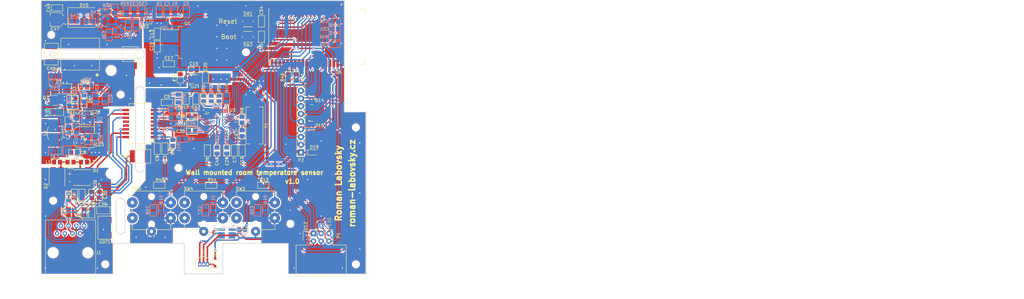
<source format=kicad_pcb>
(kicad_pcb (version 20221018) (generator pcbnew)
  (title_block (title "Wall mounted room temperature sensor") (date "2021-03-28") (rev "v1.0") (company "Roman Labovsky (roman-labovsky.cz)"))
  (layers (0 "F.Cu" signal) (31 "B.Cu" signal) (34 "B.Paste" user) (35 "F.Paste" user) (36 "B.SilkS" user "B.Silkscreen") (37 "F.SilkS" user "F.Silkscreen") (38 "B.Mask" user) (39 "F.Mask" user) (44 "Edge.Cuts" user))
  (net 0 "")
  (net 1 "Net-(C1-Pad1)")
  (net 2 "Net-(C1-Pad2)")
  (net 3 "Net-(C2-Pad1)")
  (net 4 "GND")
  (net 5 "+5V")
  (net 6 "Net-(U3-XI{slash}CLKIN)")
  (net 7 "Net-(C5-Pad1)")
  (net 8 "OTHER_+3V3")
  (net 9 "Net-(D4-K)")
  (net 10 "Net-(D4-A)")
  (net 11 "Net-(C9-Pad1)")
  (net 12 "Net-(C11-Pad1)")
  (net 13 "Net-(D5-CH3)")
  (net 14 "Net-(C12-Pad1)")
  (net 15 "Net-(D5-CH4)")
  (net 16 "Net-(U2-NR)")
  (net 17 "Net-(U3-1V20)")
  (net 18 "Net-(U1-NR)")
  (net 19 "Net-(U3-TOCAP)")
  (net 20 "SYS_+3V3")
  (net 21 "GNDREF")
  (net 22 "Net-(C22-Pad1)")
  (net 23 "Net-(U4-CTL)")
  (net 24 "Net-(D6-K)")
  (net 25 "Net-(U4-VB)")
  (net 26 "AVDD")
  (net 27 "Net-(C27-Pad1)")
  (net 28 "/TXCM")
  (net 29 "Net-(C30-Pad2)")
  (net 30 "Net-(D7-K)")
  (net 31 "Net-(C33-Pad1)")
  (net 32 "/RXCM")
  (net 33 "Net-(C34-Pad2)")
  (net 34 "GNDPWR")
  (net 35 "Net-(C36-Pad1)")
  (net 36 "Net-(C37-Pad1)")
  (net 37 "/P45")
  (net 38 "Net-(C39-Pad2)")
  (net 39 "/P78")
  (net 40 "Net-(C42-Pad2)")
  (net 41 "Net-(D9-K)")
  (net 42 "Net-(D9-FB)")
  (net 43 "Net-(C45-Pad1)")
  (net 44 "Net-(C46-Pad1)")
  (net 45 "POE_+5V")
  (net 46 "/EN")
  (net 47 "/IO0")
  (net 48 "/button1")
  (net 49 "/button2")
  (net 50 "/button3")
  (net 51 "Net-(D5-CH1)")
  (net 52 "Net-(D5-CH2)")
  (net 56 "USB_+5V")
  (net 57 "/RXD")
  (net 58 "/TXD")
  (net 59 "/DISPLAY_CLK")
  (net 60 "/DISPLAY_LED")
  (net 61 "/DISPLAY_DCRS")
  (net 62 "/DISPLAY_CS")
  (net 63 "/DISPLAY_RST")
  (net 64 "/DISPLAY_MOSI")
  (net 65 "Net-(J1-Pad3)")
  (net 66 "Net-(J1-Pad2)")
  (net 67 "Net-(J1-Pad6)")
  (net 68 "Net-(J1-Pad1)")
  (net 70 "Net-(D6-A)")
  (net 71 "Net-(D7-A)")
  (net 72 "Net-(D10-A)")
  (net 75 "/TX+")
  (net 76 "/TX-")
  (net 77 "/RX+")
  (net 78 "/RX-")
  (net 82 "/W5500_RST")
  (net 87 "Net-(R28-Pad2)")
  (net 88 "Net-(R29-Pad2)")
  (net 89 "/1wire_data")
  (net 90 "/W5500_CLK")
  (net 91 "/W5500_MISO")
  (net 92 "/W5500_MOSI")
  (net 93 "/W5500_CS")
  (net 99 "unconnected-(D21-Pad4)")
  (net 100 "Net-(U7-GND)")
  (net 101 "Net-(U7-DQ)")
  (net 102 "Net-(JP1-A)")
  (net 103 "Net-(JP2-A)")
  (net 104 "Net-(JP3-A)")
  (net 105 "Net-(Q1-G)")
  (net 106 "Net-(Q2-G)")
  (net 107 "Net-(Q2-S)")
  (net 108 "Net-(U3-XO)")
  (net 109 "Net-(U4-FRS)")
  (net 110 "Net-(U4-BLNK)")
  (net 111 "Net-(U4-CLS)")
  (net 112 "Net-(U4-DEN)")
  (net 113 "Net-(U3-EXRES1)")
  (net 114 "Net-(U4-GATE)")
  (net 115 "Net-(U6-IO2)")
  (net 156 "/NOT_CONNECTED")
  (footprint "capacitor_smd_rl:c_0805" (layer "F.Cu") (at 104.14 112.395 -90)
    (fp_text reference "C4")
    (fp_text value "18pF")
  )
  (footprint "capacitor_smd_rl:c_0805" (layer "F.Cu") (at 79.375 102.235)
    (fp_text reference "C5")
    (fp_text value "10nF/16V")
  )
  (footprint "capacitor_smd_rl:c_0805" (layer "F.Cu") (at 101.6 118.11 -90)
    (fp_text reference "C7")
    (fp_text value "10uF")
  )
  (footprint "capacitor_smd_rl:c_0805" (layer "F.Cu") (at 76.2 117.475 -90)
    (fp_text reference "C9")
    (fp_text value "22nF/16V")
  )
  (footprint "capacitor_smd_rl:c_0805" (layer "F.Cu") (at 104.14 118.11 -90)
    (fp_text reference "C10")
    (fp_text value "100nF")
  )
  (footprint "capacitor_smd_rl:c_0805" (layer "F.Cu") (at 76.2 79.675 -90)
    (fp_text reference "C13")
    (fp_text value "2.2uF/16V")
  )
  (footprint "capacitor_smd_rl:c_0805" (layer "F.Cu") (at 83.82 93.98 90)
    (fp_text reference "C14")
    (fp_text value "2.2uF/16V")
  )
  (footprint "capacitor_smd_rl:c_0805" (layer "F.Cu") (at 88.265 91.44)
    (fp_text reference "C15")
    (fp_text value "10nF/16V")
  )
  (footprint "capacitor_smd_rl:c_0805" (layer "F.Cu") (at 80.01 89.535)
    (fp_text reference "C17")
    (fp_text value "10nF/16V")
  )
  (footprint "capacitor_smd_rl:c_0805" (layer "F.Cu") (at 76.2 83.82 90)
    (fp_text reference "C19")
    (fp_text value "10uF/16V")
  )
  (footprint "capacitor_smd_rl:c_0805" (layer "F.Cu") (at 92.075 93.98 90)
    (fp_text reference "C20")
    (fp_text value "10uF/16V")
  )
  (footprint "capacitor_smd_rl:c_0805" (layer "F.Cu") (at 92.71 118.11 -90)
    (fp_text reference "C26")
    (fp_text value "100nF")
  )
  (footprint "elec_capacitor_smd_rl:elec_c_4x5.8" (layer "F.Cu") (at 52.07 107.315)
    (fp_text reference "C28")
    (fp_text value "10uF/16V")
  )
  (footprint "capacitor_smd_rl:c_0805" (layer "F.Cu") (at 99.06 118.11 -90)
    (fp_text reference "C29")
    (fp_text value "100nF")
  )
  (footprint "capacitor_smd_rl:c_0805" (layer "F.Cu") (at 87.63 109.22 180)
    (fp_text reference "C31")
    (fp_text value "100nF")
  )
  (footprint "capacitor_smd_rl:c_0805" (layer "F.Cu") (at 48.26 100.965 180)
    (fp_text reference "C32")
    (fp_text value "10nF/100V")
  )
  (footprint "capacitor_smd_rl:c_0805" (layer "F.Cu") (at 87.63 111.76 180)
    (fp_text reference "C35")
    (fp_text value "100nF")
  )
  (footprint "capacitor_smd_rl:c_0805" (layer "F.Cu") (at 87.63 106.68 180)
    (fp_text reference "C38")
    (fp_text value "100nF")
  )
  (footprint "capacitor_smd_rl:c_0805" (layer "F.Cu") (at 95.885 118.11 -90)
    (fp_text reference "C40")
    (fp_text value "100nF")
  )
  (footprint "capacitor_smd_rl:c_1812_gal_space" (layer "F.Cu") (at 41.275 86.36 90)
    (fp_text reference "C41")
    (fp_text value "2200pF/2kV")
  )
  (footprint "capacitor_smd_rl:c_0805" (layer "F.Cu") (at 88.9 100.965 90)
    (fp_text reference "C43")
    (fp_text value "10uF")
  )
  (footprint "elec_capacitor_smd_rl:elec_c_4x5.8" (layer "F.Cu") (at 43.18 74.93 180)
    (fp_text reference "C47")
    (fp_text value "47uF/6,3V")
  )
  (footprint "capacitor_smd_rl:c_0805" (layer "F.Cu") (at 110.49 75.565 90)
    (fp_text reference "C54")
    (fp_text value "100nF")
  )
  (footprint "capacitor_smd_rl:c_0805" (layer "F.Cu") (at 110.49 80.645 90)
    (fp_text reference "C55")
    (fp_text value "100nF")
  )
  (footprint "package_dip_rl:mini_dip" (layer "F.Cu") (at 51.435 127)
    (fp_text reference "D1")
    (fp_text value "HD01-T")
  )
  (footprint "package_sod_rl:sod_323" (layer "F.Cu") (at 72.39 75.565 180)
    (fp_text reference "D3")
    (fp_text value "BAT60B")
  )
  (footprint "package_sod_rl:sod_123" (layer "F.Cu") (at 52.07 101.6 90)
    (fp_text reference "D6")
    (fp_text value "BAV16W-7")
  )
  (footprint "diode_smd_rl:sma" (layer "F.Cu") (at 44.45 97.79 180)
    (fp_text reference "D7")
    (fp_text value "MURA120")
  )
  (footprint "diode_smd_rl:smc_do_214ab" (layer "F.Cu") (at 52.07 74.295)
    (fp_text reference "D10")
    (fp_text value "SSC54-E3/57T")
  )
  (footprint "package_sod_rl:sod_323" (layer "F.Cu") (at 125.095 146.685 -90)
    (fp_text reference "D12")
    (fp_text value "SD05.TCT")
  )
  (footprint "package_dfn_rl:dfn_2510a_10" (layer "F.Cu") (at 127 101.6)
    (fp_text reference "D14")
    (fp_text value "PHDMI2AB4Z")
  )
  (footprint "package_dfn_rl:dfn_2510a_10" (layer "F.Cu") (at 127 109.855)
    (fp_text reference "D15")
    (fp_text value "PHDMI2AB4Z")
  )
  (footprint "package_sod_rl:sod_323" (layer "F.Cu") (at 127.635 118.745)
    (fp_text reference "D19")
    (fp_text value "SD05.TCT")
  )
  (footprint "solder_jumper_rl:solder_jumper_2_open_rect_1x1,5mm" (layer "F.Cu") (at 93.98 100.965 90)
    (fp_text reference "JP2")
    (fp_text value "solder_jumper_2_open")
  )
  (footprint "solder_jumper_rl:solder_jumper_2_open_rect_1x1,5mm" (layer "F.Cu") (at 91.44 100.965 90)
    (fp_text reference "JP1")
    (fp_text value "solder_jumper_2_open")
  )
  (footprint "resistor_smd_rl:r_0805" (layer "F.Cu") (at 85.725 100.965 -90)
    (fp_text reference "L3")
    (fp_text value "BLM21PG121SN1D")
  )
  (footprint "inductor_smd_rl:DO1608C-472ML" (layer "F.Cu") (at 42.545 112.395 90)
    (fp_text reference "L4")
    (fp_text value "4,7uH/1,5A")
  )
  (footprint "resistor_smd_rl:r_0805" (layer "F.Cu") (at 104.14 107.95 -90)
    (fp_text reference "R8")
    (fp_text value "1M")
  )
  (footprint "resistor_smd_rl:r_0805" (layer "F.Cu") (at 81.28 115.57 90)
    (fp_text reference "R9")
    (fp_text value "49,9R")
  )
  (footprint "resistor_smd_rl:r_1206" (layer "F.Cu") (at 83.185 100.965 90)
    (fp_text reference "R10")
    (fp_text value "82R")
  )
  (footprint "resistor_smd_rl:r_0805" (layer "F.Cu") (at 78.74 117.475 90)
    (fp_text reference "R13")
    (fp_text value "10R")
  )
  (footprint "resistor_smd_rl:r_0805" (layer "F.Cu") (at 48.26 103.505 180)
    (fp_text reference "R27")
    (fp_text value "49,9k")
  )
  (footprint "resistor_smd_rl:r_0805" (layer "F.Cu") (at 52.07 97.155)
    (fp_text reference "R29")
    (fp_text value "49,9R")
  )
  (footprint "resistor_smd_rl:r_1206" (layer "F.Cu") (at 43.18 105.41)
    (fp_text reference "R30")
    (fp_text value "0,56R")
  )
  (footprint "resistor_smd_rl:r_0805" (layer "F.Cu") (at 121.92 93.98 90)
    (fp_text reference "R41")
    (fp_text value "10k")
  )
  (footprint "resistor_smd_rl:r_0805" (layer "F.Cu") (at 111.125 129.54)
    (fp_text reference "R43")
    (fp_text value "10k")
  )
  (footprint "resistor_smd_rl:r_0805" (layer "F.Cu") (at 93.98 129.54)
    (fp_text reference "R44")
    (fp_text value "10k")
  )
  (footprint "resistor_smd_rl:r_0805" (layer "F.Cu") (at 76.835 129.54)
    (fp_text reference "R45")
    (fp_text value "10k")
  )
  (footprint "microswitch_smd_rl:TVAF18BB" (layer "F.Cu") (at 106.045 75.565 180)
    (fp_text reference "SW1")
    (fp_text value "TVAF18BB")
  )
  (footprint "microswitch_smd_rl:TVAF18BB" (layer "F.Cu") (at 106.045 80.645 180)
    (fp_text reference "SW2")
    (fp_text value "TVAF18BB")
  )
  (footprint "microswitch_tht_rl:B3F-4150" (layer "F.Cu") (at 108.585 137.795)
    (fp_text reference "SW3")
    (fp_text value "B3F-4150")
  )
  (footprint "package_to_rl:to_263_5" (layer "F.Cu") (at 86.16 82.55)
    (fp_text reference "U1")
    (fp_text value "TPS79633KTTR")
  )
  (footprint "package_son_rl:son_8" (layer "F.Cu") (at 88.265 94.615 180)
    (fp_text reference "U2")
    (fp_text value "TPS7A8033DRBR")
  )
  (footprint "package_dip_smd_rl:dip_4" (layer "F.Cu") (at 67.31 86.36 -90)
    (fp_text reference "U5")
    (fp_text value "FOD817AS")
  )
  (footprint "crystal_smd_rl:ABLS2-25.000MHZ-D4YF-T" (layer "F.Cu") (at 108.204 109.855 -90)
    (fp_text reference "Y1")
    (fp_text value "ABLS2-25.000MHZ-D4YF-T - 25MHz")
  )
  (footprint "transformer_smd_rl:SM13126PEL" (layer "F.Cu") (at 70.485 109.22 180)
    (fp_text reference "T1")
    (fp_text value "SM13126PEL")
  )
  (footprint "capacitor_smd_rl:c_1206" (layer "F.Cu") (at 58.42 137.795)
    (fp_text reference "C36")
    (fp_text value "1nF/2kV")
  )
  (footprint "capacitor_smd_rl:c_1812_gal_space" (layer "F.Cu") (at 70.485 120.015)
    (fp_text reference "C48")
    (fp_text value "4700pF/2kV")
  )
  (footprint "capacitor_smd_rl:c_0805" (layer "F.Cu") (at 48.895 132.715 -90)
    (fp_text reference "C34")
    (fp_text value "10nF/100V")
  )
  (footprint "capacitor_smd_rl:c_0805" (layer "F.Cu") (at 57.15 132.715 -90)
    (fp_text reference "C30")
    (fp_text value "10nF/100V")
  )
  (footprint "package_dip_rl:mini_dip" (layer "F.Cu") (at 43.18 127 -90)
    (fp_text reference "D2")
    (fp_text value "HD01-T")
  )
  (footprint "transformer_smd_rl:POE70P-50L" (layer "F.Cu") (at 50.8 86.36 90)
    (fp_text reference "T2")
    (fp_text value "POE70P-50L")
  )
  (footprint "capacitor_smd_rl:c_0805" (layer "F.Cu") (at 48.895 118.745)
    (fp_text reference "C8")
    (fp_text value "100nF/100V")
  )
  (footprint "capacitor_smd_rl:c_0805" (layer "F.Cu") (at 47.625 121.92)
    (fp_text reference "C1")
    (fp_text value "1nF/100V")
  )
  (footprint "resistor_smd_rl:r_0805" (layer "F.Cu") (at 43.18 121.92 180)
    (fp_text reference "L1")
    (fp_text value "MMZ2012R150A")
  )
  (footprint "resistor_smd_rl:r_0805" (layer "F.Cu") (at 52.07 121.92)
    (fp_text reference "L2")
    (fp_text value "MMZ2012R150A")
  )
  (footprint "capacitor_smd_rl:c_0805" (layer "F.Cu") (at 52.07 138.43 90)
    (fp_text reference "C42")
    (fp_text value "10nF/100V")
  )
  (footprint "capacitor_smd_rl:c_1206" (layer "F.Cu") (at 46.99 109.22 -90)
    (fp_text reference "C27")
    (fp_text value "1uF/100V")
  )
  (footprint "elec_capacitor_smd_rl:elec_c_6.3x7.7" (layer "F.Cu") (at 52.07 113.665)
    (fp_text reference "C23")
    (fp_text value "22uF/63V")
  )
  (footprint "package_sot_rl:tsot_23_6" (layer "F.Cu") (at 42.545 101.6)
    (fp_text reference "Q2")
    (fp_text value "FDC2512")
  )
  (footprint "capacitor_smd_rl:c_0805" (layer "F.Cu") (at 43.18 71.12)
    (fp_text reference "C49")
    (fp_text value "47uF/10V")
  )
  (footprint "microswitch_tht_rl:B3F-4150" (layer "F.Cu") (at 91.5 137.795)
    (fp_text reference "SW4")
    (fp_text value "B3F-4150")
  )
  (footprint "resistor_smd_rl:r_0805" (layer "F.Cu") (at 119.38 93.98 -90)
    (fp_text reference "R46")
    (fp_text value "10k")
  )
  (footprint "solder_jumper_rl:solder_jumper_2_open_rect_1x1,5mm" (layer "F.Cu") (at 96.52 100.965 90)
    (fp_text reference "JP3")
    (fp_text value "solder_jumper_2_open")
  )
  (footprint "package_qfp_rl:lqfp_48" (layer "F.Cu") (at 96.52 109.22)
    (fp_text reference "U3")
    (fp_text value "W5500")
  )
  (footprint "microswitch_tht_rl:B3F-4150" (layer "F.Cu") (at 74.295 137.795)
    (fp_text reference "SW5")
    (fp_text value "B3F-4150")
  )
  (footprint "package_sod_rl:sod_323" (layer "F.Cu") (at 95.25 154.94 90)
    (fp_text reference "D20")
    (fp_text value "SD05.TCT")
  )
  (footprint "resistor_smd_rl:r_0805" (layer "F.Cu") (at 51.435 132.715 -90)
    (fp_text reference "R32")
    (fp_text value "75R")
  )
  (footprint "gass_discharge_tube_rl:2051-09-SM-RPLF" (layer "F.Cu") (at 59.055 143.51 -90)
    (fp_text reference "GDT1")
    (fp_text value "2051-09-SM-RPLF")
  )
  (footprint "resistor_smd_rl:r_0805" (layer "F.Cu") (at 54.61 132.715 -90)
    (fp_text reference "R26")
    (fp_text value "75R")
  )
  (footprint "esp32_module_rl:ESP32-WROVER-IE" (layer "F.Cu") (at 125.095 80.645 -90)
    (fp_text reference "U6")
    (fp_text value "ESP32-WROVER-IE")
  )
  (footprint "mounting_hole_rl:mounting_hole_2.2mm_4.4mm" (layer "F.Cu") (at 141.605 155.575)
    (fp_text reference "~" hide)
    (fp_text value "mounting_hole_2.2mm_4.4mm" hide)
  )
  (footprint "mounting_hole_rl:mounting_hole_2.2mm_4.4mm" (layer "F.Cu") (at 141.605 110.49)
    (fp_text reference "~" hide)
    (fp_text value "mounting_hole_2.2mm_4.4mm" hide)
  )
  (footprint "mounting_hole_rl:mounting_hole_2.2mm_4.4mm" (layer "F.Cu") (at 83.185 123.825)
    (fp_text reference "~" hide)
    (fp_text value "mounting_hole_2.2mm_4.4mm" hide)
  )
  (footprint "mounting_hole_rl:mounting_hole_2.2mm_4.4mm" (layer "F.Cu") (at 105.41 85.725)
    (fp_text reference "~" hide)
    (fp_text value "mounting_hole_2.2mm_4.4mm" hide)
  )
  (footprint "mounting_hole_rl:mounting_hole_2.2mm_4.4mm" (layer "F.Cu") (at 41.275 80.01)
    (fp_text reference "~" hide)
    (fp_text value "mounting_hole_2.2mm_4.4mm" hide)
  )
  (footprint "mounting_hole_rl:mounting_hole_2.2mm_4.4mm" (layer "F.Cu") (at 64.135 99.695)
    (fp_text reference "~" hide)
    (fp_text value "mounting_hole_2.2mm_4.4mm" hide)
  )
  (footprint "connector_idc_rl:2x3_MLW06A" (layer "F.Cu") (at 130.175 146.685 -90)
    (fp_text reference "P1")
    (fp_text value "2x3_MLW06A")
  )
  (footprint "mounting_hole_rl:mounting_hole_3.2mm_5.5mm" (layer "F.Cu") (at 61 125.72)
    (fp_text reference "~" hide)
    (fp_text value "mounting_hole_3.2mm_5.5mm" hide)
  )
  (footprint "mounting_hole_rl:mounting_hole_3.2mm_5.5mm" (layer "F.Cu") (at 61 91.72)
    (fp_text reference "~" hide)
    (fp_text value "mounting_hole_3.2mm_5.5mm" hide)
  )
  (footprint "package_to_rl:to_92_in_line" (layer "F.Cu") (at 91.44 155.575)
    (fp_text reference "U7")
    (fp_text value "DS18B20")
  )
  (footprint "mounting_hole_rl:mounting_hole_2.2mm_4.4mm" (layer "F.Cu") (at 83.185 146.05)
    (fp_text reference "~" hide)
    (fp_text value "mounting_hole_2.2mm_4.4mm" hide)
  )
  (footprint "connector_rl:rj45_54601-908WPLF" (layer "F.Cu") (at 47.625 151.765)
    (fp_text reference "J1")
    (fp_text value "rj45")
  )
  (footprint "capacitor_smd_rl:c_0805" (layer "F.Cu") (at 46.99 138.43 90)
    (fp_text reference "C39")
    (fp_text value "10nF/100V")
  )
  (footprint "mounting_hole_rl:mounting_hole_2.2mm_4.4mm" (layer "F.Cu") (at 41.91 134.62)
    (fp_text reference "~" hide)
    (fp_text value "mounting_hole_2.2mm_4.4mm" hide)
  )
  (footprint "resistor_smd_rl:r_0805" (layer "F.Cu") (at 54.61 138.43 -90)
    (fp_text reference "R35")
    (fp_text value "75R")
  )
  (footprint "mounting_hole_rl:mounting_hole_2.2mm_4.4mm" (layer "F.Cu") (at 120.015 142.24)
    (fp_text reference "~" hide)
    (fp_text value "mounting_hole_2.2mm_4.4mm" hide)
  )
  (footprint "mounting_hole_rl:mounting_hole_2.2mm_4.4mm" (layer "F.Cu") (at 59.055 155.575)
    (fp_text reference "~" hide)
    (fp_text value "mounting_hole_2.2mm_4.4mm" hide)
  )
  (footprint "connector_tht_pinsocket_2.54mm_rl:1x9_pinsocket_2.54mm_vertical_8.4mm" (layer "F.Cu") (at 123.515 118.745 180)
    (fp_text reference "P2")
    (fp_text value "1x9_pin_socket")
  )
  (footprint "capacitor_smd_rl:c_0805" (layer "B.Cu") (at 79.375 72.39 90)
    (fp_text reference "C3")
    (fp_text value "22uF/25V")
  )
  (footprint "capacitor_smd_rl:c_0805" (layer "B.Cu") (at 76.835 72.39 90)
    (fp_text reference "C6")
    (fp_text value "1uF/16V")
  )
  (footprint "capacitor_smd_rl:c_0805" (layer "B.Cu") (at 81.915 107.315 180)
    (fp_text reference "C11")
    (fp_text value "6,8nF/16V")
  )
  (footprint "capacitor_smd_rl:c_0805" (layer "B.Cu") (at 81.915 104.775 180)
    (fp_text reference "C12")
    (fp_text value "6,8nF/16V")
  )
  (footprint "capacitor_smd_rl:c_0805" (layer "B.Cu") (at 99.06 118.11 -90)
    (fp_text reference "C16")
    (fp_text value "10nF")
  )
  (footprint "capacitor_smd_rl:c_0805" (layer "B.Cu") (at 95.885 118.11 -90)
    (fp_text reference "C18")
    (fp_text value "4,7uF")
  )
  (footprint "capacitor_smd_rl:c_0805" (layer "B.Cu") (at 48.895 100.965 -90)
    (fp_text reference "C22")
    (fp_text value "22nF/50V")
  )
  (footprint "capacitor_smd_rl:c_0805" (layer "B.Cu") (at 49.53 106.68 -90)
    (fp_text reference "C24")
    (fp_text value "0,22uF/25V")
  )
  (footprint "capacitor_smd_rl:c_0805" (layer "B.Cu") (at 52.07 100.965 90)
    (fp_text reference "C25")
    (fp_text value "100nF/50V")
  )
  (footprint "capacitor_smd_rl:c_0805" (layer "B.Cu") (at 68.58 72.39 90)
    (fp_text reference "C33")
    (fp_text value "1uF/16V")
  )
  (footprint "capacitor_smd_rl:c_0805" (layer "B.Cu") (at 63.5 78.74 180)
    (fp_text reference "C44")
    (fp_text value "100pF/50V")
  )
  (footprint "capacitor_smd_rl:c_0805" (layer "B.Cu") (at 59.055 72.39)
    (fp_text reference "C45")
    (fp_text value "8,2nF/50V")
  )
  (footprint "capacitor_smd_rl:c_0805" (layer "B.Cu") (at 48.895 75.565 180)
    (fp_text reference "C46")
    (fp_text value "680pF/25V")
  )
  (footprint "capacitor_smd_rl:c_0805" (layer "B.Cu") (at 71.12 72.39 90)
    (fp_text reference "C50")
    (fp_text value "47uF/10V")
  )
  (footprint "capacitor_smd_rl:c_0805" (layer "B.Cu") (at 134.62 78.105)
    (fp_text reference "C51")
    (fp_text value "22uF")
  )
  (footprint "capacitor_smd_rl:c_0805" (layer "B.Cu") (at 134.62 75.565)
    (fp_text reference "C52")
    (fp_text value "100nF")
  )
  (footprint "capacitor_smd_rl:c_0805" (layer "B.Cu") (at 134.62 83.185)
    (fp_text reference "C53")
    (fp_text value "1uF")
  )
  (footprint "capacitor_smd_rl:c_0805" (layer "B.Cu") (at 109.22 137.795 -90)
    (fp_text reference "C56")
    (fp_text value "100nF")
  )
  (footprint "capacitor_smd_rl:c_0805" (layer "B.Cu") (at 92.075 137.795 -90)
    (fp_text reference "C57")
    (fp_text value "100nF")
  )
  (footprint "capacitor_smd_rl:c_0805" (layer "B.Cu") (at 74.93 137.795 -90)
    (fp_text reference "C58")
    (fp_text value "100nF")
  )
  (footprint "package_sot_rl:sot_23_3" (layer "B.Cu") (at 59.055 75.565 180)
    (fp_text reference "D9")
    (fp_text value "TLV431ACDBZR")
  )
  (footprint "package_sod_rl:sod_323" (layer "B.Cu") (at 73.66 72.39 90)
    (fp_text reference "D11")
    (fp_text value "SD05.TCT")
  )
  (footprint "package_dfn_rl:dfn_2510a_10" (layer "B.Cu") (at 130.175 141.605 90)
    (fp_text reference "D13")
    (fp_text value "PHDMI2AB4Z")
  )
  (footprint "package_sod_rl:sod_323" (layer "B.Cu") (at 111.76 137.795 -90)
    (fp_text reference "D16")
    (fp_text value "SD05.TCT")
  )
  (footprint "package_sod_rl:sod_323" (layer "B.Cu") (at 94.615 137.795 -90)
    (fp_text reference "D17")
    (fp_text value "SD05.TCT")
  )
  (footprint "package_sod_rl:sod_323" (layer "B.Cu") (at 77.47 137.795 -90)
    (fp_text reference "D18")
    (fp_text value "SD05.TCT")
  )
  (footprint "package_sot_rl:sot_23_3" (layer "B.Cu") (at 80.01 76.2 180)
    (fp_text reference "Q1")
    (fp_text value "DMG2307L")
  )
  (footprint "resistor_smd_rl:r_0805" (layer "B.Cu") (at 81.915 72.39 90)
    (fp_text reference "R1")
    (fp_text value "100k")
  )
  (footprint "resistor_smd_rl:r_0805" (layer "B.Cu") (at 85.725 72.39 -90)
    (fp_text reference "R2")
    (fp_text value "100k")
  )
  (footprint "resistor_smd_rl:r_0805" (layer "B.Cu") (at 84.455 114.3 180)
    (fp_text reference "R3")
    (fp_text value "33")
  )
  (footprint "resistor_smd_rl:r_0805" (layer "B.Cu") (at 83.185 111.125 180)
    (fp_text reference "R4")
    (fp_text value "33")
  )
  (footprint "resistor_smd_rl:r_0805" (layer "B.Cu") (at 86.36 107.315 180)
    (fp_text reference "R5")
    (fp_text value "33")
  )
  (footprint "resistor_smd_rl:r_0805" (layer "B.Cu") (at 86.36 104.775 180)
    (fp_text reference "R6")
    (fp_text value "33")
  )
  (footprint "resistor_smd_rl:r_0805" (layer "B.Cu") (at 104.14 107.95 -90)
    (fp_text reference "R7")
    (fp_text value "0R")
  )
  (footprint "resistor_smd_rl:r_0805" (layer "B.Cu") (at 81.28 115.57 90)
    (fp_text reference "R11")
    (fp_text value "49,9R")
  )
  (footprint "resistor_smd_rl:r_1206" (layer "B.Cu") (at 83.185 100.965 90)
    (fp_text reference "R12")
    (fp_text value "82R")
  )
  (footprint "resistor_smd_rl:r_0805" (layer "B.Cu") (at 99.06 100.965 -90)
    (fp_text reference "R16")
    (fp_text value "10k")
  )
  (footprint "resistor_smd_rl:r_0805" (layer "B.Cu") (at 96.52 100.965 -90)
    (fp_text reference "R19")
    (fp_text value "10k")
  )
  (footprint "resistor_smd_rl:r_0805" (layer "B.Cu") (at 93.98 100.965 -90)
    (fp_text reference "R20")
    (fp_text value "10k")
  )
  (footprint "resistor_smd_rl:r_0805" (layer "B.Cu") (at 91.44 100.965 -90)
    (fp_text reference "R21")
    (fp_text value "10k")
  )
  (footprint "resistor_smd_rl:r_0805" (layer "B.Cu") (at 87.63 111.125 180)
    (fp_text reference "R22")
    (fp_text value "12,4k")
  )
  (footprint "resistor_smd_rl:r_0805" (layer "B.Cu") (at 59.055 100.965 90)
    (fp_text reference "R23")
    (fp_text value "499R")
  )
  (footprint "resistor_smd_rl:r_0805" (layer "B.Cu") (at 55.88 100.965 90)
    (fp_text reference "R24")
    (fp_text value "2k")
  )
  (footprint "resistor_smd_rl:r_0805" (layer "B.Cu") (at 53.34 96.52 180)
    (fp_text reference "R25")
    (fp_text value "49,9R")
  )
  (footprint "resistor_smd_rl:r_0805" (layer "B.Cu") (at 69.215 76.835 -90)
    (fp_text reference "R28")
    (fp_text value "1k")
  )
  (footprint "resistor_smd_rl:r_0805" (layer "B.Cu") (at 66.675 76.835 90)
    (fp_text reference "R31")
    (fp_text value "10k")
  )
  (footprint "resistor_smd_rl:r_1206" (layer "B.Cu") (at 42.545 93.345 180)
    (fp_text reference "R33")
    (fp_text value "82R/0,5W")
  )
  (footprint "resistor_smd_rl:r_0805" (layer "B.Cu") (at 60.325 80.01 90)
    (fp_text reference "R36")
    (fp_text value "19,1k")
  )
  (footprint "resistor_smd_rl:r_0805" (layer "B.Cu") (at 53.975 75.565 180)
    (fp_text reference "R37")
    (fp_text value "20R")
  )
  (footprint "resistor_smd_rl:r_0805" (layer "B.Cu") (at 62.23 71.755 90)
    (fp_text reference "R38")
    (fp_text value "41,2k")
  )
  (footprint "resistor_smd_rl:r_0805" (layer "B.Cu") (at 66.04 72.39 90)
    (fp_text reference "R39")
    (fp_text value "13,3k")
  )
  (footprint "resistor_smd_rl:r_0805" (layer "B.Cu") (at 134.62 80.645)
    (fp_text reference "R40")
    (fp_text value "10k")
  )
  (footprint "resistor_smd_rl:r_0805" (layer "B.Cu") (at 104.14 144.145 180)
    (fp_text reference "R42")
    (fp_text value "4,7k")
  )
  (footprint "package_tssop_rl:tssop_14" (layer "B.Cu") (at 53.975 107.823 -90)
    (fp_text reference "U4")
    (fp_text value "TPS23753A")
  )
  (footprint "package_dfn_rl:dfn_2510a_10" (layer "B.Cu") (at 78.74 109.22)
    (fp_text reference "D5")
    (fp_text value "PHDMI2AB4Z")
  )
  (footprint "resistor_smd_rl:r_0805" (layer "B.Cu") (at 55.88 114.3 -90)
    (fp_text reference "R18")
    (fp_text value "24k9")
  )
  (footprint "resistor_smd_rl:r_0805" (layer "B.Cu") (at 46.99 111.125 90)
    (fp_text reference "R15")
    (fp_text value "80,6k")
  )
  (footprint "resistor_smd_rl:r_0805" (layer "B.Cu") (at 49.53 111.125 90)
    (fp_text reference "R14")
    (fp_text value "59k")
  )
  (footprint "diode_smd_rl:do_214ac" (layer "B.Cu") (at 49.53 118.11)
    (fp_text reference "D4")
    (fp_text value "SMAJ58A")
  )
  (footprint "resistor_smd_rl:r_0805" (layer "B.Cu") (at 46.99 133.35 90)
    (fp_text reference "R34")
    (fp_text value "75R")
  )
  (footprint "capacitor_smd_rl:c_0805" (layer "B.Cu") (at 42.545 95.885)
    (fp_text reference "C37")
    (fp_text value "330pF/200V")
  )
  (footprint "resistor_smd_rl:r_0805" (layer "B.Cu") (at 53.34 114.3 -90)
    (fp_text reference "R17")
    (fp_text value "1,27k")
  )
  (footprint "package_tsoc_rl:tsoc_6" (layer "B.Cu") (at 99.06 145.415 180)
    (fp_text reference "D21")
    (fp_text value "DS9503_us")
  )
  (footprint "capacitor_smd_rl:c_0805" (layer "B.Cu") (at 104.14 112.395 -90)
    (fp_text reference "C2")
    (fp_text value "18pF")
  )
  (footprint "package_sot_rl:sot_23_3" (layer "B.Cu") (at 63.5 75.565)
    (fp_text reference "D8")
    (fp_text value "BAV99LT1G")
  )
  (footprint "capacitor_smd_rl:c_1206" (layer "B.Cu") (at 42.545 118.11)
    (fp_text reference "C21")
    (fp_text value "1uF/100V")
  )
  (gr_line (start 61.595 148.72) (end 85.09 148.72) (stroke (width 0.2)) (layer "Edge.Cuts"))
  (gr_line (start 38 68.72) (end 38 158.75) (stroke (width 0.2)) (layer "Edge.Cuts"))
  (gr_line (start 38 68.72) (end 137.795 68.72) (stroke (width 0.2)) (layer "Edge.Cuts"))
  (gr_line (start 69.025 123.825) (end 69.025 98.425) (stroke (width 0.2)) (layer "Edge.Cuts"))
  (gr_line (start 71.925 98.425) (end 71.925 123.825) (stroke (width 0.2)) (layer "Edge.Cuts"))
  (gr_arc (start 65.532 144.145) (mid 64.0715 145.6055) (end 62.611 144.145) (stroke (width 0.2)) (layer "Edge.Cuts"))
  (gr_line (start 62.611 144.145) (end 62.611 135.255) (stroke (width 0.2)) (layer "Edge.Cuts"))
  (gr_line (start 65.532 135.255) (end 65.532 144.145) (stroke (width 0.2)) (layer "Edge.Cuts"))
  (gr_arc (start 62.611 135.255) (mid 64.0715 133.7945) (end 65.532 135.255) (stroke (width 0.2)) (layer "Edge.Cuts"))
  (gr_line (start 97.79 158.75) (end 85.09 158.75) (stroke (width 0.2)) (layer "Edge.Cuts"))
  (gr_line (start 97.79 158.75) (end 97.79 148.72) (stroke (width 0.2)) (layer "Edge.Cuts"))
  (gr_line (start 97.79 148.72) (end 119.38 148.72) (stroke (width 0.2)) (layer "Edge.Cuts"))
  (gr_line (start 145 158.75) (end 145 148.72) (stroke (width 0.2)) (layer "Edge.Cuts"))
  (gr_line (start 145 158.75) (end 119.38 158.75) (stroke (width 0.2)) (layer "Edge.Cuts"))
  (gr_line (start 119.38 158.75) (end 119.38 148.72) (stroke (width 0.2)) (layer "Edge.Cuts"))
  (gr_line (start 61.595 158.75) (end 61.595 148.72) (stroke (width 0.2)) (layer "Edge.Cuts"))
  (gr_circle (center 59.055 155.575) (end 60.155 155.575) (stroke (width 0.05)) (fill none) (layer "Edge.Cuts"))
  (gr_circle (center 83.185 123.825) (end 84.285 123.825) (stroke (width 0.05)) (fill none) (layer "Edge.Cuts"))
  (gr_circle (center 41.91 134.62) (end 43.01 134.62) (stroke (width 0.05)) (fill none) (layer "Edge.Cuts"))
  (gr_circle (center 64.135 99.695) (end 65.235 99.695) (stroke (width 0.05)) (fill none) (layer "Edge.Cuts"))
  (gr_circle (center 105.41 85.725) (end 106.51 85.725) (stroke (width 0.05)) (fill none) (layer "Edge.Cuts"))
  (gr_circle (center 41.275 80.01) (end 42.375 80.01) (stroke (width 0.05)) (fill none) (layer "Edge.Cuts"))
  (gr_circle (center 141.605 155.575) (end 142.705 155.575) (stroke (width 0.05)) (fill none) (layer "Edge.Cuts"))
  (gr_circle (center 141.605 110.49) (end 142.705 110.49) (stroke (width 0.05)) (fill none) (layer "Edge.Cuts"))
  (gr_circle (center 83.185 146.05) (end 84.285 146.05) (stroke (width 0.05)) (fill none) (layer "Edge.Cuts"))
  (gr_line (start 145 105.41) (end 145 148.72) (stroke (width 0.2)) (layer "Edge.Cuts"))
  (gr_arc (start 69.025 98.425) (mid 70.475 96.975) (end 71.925 98.425) (stroke (width 0.2)) (layer "Edge.Cuts"))
  (gr_line (start 42.418 84.9) (end 70.485 84.9) (stroke (width 0.2)) (layer "Edge.Cuts"))
  (gr_line (start 137.795 105.41) (end 137.795 68.72) (stroke (width 0.2)) (layer "Edge.Cuts"))
  (gr_line (start 38 158.75) (end 61.595 158.75) (stroke (width 0.2)) (layer "Edge.Cuts"))
  (gr_line (start 70.485 87.8) (end 42.418 87.8) (stroke (width 0.2)) (layer "Edge.Cuts"))
  (gr_arc (start 42.418 87.8) (mid 40.968 86.35) (end 42.418 84.9) (stroke (width 0.2)) (layer "Edge.Cuts"))
  (gr_arc (start 71.925 123.825) (mid 70.475 125.275) (end 69.025 123.825) (stroke (width 0.2)) (layer "Edge.Cuts"))
  (gr_line (start 145 105.41) (end 137.795 105.41) (stroke (width 0.2)) (layer "Edge.Cuts"))
  (gr_line (start 85.09 158.75) (end 85.09 148.72) (stroke (width 0.2)) (layer "Edge.Cuts"))
  (gr_arc (start 70.485 84.9) (mid 71.935 86.35) (end 70.485 87.8) (stroke (width 0.2)) (layer "Edge.Cuts"))
  (gr_text "Wall mounted room temperature sensor" (at 108.204 125.349) (layer "F.SilkS") (effects (font (size 1.5 1.5) (thickness 0.375))))
  (gr_text "Roman Labovsky" (at 135.89 128.905 90) (layer "F.SilkS") (effects (font (size 2 2) (thickness 0.5))))
  (gr_text "roman-labovsky.cz" (at 140.335 128.905 90) (layer "F.SilkS") (effects (font (size 2 2) (thickness 0.5))))
  (gr_text "Reset" (at 99.441 75.565) (layer "F.SilkS") (effects (font (size 1.5 1.5) (thickness 0.2))))
  (gr_text "Boot" (at 99.695 80.645) (layer "F.SilkS") (effects (font (size 1.5 1.5) (thickness 0.2))))
  (gr_text "v1.0" (at 120.65 128.27) (layer "F.SilkS") (effects (font (size 1.5 1.5) (thickness 0.375))))
  (segment (start 44.45 122.22) (end 44.15 121.92) (width 0.45) (layer "F.Cu") (net 1))
  (segment (start 47.705 124.5) (end 48.935 125.73) (width 0.5) (layer "F.Cu") (net 1))
  (segment (start 44.45 124.5) (end 44.45 122.22) (width 0.5) (layer "F.Cu") (net 1))
  (segment (start 44.15 121.92) (end 46.655 121.92) (width 0.5) (layer "F.Cu") (net 1))
  (segment (start 44.45 124.5) (end 47.705 124.5) (width 0.5) (layer "F.Cu") (net 1))
  (segment (start 48.935 128.27) (end 50.165 128.27) (width 0.5) (layer "F.Cu") (net 2))
  (segment (start 48.935 128.27) (end 48.26 128.27) (width 0.45) (layer "F.Cu") (net 2))
  (segment (start 48.26 128.27) (end 46.355 126.365) (width 0.5) (layer "F.Cu") (net 2))
  (segment (start 41.91 125.73) (end 41.91 124.5) (width 0.5) (layer "F.Cu") (net 2))
  (segment (start 42.545 126.365) (end 41.91 125.73) (width 0.5) (layer "F.Cu") (net 2))
  (segment (start 50.8 122.22) (end 51.1 121.92) (width 0.45) (layer "F.Cu") (net 2))
  (segment (start 50.8 127.635) (end 50.8 122.22) (width 0.5) (layer "F.Cu") (net 2))
  (segment (start 50.165 128.27) (end 50.8 127.635) (width 0.5) (layer "F.Cu") (net 2))
  (segment (start 46.355 126.365) (end 42.545 126.365) (width 0.5) (layer "F.Cu") (net 2))
  (segment (start 48.595 121.92) (end 51.1 121.92) (width 0.5) (layer "F.Cu") (net 2))
  (segment (start 106.045 108.585) (end 106.68 108.585) (width 0.5) (layer "F.Cu") (net 3))
  (segment (start 106.68 108.585) (end 107.95 107.315) (width 0.5) (layer "F.Cu") (net 3))
  (segment (start 107.95 107.315) (end 107.95 105.105) (width 0.45) (layer "F.Cu") (net 3))
  (via (at 106.045 108.585) (size 0.8) (drill 0.4) (layers "F.Cu" "B.Cu") (net 3))
  (segment (start 105.41 109.855) (end 104.14 109.855) (width 0.5) (layer "B.Cu") (net 3))
  (segment (start 106.045 108.585) (end 106.045 109.22) (width 0.5) (layer "B.Cu") (net 3))
  (segment (start 106.045 109.22) (end 105.41 109.855) (width 0.5) (layer "B.Cu") (net 3))
  (segment (start 104.14 108.92) (end 104.14 109.855) (width 0.5) (layer "B.Cu") (net 3))
  (segment (start 104.14 109.855) (end 104.14 111.425) (width 0.5) (layer "B.Cu") (net 3))
  (segment (start 88.9 97.155) (end 88.9 97.155) (width 1) (layer "F.Cu") (net 4))
  (segment (start 88.475001 92.920001) (end 89.235 92.160002) (width 1) (layer "F.Cu") (net 4))
  (segment (start 62.865 71.755) (end 85.09 71.755) (width 1) (layer "F.Cu") (net 4))
  (segment (start 128.905 114.935) (end 128.905 116.205) (width 0.5) (layer "F.Cu") (net 4))
  (segment (start 76.2 81.915) (end 76.2 80.645) (width 1) (layer "F.Cu") (net 4))
  (segment (start 85.725 90.17) (end 88.9 90.17) (width 0.5) (layer "F.Cu") (net 4))
  (segment (start 88.265 71.755) (end 89.535 71.755) (width 1) (layer "F.Cu") (net 4))
  (segment (start 123.19 139.7) (end 126.6825 136.2075) (width 0.5) (layer "F.Cu") (net 4))
  (segment (start 99.06 120.65) (end 101.6 120.65) (width 0.5) (layer "F.Cu") (net 4))
  (segment (start 111.125 95.25) (end 117.475 101.6) (width 1) (layer "F.Cu") (net 4))
  (segment (start 93.98 100.203) (end 93.98 99.06) (width 0.5) (layer "F.Cu") (net 4))
  (segment (start 104.14 114.3) (end 106.045 116.205) (width 0.5) (layer "F.Cu") (net 4))
  (segment (start 85.09 110.49) (end 85.09 111.76) (width 0.5) (layer "F.Cu") (net 4))
  (segment (start 85.09 109.22) (end 85.09 110.49) (width 0.5) (layer "F.Cu") (net 4))
  (segment (start 104.17 74.565) (end 102.505 74.565) (width 0.5) (layer "F.Cu") (net 4))
  (segment (start 89.235 92.160002) (end 89.235 91.44) (width 1) (layer "F.Cu") (net 4))
  (segment (start 42.21 71.12) (end 42.21 70.399998) (width 1) (layer "F.Cu") (net 4))
  (segment (start 89.535 99.06) (end 90.17 99.06) (width 0.5) (layer "F.Cu") (net 4))
  (segment (start 89.235 91.105) (end 89.235 91.44) (width 0.37) (layer "F.Cu") (net 4))
  (segment (start 101.6 119.08) (end 101.6 120.015) (width 0.45) (layer "F.Cu") (net 4))
  (segment (start 136.940001 73.440001) (end 136.940001 72.090001) (width 1) (layer "F.Cu") (net 4))
  (segment (start 49.55 78.125) (end 48.835 77.41) (width 1) (layer "F.Cu") (net 4))
  (segment (start 89.535 91.14) (end 89.235 91.44) (width 1) (layer "F.Cu") (net 4))
  (segment (start 45.900001 69.669999) (end 46.809999 69.669999) (width 1) (layer "F.Cu") (net 4))
  (segment (start 126.46 109.855) (end 127.54 109.855) (width 0.3) (layer "F.Cu") (net 4))
  (segment (start 102.235 111.125) (end 102.235 113.03) (width 0.5) (layer "F.Cu") (net 4))
  (segment (start 83.82 93.01) (end 83.82 92.075) (width 0.5) (layer "F.Cu") (net 4))
  (segment (start 104.17 79.645) (end 102.479613 79.645) (width 0.5) (layer "F.Cu") (net 4))
  (segment (start 128.905 127.635) (end 128.905 120.015) (width 0.5) (layer "F.Cu") (net 4))
  (segment (start 90.805 106.9675) (end 90.805 104.775) (width 0.5) (layer "F.Cu") (net 4))
  (segment (start 86.66 109.22) (end 85.09 109.22) (width 0.5) (layer "F.Cu") (net 4))
  (segment (start 90.17 102.87) (end 90.17 100.33) (width 0.5) (layer "F.Cu") (net 4))
  (segment (start 72.985 120.015) (end 76.2 120.015) (width 0.5) (layer "F.Cu") (net 4))
  (segment (start 45.900001 69.669999) (end 60.779999 69.669999) (width 1) (layer "F.Cu") (net 4))
  (segment (start 104.17 71.785) (end 104.14 71.755) (width 0.5) (layer "F.Cu") (net 4))
  (segment (start 89.535 82.55) (end 89.535 90.17) (width 1) (layer "F.Cu") (net 4))
  (segment (start 93.4875 104.775) (end 93.77 105.0575) (width 0.3) (layer "F.Cu") (net 4))
  (segment (start 99.06 120.65) (end 99.06 120.015) (width 0.5) (layer "F.Cu") (net 4))
  (segment (start 126.46 101.6) (end 127.54 101.6) (width 0.3) (layer "F.Cu") (net 4))
  (segment (start 90.17 100.33) (end 90.17 99.06) (width 0.5) (layer "F.Cu") (net 4))
  (segment (start 102.479613 78.349613) (end 102.479613 74.539613) (width 0.5) (layer "F.Cu") (net 4))
  (segment (start 128.905 116.205) (end 128.905 118.745) (width 0.5) (layer "F.Cu") (net 4))
  (segment (start 85.205001 110.374999) (end 85.09 110.49) (width 0.3) (layer "F.Cu") (net 4))
  (segment (start 90.805 103.505) (end 90.17 102.87) (width 0.5) (layer "F.Cu") (net 4))
  (segment (start 104.775 71.755) (end 106.045 71.755) (width 1) (layer "F.Cu") (net 4))
  (segment (start 49.55 79.47) (end 49.55 78.125) (width 1) (layer "F.Cu") (net 4))
  (segment (start 104.14 113.365) (end 104.14 114.3) (width 0.5) (layer "F.Cu") (net 4))
  (segment (start 81.044999 109.619999) (end 80.645 109.22) (width 0.5) (layer "F.Cu") (net 4))
  (segment (start 136.940001 76.419999) (end 136.940001 73.440001) (width 1) (layer "F.Cu") (net 4))
  (segment (start 42.21 72.725) (end 41.38 73.555) (width 1) (layer "F.Cu") (net 4))
  (segment (start 107.95 71.755) (end 109.855 69.85) (width 1) (layer "F.Cu") (net 4))
  (segment (start 90.805 104.775) (end 90.805 103.505) (width 0.5) (layer "F.Cu") (net 4))
  (segment (start 88.9 90.17) (end 89.535 90.17) (width 0.5) (layer "F.Cu") (net 4))
  (segment (start 95.27 115.316) (end 95.25 115.316) (width 0.3) (layer "F.Cu") (net 4))
  (segment (start 128.905 114.935) (end 128.905 109.855) (width 0.5) (layer "F.Cu") (net 4))
  (segment (start 80.98 89.535) (end 82.55 89.535) (width 0.5) (layer "F.Cu") (net 4))
  (segment (start 95.27 113.3825) (end 95.27 115.316) (width 0.3) (layer "F.Cu") (net 4))
  (segment (start 136.940001 70.265001) (end 136.940001 73.440001) (width 1) (layer "F.Cu") (net 4))
  (segment (start 116.54 94.95) (end 115.57 93.98) (width 0.5) (layer "F.Cu") (net 4))
  (segment (start 123.19 147.32) (end 123.19 139.7) (width 0.5) (layer "F.Cu") (net 4))
  (segment (start 102.87 97.155) (end 88.9 97.155) (width 1) (layer "F.Cu") (net 4))
  (segment (start 85.09 111.76) (end 85.09 114.3) (width 0.5) (layer "F.Cu") (net 4))
  (segment (start 42.545 76.835) (end 43.18 76.835) (width 1) (layer "F.Cu") (net 4))
  (segment (start 102.235 110.4725) (end 102.235 111.125) (width 0.3) (layer "F.Cu") (net 4))
  (segment (start 94.234 116.332) (end 94.234 120.65) (width 0.3) (layer "F.Cu") (net 4))
  (segment (start 136.940001 82.769999) (end 136.940001 76.419999) (width 1) (layer "F.Cu") (net 4))
  (segment (start 41.38 74.93) (end 41.38 75.67) (width 1) (layer "F.Cu") (net 4))
  (segment (start 92.3575 110.47) (end 90.625002 110.47) (width 0.3) (layer "F.Cu") (net 4))
  (segment (start 136.940001 89.199999) (end 136.940001 82.769999) (width 1) (layer "F.Cu") (net 4))
  (segment (start 106.045 118.375) (end 105.34 119.08) (width 0.5) (layer "F.Cu") (net 4))
  (segment (start 96.52 100.203) (end 96.52 99.695) (width 0.45) (layer "F.Cu") (net 4))
  (segment (start 101.6 120.65) (end 103.505 120.65) (width 0.5) (layer "F.Cu") (net 4))
  (segment (start 48.835 77.41) (end 48.2 77.41) (width 1) (layer "F.Cu") (net 4))
  (segment (start 105.34 119.08) (end 104.14 119.08) (width 0.5) (layer "F.Cu") (net 4))
  (segment (start 94.615 120.65) (end 97.79 120.65) (width 0.5) (layer "F.Cu") (net 4))
  (segment (start 42.21 71.12) (end 42.21 72.725) (width 1) (layer "F.Cu") (net 4))
  (segment (start 88.265 96.52) (end 88.265 94.615) (width 1) (layer "F.Cu") (net 4))
  (segment (start 76.835 82.55) (end 76.2 81.915) (width 1) (layer "F.Cu") (net 4))
  (segment (start 110.49 79.675) (end 110.49 79.375) (width 0.5) (layer "F.Cu") (net 4))
  (segment (start 45.19 81.81) (end 45.19 77.365) (width 0.5) (layer "F.Cu") (net 4))
  (segment (start 128.905 133.985) (end 128.905 127.635) (width 0.5) (layer "F.Cu") (net 4))
  (segment (start 126.6825 136.2075) (end 128.905 133.985) (width 0.5) (layer "F.Cu") (net 4))
  (segment (start 119.09 70.195) (end 118.745 69.85) (width 0.45) (layer "F.Cu") (net 4))
  (segment (start 89.535 71.755) (end 101.6 71.755) (width 1) (layer "F.Cu") (net 4))
  (segment (start 80.385 82.55) (end 89.535 82.55) (width 1) (layer "F.Cu") (net 4))
  (segment (start 86.995 85.09) (end 89.535 82.55) (width 0.45) (layer "F.Cu") (net 4))
  (segment (start 109.464613 78.349613) (end 102.479613 78.349613) (width 0.5) (layer "F.Cu") (net 4))
  (segment (start 80.645 109.22) (end 80.645 102.535) (width 0.5) (layer "F.Cu") (net 4))
  (segment (start 89.7509 93.631599) (end 90.372499 93.01) (width 0.3) (layer "F.Cu") (net 4))
  (segment (start 47.565 77.41) (end 47.05 77.41) (width 1) (layer "F.Cu") (net 4))
  (segment (start 100.6825 109.97) (end 101.7325 109.97) (width 0.3) (layer "F.Cu") (net 4))
  (segment (start 42.939999 69.669999) (end 45.900001 69.669999) (width 1) (layer "F.Cu") (net 4))
  (segment (start 88.9 99.695) (end 89.535 99.06) (width 0.5) (layer "F.Cu") (net 4))
  (segment (start 43.14 83.86) (end 45.19 81.81) (width 0.5) (layer "F.Cu") (net 4))
  (segment (start 101.7325 109.97) (end 102.235 110.4725) (width 0.3) (layer "F.Cu") (net 4))
  (segment (start 95.25 151.13) (end 95.25 153.035) (width 0.5) (layer "F.Cu") (net 4))
  (segment (start 92.075 93.01) (end 90.372499 93.01) (width 0.5) (layer "F.Cu") (net 4))
  (segment (start 96.52 99.06) (end 97.79 99.06) (width 0.5) (layer "F.Cu") (net 4))
  (segment (start 85.09 71.755) (end 86.995 71.755) (width 1) (layer "F.Cu") (net 4))
  (segment (start 60.779999 69.669999) (end 62.865 71.755) (width 1) (layer "F.Cu") (net 4))
  (segment (start 86.370332 104.764668) (end 85.09 106.045) (width 0.5) (layer "F.Cu") (net 4))
  (segment (start 102.505 74.565) (end 102.479613 74.539613) (width 0.5) (layer "F.Cu") (net 4))
  (segment (start 91.44 100.203) (end 91.44 99.06) (width 0.5) (layer "F.Cu") (net 4))
  (segment (start 76.2 120.015) (end 76.2 118.445) (width 0.5) (layer "F.Cu") (net 4))
  (segment (start 91.775 119.08) (end 91.44 118.745) (width 0.3) (layer "F.Cu") (net 4))
  (segment (start 104.14 119.08) (end 104.14 119.38) (width 0.3) (layer "F.Cu") (net 4))
  (segment (start 110.49 69.85) (end 118.745 69.85) (width 1) (layer "F.Cu") (net 4))
  (segment (start 90.625002 110.47) (end 90.530001 110.374999) (width 0.3) (layer "F.Cu") (net 4))
  (segment (start 102.57 113.365) (end 102.235 113.03) (width 0.5) (layer "F.Cu") (net 4))
  (segment (start 92.075 92.075) (end 92.075 93.01) (width 0.5) (layer "F.Cu") (net 4))
  (segment (start 123.515 115.99) (end 128.69 115.99) (width 0.5) (layer "F.Cu") (net 4))
  (segment (start 95.885 120.65) (end 95.885 120.015) (width 0.5) (layer "F.Cu") (net 4))
  (segment (start 110.49 74.595) (end 110.49 69.85) (width 0.5) (layer "F.Cu") (net 4))
  (segment (start 85.09 114.3) (end 85.725 114.935) (width 0.5) (layer "F.Cu") (net 4))
  (segment (start 43.18 76.835) (end 43.755 77.41) (width 1) (layer "F.Cu") (net 4))
  (segment (start 84.690001 109.619999) (end 81.044999 109.619999) (width 0.5) (layer "F.Cu") (net 4))
  (segment (start 97.79 99.06) (end 98.425 98.425) (width 0.5) (layer "F.Cu") (net 4))
  (segment (start 127.635 147.955) (end 125.095 147.955) (width 0.5) (layer "F.Cu") (net 4))
  (segment (start 88.910332 104.764668) (end 86.370332 104.764668) (width 0.5) (layer "F.Cu") (net 4))
  (segment (start 48.2 77.41) (end 47.565 77.41) (width 1) (layer "F.Cu") (net 4))
  (segment (start 91.44 120.65) (end 92.71 120.65) (width 0.5) (layer "F.Cu") (net 4))
  (segment (start 103.9 79.375) (end 104.17 79.645) (width 0.45) (layer "F.Cu") (net 4))
  (segment (start 88.265 93.130002) (end 88.475001 92.920001) (width 1) (layer "F.Cu") (net 4))
  (segment (start 92.71 119.08) (end 91.775 119.08) (width 0.3) (layer "F.Cu") (net 4))
  (segment (start 96.52 100.203) (end 96.52 99.06) (width 0.5) (layer "F.Cu") (net 4))
  (segment (start 109.855 95.25) (end 111.125 95.25) (width 1) (layer "F.Cu") (net 4))
  (segment (start 119.38 94.95) (end 116.54 94.95) (width 0.5) (layer "F.Cu") (net 4))
  (segment (start 41.91 83.86) (end 43.14 83.86) (width 0.5) (layer "F.Cu") (net 4))
  (segment (start 110.49 79.375) (end 109.464613 78.349613) (width 0.5) (layer "F.Cu") (net 4))
  (segment (start 89.235 91.44) (end 89.235 90.505) (width 0.45) (layer "F.Cu") (net 4))
  (segment (start 41.38 73.555) (end 41.38 74.93) (width 1) (layer "F.Cu") (net 4))
  (segment (start 136.525 69.85) (end 136.940001 70.265001) (width 1) (layer "F.Cu") (net 4))
  (segment (start 119.09 70.14) (end 119.38 69.85) (width 1) (layer "F.Cu") (net 4))
  (segment (start 89.235 91.44) (end 91.44 91.44) (width 0.5) (layer "F.Cu") (net 4))
  (segment (start 42.21 70.399998) (end 42.939999 69.669999) (width 1) (layer "F.Cu") (net 4))
  (segment (start 136.87 70.195) (end 136.525 69.85) (width 1) (layer "F.Cu") (net 4))
  (segment (start 89.7509 93.64) (end 89.7509 93.631599) (width 0.3) (layer "F.Cu") (net 4))
  (segment (start 125.095 147.955) (end 123.825 147.955) (width 0.5) (layer "F.Cu") (net 4))
  (segment (start 118.53 115.99) (end 118.53 115.99) (width 1) (layer "F.Cu") (net 4))
  (segment (start 89.535 82.55) (end 89.535 77.47) (width 1) (layer "F.Cu") (net 4))
  (segment (start 97.536 118.745) (end 97.536 120.65) (width 0.3) (layer "F.Cu") (net 4))
  (segment (start 102.479613 85.334613) (end 102.479613 79.645) (width 0.5) (layer "F.Cu") (net 4))
  (segment (start 89.535 82.55) (end 89.535 71.755) (width 1) (layer "F.Cu") (net 4))
  (segment (start 128.27 101.6) (end 128.905 102.235) (width 0.3) (layer "F.Cu") (net 4))
  (segment (start 97.536 116.205) (end 97.536 118.745) (width 0.3) (layer "F.Cu") (net 4))
  (segment (start 89.535 82.55) (end 92.075 82.55) (width 0.45) (layer "F.Cu") (net 4))
  (segment (start 90.17 99.06) (end 91.44 99.06) (width 0.5) (layer "F.Cu") (net 4))
  (segment (start 117.475 101.6) (end 117.475 114.935) (width 1) (layer "F.Cu") (net 4))
  (segment (start 86.66 111.76) (end 85.09 111.76) (width 0.5) (layer "F.Cu") (net 4))
  (segment (start 107.95 93.98) (end 102.479613 88.509613) (width 0.5) (layer "F.Cu") (net 4))
  (segment (start 85.09 109.22) (end 84.690001 109.619999) (width 0.5) (layer "F.Cu") (net 4))
  (segment (start 105.41 99.695) (end 102.87 97.155) (width 1) (layer "F.Cu") (net 4))
  (segment (start 109.855 69.85) (end 110.49 69.85) (width 1) (layer "F.Cu") (net 4))
  (segment (start 127.54 101.6) (end 128.27 101.6) (width 0.3) (layer "F.Cu") (net 4))
  (segment (start 95.885 119.08) (end 95.885 120.015) (width 0.5) (layer "F.Cu") (net 4))
  (segment (start 91.3075 107.47) (end 90.805 106.9675) (width 0.3) (layer "F.Cu") (net 4))
  (segment (start 104.14 113.365) (end 102.57 113.365) (width 0.5) (layer "F.Cu") (net 4))
  (segment (start 93.27288 115.57) (end 94.27 114.57288) (width 0.3) (layer "F.Cu") (net 4))
  (segment (start 101.6 120.015) (end 101.6 120.65) (width 0.5) (layer "F.Cu") (net 4))
  (segment (start 96.77 113.3825) (end 96.77 115.439) (width 0.3) (layer "F.Cu") (net 4))
  (segment (start 127.54 109.855) (end 128.905 109.855) (width 0.3) (layer "F.Cu") (net 4))
  (segment (start 47.05 79.47) (end 47.05 77.41) (width 1) (layer "F.Cu") (net 4))
  (segment (start 96.647 100.33) (end 96.52 100.203) (width 0.45) (layer "F.Cu") (net 4))
  (segment (start 86.995 71.755) (end 88.265 71.755) (width 1) (layer "F.Cu") (net 4))
  (segment (start 117.475 114.935) (end 118.53 115.99) (width 1) (layer "F.Cu") (net 4))
  (segment (start 123.825 147.955) (end 123.19 147.32) (width 0.5) (layer "F.Cu") (net 4))
  (segment (start 47.05 77.41) (end 45.78 77.41) (width 1) (layer "F.Cu") (net 4))
  (segment (start 128.905 119.38) (end 128.905 118.745) (width 0.5) (layer "F.Cu") (net 4))
  (segment (start 92.71 120.65) (end 94.615 120.65) (width 0.5) (layer "F.Cu") (net 4))
  (segment (start 96.77 115.439) (end 97.536 116.205) (width 0.3) (layer "F.Cu") (net 4))
  (segment (start 98.425 98.425) (end 98.425 97.6) (width 0.5) (layer "F.Cu") (net 4))
  (segment (start 42.21 71.12) (end 41.91 71.12) (width 0.45) (layer "F.Cu") (net 4))
  (segment (start 92.075 115.57) (end 93.27288 115.57) (width 0.3) (layer "F.Cu") (net 4))
  (segment (start 91.44 99.06) (end 93.98 99.06) (width 0.5) (layer "F.Cu") (net 4))
  (segment (start 85.09 106.68) (end 85.09 109.22) (width 0.5) (layer "F.Cu") (net 4))
  (segment (start 93.98 99.06) (end 95.885 99.06) (width 0.5) (layer "F.Cu") (net 4))
  (segment (start 88.265 94.615) (end 88.265 93.130002) (width 1) (layer "F.Cu") (net 4))
  (segment (start 89.535 90.17) (end 89.535 91.14) (width 1) (layer "F.Cu") (net 4))
  (segment (start 91.44 116.205) (end 92.075 115.57) (width 0.3) (layer "F.Cu") (net 4))
  (segment (start 90.530001 110.374999) (end 85.205001 110.374999) (width 0.3) (layer "F.Cu") (net 4))
  (segment (start 102.479613 79.645) (end 102.479613 78.349613) (width 0.5) (layer "F.Cu") (net 4))
  (segment (start 88.265 117.475) (end 85.725 114.935) (width 0.5) (layer "F.Cu") (net 4))
  (segment (start 80.385 82.55) (end 76.835 82.55) (width 1) (layer "F.Cu") (net 4))
  (segment (start 102.479613 88.509613) (end 102.479613 85.334613) (width 0.5) (layer "F.Cu") (net 4))
  (segment (start 101.6 71.755) (end 102.235 71.755) (width 1) (layer "F.Cu") (net 4))
  (segment (start 41.38 75.67) (end 42.545 76.835) (width 1) (layer "F.Cu") (net 4))
  (segment (start 83.82 92.075) (end 85.725 90.17) (width 0.5) (layer "F.Cu") (net 4))
  (segment (start 76.2 82.85) (end 76.2 81.915) (width 1) (layer "F.Cu") (net 4))
  (segment (start 85.09 106.045) (end 85.09 106.68) (width 0.5) (layer "F.Cu") (net 4))
  (segment (start 91.44 91.44) (end 92.075 92.075) (width 0.5) (layer "F.Cu") (net 4))
  (segment (start 102.479613 74.539613) (end 102.479613 71.999613) (width 0.5) (layer "F.Cu") (net 4))
  (segment (start 128.905 120.015) (end 128.905 119.38) (width 0.5) (layer "F.Cu") (net 4))
  (segment (start 105.41 99.695) (end 106.68 98.425) (width 1) (layer "F.Cu") (net 4))
  (segment (start 106.045 116.205) (end 106.045 118.375) (width 0.5) (layer "F.Cu") (net 4))
  (segment (start 136.665001 72.224999) (end 136.87 72.02) (width 0.45) (layer "F.Cu") (net 4))
  (segment (start 104.14 71.755) (end 104.775 71.755) (width 1) (layer "F.Cu") (net 4))
  (segment (start 119.09 72.02) (end 119.09 70.14) (width 1) (layer "F.Cu") (net 4))
  (segment (start 95.25 153.035) (end 95.25 153.67) (width 0.5) (layer "F.Cu") (net 4))
  (segment (start 103.505 120.65) (end 104.14 120.015) (width 0.5) (layer "F.Cu") (net 4))
  (segment (start 97.79 120.65) (end 99.06 120.65) (width 0.5) (layer "F.Cu") (net 4))
  (segment (start 136.87 72.02) (end 136.87 73.315) (width 0.45) (layer "F.Cu") (net 4))
  (segment (start 136.525 69.85) (end 119.38 69.85) (width 1) (layer "F.Cu") (net 4))
  (segment (start 88.265 117.475) (end 91.44 120.65) (width 0.5) (layer "F.Cu") (net 4))
  (segment (start 89.535 90.805) (end 89.235 91.105) (width 0.37) (layer "F.Cu") (net 4))
  (segment (start 86.66 106.68) (end 85.09 106.68) (width 0.5) (layer "F.Cu") (net 4))
  (segment (start 128.69 115.99) (end 128.905 116.205) (width 0.5) (layer "F.Cu") (net 4))
  (segment (start 123.515 115.99) (end 118.53 115.99) (width 1) (layer "F.Cu") (net 4))
  (segment (start 95.25 115.316) (end 94.234 116.332) (width 0.3) (layer "F.Cu") (net 4))
  (segment (start 106.045 71.755) (end 107.95 71.755) (width 1) (layer "F.Cu") (net 4))
  (segment (start 90.805 104.775) (end 93.4875 104.775) (width 0.5) (layer "F.Cu") (net 4))
  (segment (start 88.9 97.155) (end 88.265 96.52) (width 1) (layer "F.Cu") (net 4))
  (segment (start 99.06 119.08) (end 99.06 120.015) (width 0.5) (layer "F.Cu") (net 4))
  (segment (start 128.905 109.855) (end 128.905 102.235) (width 0.5) (layer "F.Cu") (net 4))
  (segment (start 41.38 75.035) (end 41.38 74.93) (width 1) (layer "F.Cu") (net 4))
  (segment (start 86.66 106.68) (end 86.36 106.68) (width 0.45) (layer "F.Cu") (net 4))
  (segment (start 80.645 102.535) (end 80.345 102.235) (width 0.45) (layer "F.Cu") (net 4))
  (segment (start 45.78 77.41) (end 43.755 77.41) (width 1) (layer "F.Cu") (net 4))
  (segment (start 92.71 119.08) (end 92.71 120.65) (width 0.5) (layer "F.Cu") (net 4))
  (segment (start 102.235 71.755) (end 104.14 71.755) (width 1) (layer "F.Cu") (net 4))
  (segment (start 95.885 99.06) (end 96.52 99.06) (width 0.5) (layer "F.Cu") (net 4))
  (segment (start 104.14 120.015) (end 104.14 119.08) (width 0.5) (layer "F.Cu") (net 4))
  (segment (start 115.57 93.98) (end 107.95 93.98) (width 0.5) (layer "F.Cu") (net 4))
  (segment (start 91.44 118.745) (end 91.44 116.205) (width 0.3) (layer "F.Cu") (net 4))
  (segment (start 118.745 69.85) (end 119.38 69.85) (width 1) (layer "F.Cu") (net 4))
  (segment (start 102.479613 71.999613) (end 102.235 71.755) (width 0.5) (layer "F.Cu") (net 4))
  (segment (start 94.27 114.57288) (end 94.27 113.3825) (width 0.3) (layer "F.Cu") (net 4))
  (segment (start 92.3575 107.47) (end 91.3075 107.47) (width 0.3) (layer "F.Cu") (net 4))
  (segment (start 82.55 89.535) (end 89.535 82.55) (width 0.5) (layer "F.Cu") (net 4))
  (segment (start 130.175 139.7) (end 126.6825 136.2075) (width 0.5) (layer "F.Cu") (net 4))
  (segment (start 88.9 99.995) (end 88.9 99.695) (width 0.3) (layer "F.Cu") (net 4))
  (via (at 95.885 88.265) (size 0.8) (drill 0.4) (layers "F.Cu" "B.Cu") (net 4))
  (via (at 99.06 76.835) (size 0.8) (drill 0.4) (layers "F.Cu" "B.Cu") (net 4))
  (via (at 99.06 80.645) (size 0.8) (drill 0.4) (layers "F.Cu" "B.Cu") (net 4))
  (via (at 99.06 84.455) (size 0.8) (drill 0.4) (layers "F.Cu" "B.Cu") (net 4))
  (via (at 99.06 88.265) (size 0.8) (drill 0.4) (layers "F.Cu" "B.Cu") (net 4))
  (via (at 137.16 156.845) (size 0.8) (drill 0.4) (layers "F.Cu" "B.Cu") (net 4))
  (via (at 121.285 156.845) (size 0.8) (drill 0.4) (layers "F.Cu" "B.Cu") (net 4))
  (via (at 142.875 132.08) (size 0.8) (drill 0.4) (layers "F.Cu" "B.Cu") (net 4))
  (via (at 130.175 114.935) (size 0.8) (drill 0.4) (layers "F.Cu" "B.Cu") (net 4))
  (via (at 46.99 83.185) (size 0.8) (drill 0.4) (layers "F.Cu" "B.Cu") (net 4))
  (via (at 59.69 83.185) (size 0.8) (drill 0.4) (layers "F.Cu" "B.Cu") (net 4))
  (via (at 89.535 70.485) (size 0.8) (drill 0.4) (layers "F.Cu" "B.Cu") (net 4))
  (via (at 39.37 81.915) (size 0.8) (drill 0.4) (layers "F.Cu" "B.Cu") (net 4))
  (via (at 142.875 115.57) (size 0.8) (drill 0.4) (layers "F.Cu" "B.Cu") (net 4))
  (via (at 120.015 137.795) (size 0.8) (drill 0.4) (layers "F.Cu" "B.Cu") (net 4))
  (via (at 125.73 127.635) (size 0.8) (drill 0.4) (layers "F.Cu" "B.Cu") (net 4))
  (via (at 72.39 130.175) (size 0.8) (drill 0.4) (layers "F.Cu" "B.Cu") (net 4))
  (via (at 86.995 96.52) (size 0.8) (drill 0.4) (layers "F.Cu" "B.Cu") (net 4))
  (via (at 136.940001 82.769999) (size 0.8) (drill 0.4) (layers "F.Cu" "B.Cu") (net 4))
  (via (at 88.475001 92.920001) (size 0.8) (drill 0.4) (layers "F.Cu" "B.Cu") (net 4))
  (via (at 130.175 139.7) (size 0.8) (drill 0.4) (layers "F.Cu" "B.Cu") (net 4))
  (via (at 39.37 70.485) (size 0.8) (drill 0.4) (layers "F.Cu" "B.Cu") (net 4))
  (via (at 99.06 120.65) (size 0.8) (drill 0.4) (layers "F.Cu" "B.Cu") (net 4))
  (via (at 88.265 117.475) (size 0.8) (drill 0.4) (layers "F.Cu" "B.Cu") (net 4))
  (via (at 109.855 95.25) (size 0.8) (drill 0.4) (layers "F.Cu" "B.Cu") (net 4))
  (via (at 102.235 111.125) (size 0.8) (drill 0.4) (layers "F.Cu" "B.Cu") (net 4))
  (via (at 69.215 146.685) (size 0.8) (drill 0.4) (layers "F.Cu" "B.Cu") (net 4))
  (via (at 95.25 151.13) (size 0.8) (drill 0.4) (layers "F.Cu" "B.Cu") (net 4))
  (via (at 95.885 76.835) (size 0.8) (drill 0.4) (layers "F.Cu" "B.Cu") (net 4))
  (via (at 106.68 98.425) (size 0.8) (drill 0.4) (layers "F.Cu" "B.Cu") (net 4))
  (via (at 76.2 120.015) (size 0.8) (drill 0.4) (layers "F.Cu" "B.Cu") (net 4))
  (via (at 105.41 99.695) (size 0.8) (drill 0.4) (layers "F.Cu" "B.Cu") (net 4))
  (via (at 136.940001 76.419999) (size 0.8) (drill 0.4) (layers "F.Cu" "B.Cu") (net 4))
  (via (at 123.19 145.415) (size 0.8) (drill 0.4) (layers "F.Cu" "B.Cu") (net 4))
  (via (at 105.41 70.485) (size 0.8) (drill 0.4) (layers "F.Cu" "B.Cu") (net 4))
  (via (at 59.830001 69.709999) (size 0.8) (drill 0.4) (layers "F.Cu" "B.Cu") (net 4))
  (via (at 88.910332 104.764668) (size 0.8) (drill 0.4) (layers "F.Cu" "B.Cu") (net 4))
  (via (at 95.885 84.455) (size 0.8) (drill 0.4) (layers "F.Cu" "B.Cu") (net 4))
  (via (at 118.53 115.99) (size 0.8) (drill 0.4) (layers "F.Cu" "B.Cu") (net 4))
  (via (at 91.44 104.775) (size 0.8) (drill 0.4) (layers "F.Cu" "B.Cu") (net 4))
  (via (at 80.645 109.22) (size 0.8) (drill 0.4) (layers "F.Cu" "B.Cu") (net 4))
  (via (at 142.875 150.495) (size 0.8) (drill 0.4) (layers "F.Cu" "B.Cu") (net 4))
  (via (at 95.885 80.645) (size 0.8) (drill 0.4) (layers "F.Cu" "B.Cu") (net 4))
  (via (at 89.662 97.155) (size 0.8) (drill 0.4) (layers "F.Cu" "B.Cu") (net 4))
  (via (at 111.125 95.25) (size 0.8) (drill 0.4) (layers "F.Cu" "B.Cu") (net 4))
  (via (at 85.09 109.22) (size 0.8) (drill 0.4) (layers "F.Cu" "B.Cu") (net 4))
  (via (at 95.885 120.65) (size 0.8) (drill 0.4) (layers "F.Cu" "B.Cu") (net 4))
  (via (at 78.74 146.685) (size 0.8) (drill 0.4) (layers "F.Cu" "B.Cu") (net 4))
  (segment (start 102.235 111.125) (end 102.235 113.03) (width 0.5) (layer "B.Cu") (net 4))
  (segment (start 59.830001 69.709999) (end 65.899999 69.709999) (width 0.5) (layer "B.Cu") (net 4))
  (segment (start 92.075 140.335) (end 92.085 140.345) (width 0.5) (layer "B.Cu") (net 4))
  (segment (start 58.055 74.66) (end 59.055 73.66) (width 0.25) (layer "B.Cu") (net 4))
  (segment (start 74.295 146.05) (end 74.93 146.685) (width 0.5) (layer "B.Cu") (net 4))
  (segment (start 68.354998 71.42) (end 68.58 71.42) (width 0.45) (layer "B.Cu") (net 4))
  (segment (start 92.085 140.345) (end 92.72 140.345) (width 0.5) (layer "B.Cu") (net 4))
  (segment (start 65.899999 69.709999) (end 66.04 69.85) (width 0.5) (layer "B.Cu") (net 4))
  (segment (start 66.815001 69.709999) (end 67.804999 69.709999) (width 0.5) (layer "B.Cu") (net 4))
  (segment (start 68.720001 69.709999) (end 72.249999 69.709999) (width 0.5) (layer "B.Cu") (net 4))
  (segment (start 94.605 139.075) (end 94.615 139.065) (width 0.5) (layer "B.Cu") (net 4))
  (segment (start 95.25 149.225) (end 95.25 148.59) (width 0.5) (layer "B.Cu") (net 4))
  (segment (start 79.515001 69.709999) (end 81.139999 69.709999) (width 0.5) (layer "B.Cu") (net 4))
  (segment (start 118.4275 146.3675) (end 118.11 146.685) (width 0.5) (layer "B.Cu") (net 4))
  (segment (start 92.075 138.765) (end 92.075 140.335) (width 0.5) (layer "B.Cu") (net 4))
  (segment (start 90.805 104.775) (end 88.920664 104.775) (width 0.5) (layer "B.Cu") (net 4))
  (segment (start 79.375 69.85) (end 79.515001 69.709999) (width 0.5) (layer "B.Cu") (net 4))
  (segment (start 85.725 120.015) (end 84.455 120.015) (width 0.5) (layer "B.Cu") (net 4))
  (segment (start 135.59 77.17) (end 135.59 75.565) (width 0.5) (layer "B.Cu") (net 4))
  (segment (start 80.595 141.655) (end 80.595 140.345) (width 0.45) (layer "B.Cu") (net 4))
  (segment (start 111.76 140.335) (end 111.75 140.345) (width 0.5) (layer "B.Cu") (net 4))
  (segment (start 102.638204 147.574) (end 103.312203 146.900001) (width 0.5) (layer "B.Cu") (net 4))
  (segment (start 111.76 139.065) (end 111.76 140.335) (width 0.5) (layer "B.Cu") (net 4))
  (segment (start 86.36 109.22) (end 85.09 109.22) (width 0.5) (layer "B.Cu") (net 4))
  (segment (start 108.369999 146.900001) (end 117.894999 146.900001) (width 0.5) (layer "B.Cu") (net 4))
  (segment (start 136.19 77.17) (end 136.940001 76.419999) (width 0.5) (layer "B.Cu") (net 4))
  (segment (start 119.38 145.415) (end 118.4275 146.3675) (width 0.5) (layer "B.Cu") (net 4))
  (segment (start 91.44 104.775) (end 90.805 104.775) (width 0.5) (layer "B.Cu") (net 4))
  (segment (start 111.125 95.25) (end 109.855 95.25) (width 1) (layer "B.Cu") (net 4))
  (segment (start 103.312203 146.900001) (end 106.464999 146.900001) (width 0.5) (layer "B.Cu") (net 4))
  (segment (start 91.5 144.745) (end 88.36 141.605) (width 0.5) (layer "B.Cu") (net 4))
  (segment (start 86.66 111.125) (end 86.66 109.52) (width 0.5) (layer "B.Cu") (net 4))
  (segment (start 59.830001 69.709999) (end 59.055 70.485) (width 0.5) (layer "B.Cu") (net 4))
  (segment (start 94.605 140.345) (end 94.605 139.075) (width 0.5) (layer "B.Cu") (net 4))
  (segment (start 114.885 140.345) (end 114.885 146.635) (width 0.5) (layer "B.Cu") (net 4))
  (segment (start 77.46 140.345) (end 80.595 140.345) (width 0.5) (layer "B.Cu") (net 4))
  (segment (start 108.585 144.745) (end 108.585 146.685) (width 0.5) (layer "B.Cu") (net 4))
  (segment (start 97.8 141.595) (end 97.8 140.345) (width 0.45) (layer "B.Cu") (net 4))
  (segment (start 86.66 109.52) (end 86.36 109.22) (width 0.5) (layer "B.Cu") (net 4))
  (segment (start 58.085 75.535) (end 58.055 75.565) (width 0.45) (layer "B.Cu") (net 4))
  (segment (start 102.57 113.365) (end 102.235 113.03) (width 0.5) (layer "B.Cu") (net 4))
  (segment (start 95.25 148.209) (end 95.885 147.574) (width 0.5) (layer "B.Cu") (net 4))
  (segment (start 74.295 144.745) (end 74.295 146.05) (width 0.5) (layer "B.Cu") (net 4))
  (segment (start 77.47 139.065) (end 77.47 140.335) (width 0.5) (layer "B.Cu") (net 4))
  (segment (start 95.25 149.225) (end 95.25 148.209) (width 0.5) (layer "B.Cu") (net 4))
  (segment (start 84.455 120.015) (end 85.09 120.015) (width 0.45) (layer "B.Cu") (net 4))
  (segment (start 76.340001 69.709999) (end 76.975001 69.709999) (width 0.5) (layer "B.Cu") (net 4))
  (segment (start 81.915 71.42) (end 81.915 70.485) (width 0.5) (layer "B.Cu") (net 4))
  (segment (start 108.585 146.685) (end 108.369999 146.900001) (width 0.5) (layer "B.Cu") (net 4))
  (segment (start 71.12 71.42) (end 71.12 69.85) (width 0.5) (layer "B.Cu") (net 4))
  (segment (start 123.19 145.415) (end 119.38 145.415) (width 0.5) (layer "B.Cu") (net 4))
  (segment (start 130.175 141.065) (end 130.175 139.7) (width 0.3) (layer "B.Cu") (net 4))
  (segment (start 109.22 95.885) (end 105.41 99.695) (width 1) (layer "B.Cu") (net 4))
  (segment (start 109.855 95.25) (end 109.22 95.885) (width 1) (layer "B.Cu") (net 4))
  (segment (start 73.66 71.12) (end 73.66 69.85) (width 0.5) (layer "B.Cu") (net 4))
  (segment (start 58.055 75.565) (end 58.42 75.2) (width 0.25) (layer "B.Cu") (net 4))
  (segment (start 117.894999 146.900001) (end 118.4275 146.3675) (width 0.5) (layer "B.Cu") (net 4))
  (segment (start 114.885 146.635) (end 114.935 146.685) (width 0.5) (layer "B.Cu") (net 4))
  (segment (start 59.055 70.485) (end 59.055 71.12) (width 0.5) (layer "B.Cu") (net 4))
  (segment (start 106.464999 146.900001) (end 108.369999 146.900001) (width 0.5) (layer "B.Cu") (net 4))
  (segment (start 76.059999 69.709999) (end 76.340001 69.709999) (width 0.5) (layer "B.Cu") (net 4))
  (segment (start 76.835 69.85) (end 76.975001 69.709999) (width 0.5) (layer "B.Cu") (net 4))
  (segment (start 109.22 139.7) (end 109.865 140.345) (width 0.5) (layer "B.Cu") (net 4))
  (segment (start 92.72 140.345) (end 94.605 140.345) (width 0.5) (layer "B.Cu") (net 4))
  (segment (start 100.7872 145.415) (end 101.827202 145.415) (width 0.5) (layer "B.Cu") (net 4))
  (segment (start 103.097202 146.685) (end 103.312203 146.900001) (width 0.5) (layer "B.Cu") (net 4))
  (segment (start 109.865 140.345) (end 111.75 140.345) (width 0.5) (layer "B.Cu") (net 4))
  (segment (start 76.340001 69.709999) (end 76.694999 69.709999) (width 0.5) (layer "B.Cu") (net 4))
  (segment (start 81.915 70.485) (end 81.139999 69.709999) (width 0.5) (layer "B.Cu") (net 4))
  (segment (start 94.605 140.345) (end 97.8 140.345) (width 0.5) (layer "B.Cu") (net 4))
  (segment (start 74.93 139.7) (end 75.575 140.345) (width 0.5) (layer "B.Cu") (net 4))
  (segment (start 76.975001 69.709999) (end 79.515001 69.709999) (width 0.5) (layer "B.Cu") (net 4))
  (segment (start 130.175 142.145) (end 130.175 140.335) (width 0.3) (layer "B.Cu") (net 4))
  (segment (start 99.06 119.08) (end 99.06 120.65) (width 0.5) (layer "B.Cu") (net 4))
  (segment (start 58.055 75.565) (end 58.055 74.66) (width 0.25) (layer "B.Cu") (net 4))
  (segment (start 65.899999 69.709999) (end 66.815001 69.709999) (width 0.5) (layer "B.Cu") (net 4))
  (segment (start 89.525 140.345) (end 92.085 140.345) (width 0.5) (layer "B.Cu") (net 4))
  (segment (start 72.249999 69.709999) (end 76.059999 69.709999) (width 0.5) (layer "B.Cu") (net 4))
  (segment (start 109.22 138.765) (end 109.22 139.7) (width 0.5) (layer "B.Cu") (net 4))
  (segment (start 66.04 71.42) (end 66.04 69.85) (width 0.5) (layer "B.Cu") (net 4))
  (segment (start 76.835 71.42) (end 76.835 69.85) (width 0.5) (layer "B.Cu") (net 4))
  (segment (start 87.04 142.925) (end 80.595 142.925) (width 0.5) (layer "B.Cu") (net 4))
  (segment (start 80.595 140.345) (end 80.595 142.925) (width 0.5) (layer "B.Cu") (net 4))
  (segment (start 68.58 69.85) (end 68.720001 69.709999) (width 0.5) (layer "B.Cu") (net 4))
  (segment (start 80.595 146.635) (end 80.645 146.685) (width 0.5) (layer "B.Cu") (net 4))
  (segment (start 114.885 141.655) (end 114.885 140.345) (width 0.45) (layer "B.Cu") (net 4))
  (segment (start 67.804999 69.709999) (end 68.720001 69.709999) (width 0.5) (layer "B.Cu") (net 4))
  (segment (start 135.59 77.17) (end 136.19 77.17) (width 0.5) (layer "B.Cu") (net 4))
  (segment (start 95.885 119.08) (end 95.885 120.65) (width 0.5) (layer "B.Cu") (net 4))
  (segment (start 88.265 117.475) (end 85.725 120.015) (width 0.5) (layer "B.Cu") (net 4))
  (segment (start 88.265 141.605) (end 89.525 140.345) (width 0.5) (layer "B.Cu") (net 4))
  (segment (start 79.375 71.42) (end 79.375 69.85) (width 0.5) (layer "B.Cu") (net 4))
  (segment (start 88.36 141.605) (end 87.04 142.925) (width 0.5) (layer "B.Cu") (net 4))
  (segment (start 78.2 109.22) (end 79.28 109.22) (width 0.3) (layer "B.Cu") (net 4))
  (segment (start 135.59 78.105) (end 135.59 77.17) (width 0.5) (layer "B.Cu") (net 4))
  (segment (start 88.36 141.605) (end 88.265 141.605) (width 0.5) (layer "B.Cu") (net 4))
  (segment (start 79.28 109.22) (end 80.645 109.22) (width 0.3) (layer "B.Cu") (net 4))
  (segment (start 88.920664 104.775) (end 88.910332 104.764668) (width 0.3) (layer "B.Cu") (net 4))
  (segment (start 104.14 113.365) (end 102.57 113.365) (width 0.5) (layer "B.Cu") (net 4))
  (segment (start 95.885 147.574) (end 102.638204 147.574) (width 0.5) (layer "B.Cu") (net 4))
  (segment (start 75.575 140.345) (end 77.46 140.345) (width 0.5) (layer "B.Cu") (net 4))
  (segment (start 80.645 146.685) (end 74.93 146.685) (width 0.5) (layer "B.Cu") (net 4))
  (segment (start 111.75 140.345) (end 114.885 140.345) (width 0.5) (layer "B.Cu") (net 4))
  (segment (start 95.25 151.13) (end 95.25 149.225) (width 0.5) (layer "B.Cu") (net 4))
  (segment (start 74.295 144.745) (end 74.295 145.415) (width 0.45) (layer "B.Cu") (net 4))
  (segment (start 74.93 138.765) (end 74.93 139.7) (width 0.5) (layer "B.Cu") (net 4))
  (segment (start 101.827202 145.415) (end 103.097202 146.685) (width 0.5) (layer "B.Cu") (net 4))
  (segment (start 68.58 70.485) (end 68.58 71.42) (width 0.5) (layer "B.Cu") (net 4))
  (segment (start 68.58 70.485) (end 68.58 69.85) (width 0.5) (layer "B.Cu") (net 4))
  (segment (start 103.312203 146.900001) (end 103.289999 146.900001) (width 0.5) (layer "B.Cu") (net 4))
  (segment (start 76.2 120.015) (end 84.455 120.015) (width 0.5) (layer "B.Cu") (net 4))
  (segment (start 59.055 73.66) (end 59.055 71.12) (width 0.25) (layer "B.Cu") (net 4))
  (segment (start 135.59 83.185) (end 136.525 83.185) (width 0.5) (layer "B.Cu") (net 4))
  (segment (start 77.47 140.335) (end 77.46 140.345) (width 0.5) (layer "B.Cu") (net 4))
  (segment (start 74.295 144.745) (end 72.99 144.745) (width 0.45) (layer "B.Cu") (net 4))
  (segment (start 80.595 142.925) (end 80.595 146.635) (width 0.5) (layer "B.Cu") (net 4))
  (segment (start 136.525 83.185) (end 136.940001 82.769999) (width 0.5) (layer "B.Cu") (net 4))
  (segment (start 73.3425 78.4225) (end 75.565 76.2) (width 1) (layer "F.Cu") (net 5))
  (segment (start 73.025 81.28) (end 73.025 78.74) (width 1) (layer "F.Cu") (net 5))
  (segment (start 78.74 75.565) (end 77.47 75.565) (width 1) (layer "F.Cu") (net 5))
  (segment (start 80.385 80.85) (end 78.945 80.85) (width 0.5) (layer "F.Cu") (net 5))
  (segment (start 84.005 95.135) (end 83.82 94.95) (width 0.45) (layer "F.Cu") (net 5))
  (segment (start 76.2 75.565) (end 73.66 75.565) (width 1) (layer "F.Cu") (net 5))
  (segment (start 76.2 76.2) (end 76.2 75.565) (width 1) (layer "F.Cu") (net 5))
  (segment (start 86.7791 93.64) (end 86.7791 93.005902) (width 0.3) (layer "F.Cu") (net 5))
  (segment (start 77.47 76.2) (end 77.47 75.565) (width 1) (layer "F.Cu") (net 5))
  (segment (start 80.385 79.15) (end 80.385 77.21) (width 1) (layer "F.Cu") (net 5))
  (segment (start 77.435 78.705) (end 76.2 78.705) (width 0.5) (layer "F.Cu") (net 5))
  (segment (start 73.025 83.185) (end 73.025 81.28) (width 1) (layer "F.Cu") (net 5))
  (segment (start 80.385 80.57) (end 80.385 80.85) (width 0.5) (layer "F.Cu") (net 5))
  (segment (start 81.58 94.95) (end 75.9 94.95) (width 1) (layer "F.Cu") (net 5))
  (segment (start 85.205 95.135) (end 84.005 95.135) (width 0.45) (layer "F.Cu") (net 5))
  (segment (start 86.7791 95.59) (end 86.295 95.59) (width 0.3) (layer "F.Cu") (net 5))
  (segment (start 80.385 77.21) (end 78.74 75.565) (width 1) (layer "F.Cu") (net 5))
  (segment (start 86.035 94.94) (end 85.84 95.135) (width 0.3) (layer "F.Cu") (net 5))
  (segment (start 80.385 80.85) (end 80.385 79.15) (width 0.5) (layer "F.Cu") (net 5))
  (segment (start 78.945 80.85) (end 78.618447 80.523447) (width 0.5) (layer "F.Cu") (net 5))
  (segment (start 77.88 79.15) (end 77.435 78.705) (width 0.5) (layer "F.Cu") (net 5))
  (segment (start 85.205 95.135) (end 83.935 95.135) (width 0.45) (layer "F.Cu") (net 5))
  (segment (start 75.9 94.95) (end 74.295 93.345) (width 1) (layer "F.Cu") (net 5))
  (segment (start 77.47 75.565) (end 76.2 75.565) (width 1) (layer "F.Cu") (net 5))
  (segment (start 86.295 95.59) (end 85.84 95.135) (width 0.3) (layer "F.Cu") (net 5))
  (segment (start 83.82 94.95) (end 81.58 94.95) (width 1) (layer "F.Cu") (net 5))
  (segment (start 85.84 95.135) (end 85.205 95.135) (width 0.45) (layer "F.Cu") (net 5))
  (segment (start 80.385 79.15) (end 78.965 79.15) (width 0.5) (layer "F.Cu") (net 5))
  (segment (start 86.7791 93.005902) (end 86.9775 92.807502) (width 0.3) (layer "F.Cu") (net 5))
  (segment (start 76.235 78.74) (end 76.2 78.705) (width 0.45) (layer "F.Cu") (net 5))
  (segment (start 74.295 84.455) (end 73.025 83.185) (width 1) (layer "F.Cu") (net 5))
  (segment (start 75.565 76.2) (end 76.2 76.2) (width 1) (layer "F.Cu") (net 5))
  (segment (start 73.025 78.74) (end 73.3425 78.4225) (width 1) (layer "F.Cu") (net 5))
  (segment (start 83.905 94.865) (end 83.82 94.95) (width 0.2) (layer "F.Cu") (net 5))
  (segment (start 86.7791 94.94) (end 86.035 94.94) (width 0.3) (layer "F.Cu") (net 5))
  (segment (start 74.295 93.345) (end 74.295 84.455) (width 1) (layer "F.Cu") (net 5))
  (segment (start 86.9775 92.807502) (end 86.995 92.790002) (width 0.2) (layer "F.Cu") (net 5))
  (segment (start 85.09 95.25) (end 85.205 95.135) (width 0.45) (layer "F.Cu") (net 5))
  (segment (start 80.385 79.15) (end 77.88 79.15) (width 0.5) (layer "F.Cu") (net 5))
  (via (at 83.82 96.52) (size 0.8) (drill 0.4) (layers "F.Cu" "B.Cu") (net 5))
  (via (at 73.66 95.885) (size 0.8) (drill 0.4) (layers "F.Cu" "B.Cu") (net 5))
  (via (at 73.66 78.74) (size 0.8) (drill 0.4) (layers "F.Cu" "B.Cu") (net 5))
  (via (at 73.66 81.28) (size 0.8) (drill 0.4) (layers "F.Cu" "B.Cu") (net 5))
  (via (at 76.2 76.2) (size 0.8) (drill 0.4) (layers "F.Cu" "B.Cu") (net 5))
  (via (at 81.58 94.95) (size 0.8) (drill 0.4) (layers "F.Cu" "B.Cu") (net 5))
  (via (at 85.205 95.135) (size 0.8) (drill 0.4) (layers "F.Cu" "B.Cu") (net 5))
  (via (at 77.47 76.2) (size 0.8) (drill 0.4) (layers "F.Cu" "B.Cu") (net 5))
  (via (at 77.47 96.52) (size 0.8) (drill 0.4) (layers "F.Cu" "B.Cu") (net 5))
  (via (at 86.995 92.790002) (size 0.8) (drill 0.4) (layers "F.Cu" "B.Cu") (net 5))
  (segment (start 86.995 92.790002) (end 86.279998 92.790002) (width 0.5) (layer "B.Cu") (net 5))
  (segment (start 79.01 76.2) (end 77.47 76.2) (width 1) (layer "B.Cu") (net 5))
  (segment (start 79.01 73.725) (end 79.375 73.36) (width 0.5) (layer "B.Cu") (net 5))
  (segment (start 79.01 76.2) (end 79.01 73.725) (width 0.5) (layer "B.Cu") (net 5))
  (segment (start 76.2 76.2) (end 77.47 76.2) (width 1) (layer "B.Cu") (net 5))
  (segment (start 86.279998 92.790002) (end 85.205 93.865) (width 0.5) (layer "B.Cu") (net 5))
  (segment (start 79.375 73.36) (end 76.835 73.36) (width 0.5) (layer "B.Cu") (net 5))
  (segment (start 85.205 93.865) (end 85.205 95.135) (width 0.5) (layer "B.Cu") (net 5))
  (segment (start 102.184992 109.469992) (end 101.85 109.469992) (width 0.3) (layer "F.Cu") (net 6))
  (segment (start 104.14 111.425) (end 104.77 111.425) (width 0.3) (layer "F.Cu") (net 6))
  (segment (start 106.98 111.425) (end 107.95 112.395) (width 0.5) (layer "F.Cu") (net 6))
  (segment (start 104.14 111.425) (end 106.98 111.425) (width 0.5) (layer "F.Cu") (net 6))
  (segment (start 104.14 108.92) (end 104.14 111.425) (width 0.5) (layer "F.Cu") (net 6))
  (segment (start 104.14 111.425) (end 102.184992 109.469992) (width 0.3) (layer "F.Cu") (net 6))
  (segment (start 107.95 112.395) (end 107.95 114.605) (width 0.45) (layer "F.Cu") (net 6))
  (segment (start 100.6825 109.47) (end 101.93962 109.47) (width 0.3) (layer "F.Cu") (net 6))
  (segment (start 107.95 114.605) (end 107.95 114.3) (width 0.3) (layer "F.Cu") (net 6))
  (segment (start 80.01 99.695) (end 78.405 101.3) (width 0.5) (layer "F.Cu") (net 7))
  (segment (start 83.82 99.695) (end 81.28 99.695) (width 0.5) (layer "F.Cu") (net 7))
  (segment (start 78.405 101.3) (end 78.405 102.235) (width 0.5) (layer "F.Cu") (net 7))
  (segment (start 75.057 106.045) (end 77.47 106.045) (width 0.5) (layer "F.Cu") (net 7))
  (segment (start 81.28 99.695) (end 80.01 99.695) (width 0.5) (layer "F.Cu") (net 7))
  (segment (start 77.47 106.045) (end 78.405 105.11) (width 0.5) (layer "F.Cu") (net 7))
  (segment (start 78.405 105.11) (end 78.405 102.235) (width 0.5) (layer "F.Cu") (net 7))
  (via (at 81.28 99.695) (size 0.8) (drill 0.4) (layers "F.Cu" "B.Cu") (net 7))
  (segment (start 83.82 99.695) (end 81.28 99.695) (width 0.5) (layer "B.Cu") (net 7))
  (segment (start 94.615 94.615) (end 91.74 94.615) (width 1) (layer "F.Cu") (net 8))
  (segment (start 97.155 94.615) (end 94.615 94.615) (width 1) (layer "F.Cu") (net 8))
  (segment (start 105.745 142.54) (end 102.235 146.05) (width 0.5) (layer "F.Cu") (net 8))
  (segment (start 88.9 128.27) (end 79.375 128.27) (width 0.5) (layer "F.Cu") (net 8))
  (segment (start 100.6825 110.47) (end 99.08 110.47) (width 0.3) (layer "F.Cu") (net 8))
  (segment (start 92.71 153.035) (end 92.71 154.305) (width 0.5) (layer "F.Cu") (net 8))
  (segment (start 99.06 128.27) (end 106.045 128.27) (width 0.5) (layer "F.Cu") (net 8))
  (segment (start 99.08 110.47) (end 99.06 110.49) (width 0.3) (layer "F.Cu") (net 8))
  (segment (start 98.425 94.615) (end 97.155 94.615) (width 1) (layer "F.Cu") (net 8))
  (segment (start 102.235 115.57) (end 102.87 115.57) (width 0.5) (layer "F.Cu") (net 8))
  (segment (start 75.865 127.97) (end 76.2 127.635) (width 0.5) (layer "F.Cu") (net 8))
  (segment (start 91.435 95.59) (end 92.075 94.95) (width 0.3) (layer "F.Cu") (net 8))
  (segment (start 93.01 129.54) (end 89.535 129.54) (width 0.5) (layer "F.Cu") (net 8))
  (segment (start 89.7509 94.29) (end 91.415 94.29) (width 0.3) (layer "F.Cu") (net 8))
  (segment (start 106.045 135.255) (end 106.045 128.87) (width 0.5) (layer "F.Cu") (net 8))
  (segment (start 108.585 98.425) (end 104.775 94.615) (width 1) (layer "F.Cu") (net 8))
  (segment (start 121.5 118.53) (end 117.475 122.555) (width 1) (layer "F.Cu") (net 8))
  (segment (start 110.155 129.54) (end 110.155 128.57) (width 0.5) (layer "F.Cu") (net 8))
  (segment (start 85.725 99.995) (end 86.822 99.995) (width 0.5) (layer "F.Cu") (net 8))
  (segment (start 110.155 127.335) (end 110.155 123.525) (width 0.5) (layer "F.Cu") (net 8))
  (segment (start 88.9 128.905) (end 88.9 128.27) (width 0.5) (layer "F.Cu") (net 8))
  (segment (start 86.822 99.995) (end 87.122 99.695) (width 0.5) (layer "F.Cu") (net 8))
  (segment (start 112.395 122.555) (end 112.395 104.775) (width 1) (layer "F.Cu") (net 8))
  (segment (start 123.73 118.745) (end 123.515 118.53) (width 0.5) (layer "F.Cu") (net 8))
  (segment (start 78.74 121.285) (end 78.74 118.445) (width 0.5) (layer "F.Cu") (net 8))
  (segment (start 104.14 116.205) (end 103.505 115.57) (width 0.5) (layer "F.Cu") (net 8))
  (segment (start 116.205 122.555) (end 116.84 122.555) (width 1) (layer "F.Cu") (net 8))
  (segment (start 79.375 128.27) (end 78.74 127.635) (width 0.5) (layer "F.Cu") (net 8))
  (segment (start 102.235 146.05) (end 96.52 146.05) (width 0.5) (layer "F.Cu") (net 8))
  (segment (start 94.615 155.575) (end 95.25 156.21) (width 0.5) (layer "F.Cu") (net 8))
  (segment (start 80.31 118.445) (end 80.645 118.11) (width 0.5) (layer "F.Cu") (net 8))
  (segment (start 104.14 117.14) (end 104.14 116.205) (width 0.5) (layer "F.Cu") (net 8))
  (segment (start 113.665 122.555) (end 112.395 122.555) (width 1) (layer "F.Cu") (net 8))
  (segment (start 109.5375 127.9525) (end 110.155 127.335) (width 0.5) (layer "F.Cu") (net 8))
  (segment (start 109.22 128.27) (end 109.5375 127.9525) (width 0.5) (layer "F.Cu") (net 8))
  (segment (start 105.745 142.54) (end 105.745 142.54) (width 0.5) (layer "F.Cu") (net 8))
  (segment (start 89.7509 94.94) (end 92.065 94.94) (width 0.3) (layer "F.Cu") (net 8))
  (segment (start 92.71 155.575) (end 94.615 155.575) (width 0.5) (layer "F.Cu") (net 8))
  (segment (start 110.155 123.525) (end 111.125 122.555) (width 0.5) (layer "F.Cu") (net 8))
  (segment (start 104.775 94.615) (end 99.06 94.615) (width 1) (layer "F.Cu") (net 8))
  (segment (start 92.71 149.86) (end 92.71 153.035) (width 0.5) (layer "F.Cu") (net 8))
  (segment (start 112.395 122.555) (end 111.125 122.555) (width 0.5) (layer "F.Cu") (net 8))
  (segment (start 97.79 94.615) (end 99.06 94.615) (width 1) (layer "F.Cu") (net 8))
  (segment (start 123.515 118.53) (end 121.5 118.53) (width 1) (layer "F.Cu") (net 8))
  (segment (start 89.7509 95.59) (end 91.435 95.59) (width 0.3) (layer "F.Cu") (net 8))
  (segment (start 126.365 118.745) (end 123.73 118.745) (width 0.5) (layer "F.Cu") (net 8))
  (segment (start 112.395 104.775) (end 112.395 102.235) (width 1) (layer "F.Cu") (net 8))
  (segment (start 112.395 102.235) (end 111.125 100.965) (width 1) (layer "F.Cu") (net 8))
  (segment (start 91.415 94.29) (end 92.075 94.95) (width 0.3) (layer "F.Cu") (net 8))
  (segment (start 110.155 128.57) (end 109.5375 127.9525) (width 0.5) (layer "F.Cu") (net 8))
  (segment (start 106.045 128.27) (end 109.22 128.27) (width 0.5) (layer "F.Cu") (net 8))
  (segment (start 96.52 146.05) (end 92.71 149.86) (width 0.5) (layer "F.Cu") (net 8))
  (segment (start 89.535 129.54) (end 88.9 128.905) (width 0.5) (layer "F.Cu") (net 8))
  (segment (start 101.6 116.205) (end 102.235 115.57) (width 0.5) (layer "F.Cu") (net 8))
  (segment (start 103.505 115.57) (end 102.87 115.57) (width 0.5) (layer "F.Cu") (net 8))
  (segment (start 92.065 94.94) (end 92.075 94.95) (width 0.3) (layer "F.Cu") (net 8))
  (segment (start 80.645 118.11) (end 80.945 117.81) (width 0.5) (layer "F.Cu") (net 8))
  (segment (start 78.74 127.635) (end 76.2 127.635) (width 0.5) (layer "F.Cu") (net 8))
  (segment (start 98.425 94.615) (end 97.155 94.615) (width 0.45) (layer "F.Cu") (net 8))
  (segment (start 78.74 118.445) (end 80.31 118.445) (width 0.5) (layer "F.Cu") (net 8))
  (segment (start 101.6 117.14) (end 101.6 116.205) (width 0.5) (layer "F.Cu") (net 8))
  (segment (start 117.475 122.555) (end 116.84 122.555) (width 1) (layer "F.Cu") (net 8))
  (segment (start 91.49 94.365) (end 92.075 94.95) (width 0.2) (layer "F.Cu") (net 8))
  (segment (start 81.28 116.54) (end 81.28 117.475) (width 0.5) (layer "F.Cu") (net 8))
  (segment (start 75.865 129.54) (end 75.865 127.97) (width 0.5) (layer "F.Cu") (net 8))
  (segment (start 80.945 117.81) (end 81.28 117.475) (width 0.5) (layer "F.Cu") (net 8))
  (segment (start 92.71 154.94) (end 92.71 154.305) (width 0.5) (layer "F.Cu") (net 8))
  (segment (start 106.045 128.27) (end 106.045 128.87) (width 0.5) (layer "F.Cu") (net 8))
  (via (at 117.475 122.555) (size 0.8) (drill 0.4) (layers "F.Cu" "B.Cu") (net 8))
  (via (at 113.665 122.555) (size 0.8) (drill 0.4) (layers "F.Cu" "B.Cu") (net 8))
  (via (at 111.125 100.965) (size 0.8) (drill 0.4) (layers "F.Cu" "B.Cu") (net 8))
  (via (at 112.395 122.555) (size 0.8) (drill 0.4) (layers "F.Cu" "B.Cu") (net 8))
  (via (at 116.205 122.555) (size 0.8) (drill 0.4) (layers "F.Cu" "B.Cu") (net 8))
  (via (at 97.155 94.615) (size 0.8) (drill 0.4) (layers "F.Cu" "B.Cu") (net 8))
  (via (at 106.045 135.255) (size 0.8) (drill 0.4) (layers "F.Cu" "B.Cu") (net 8))
  (via (at 87.122 99.695) (size 0.8) (drill 0.4) (layers "F.Cu" "B.Cu") (net 8))
  (via (at 102.87 115.57) (size 0.8) (drill 0.4) (layers "F.Cu" "B.Cu") (net 8))
  (via (at 78.74 121.285) (size 0.8) (drill 0.4) (layers "F.Cu" "B.Cu") (net 8))
  (via (at 99.06 110.49) (size 0.8) (drill 0.4) (layers "F.Cu" "B.Cu") (net 8))
  (via (at 80.645 118.11) (size 0.8) (drill 0.4) (layers "F.Cu" "B.Cu") (net 8))
  (via (at 99.06 94.615) (size 0.8) (drill 0.4) (layers "F.Cu" "B.Cu") (net 8))
  (via (at 88.9 128.27) (size 0.8) (drill 0.4) (layers "F.Cu" "B.Cu") (net 8))
  (via (at 99.06 128.27) (size 0.8) (drill 0.4) (layers "F.Cu" "B.Cu") (net 8))
  (via (at 78.74 127.635) (size 0.8) (drill 0.4) (layers "F.Cu" "B.Cu") (net 8))
  (via (at 108.585 98.425) (size 0.8) (drill 0.4) (layers "F.Cu" "B.Cu") (net 8))
  (via (at 94.615 94.615) (size 0.8) (drill 0.4) (layers "F.Cu" "B.Cu") (net 8))
  (via (at 105.745 142.54) (size 0.8) (drill 0.4) (layers "F.Cu" "B.Cu") (net 8))
  (segment (start 93.98 98.425) (end 96.52 98.425) (width 0.5) (layer "B.Cu") (net 8))
  (segment (start 97.64467 109.70967) (end 97.64467 98.57033) (width 0.3) (layer "B.Cu") (net 8))
  (segment (start 93.98 99.995) (end 93.98 98.425) (width 0.5) (layer "B.Cu") (net 8))
  (segment (start 97.79 98.425) (end 99.06 98.425) (width 0.5) (layer "B.Cu") (net 8))
  (segment (start 99.06 94.615) (end 99.06 98.425) (width 0.5) (layer "B.Cu") (net 8))
  (segment (start 123.73 118.745) (end 123.515 118.53) (width 0.5) (layer "B.Cu") (net 8))
  (segment (start 91.44 99.995) (end 91.44 98.425) (width 0.5) (layer "B.Cu") (net 8))
  (segment (start 102.87 115.57) (end 101.6 114.3) (width 0.5) (layer "B.Cu") (net 8))
  (segment (start 105.11 143.175) (end 105.745 142.54) (width 0.5) (layer "B.Cu") (net 8))
  (segment (start 100.965 113.665) (end 100.965 111.76) (width 0.5) (layer "B.Cu") (net 8))
  (segment (start 96.52 99.995) (end 96.52 99.695) (width 0.3) (layer "B.Cu") (net 8))
  (segment (start 99.06 99.995) (end 99.06 99.695) (width 0.3) (layer "B.Cu") (net 8))
  (segment (start 91.44 99.995) (end 91.44 99.695) (width 0.3) (layer "B.Cu") (net 8))
  (segment (start 111.125 100.965) (end 108.585 98.425) (width 1) (layer "B.Cu") (net 8))
  (segment (start 99.06 110.49) (end 99.695 110.49) (width 0.5) (layer "B.Cu") (net 8))
  (segment (start 97.64467 98.57033) (end 97.79 98.425) (width 0.3) (layer "B.Cu") (net 8))
  (segment (start 99.06 110.49) (end 98.425 110.49) (width 0.3) (layer "B.Cu") (net 8))
  (segment (start 96.52 98.425) (end 97.79 98.425) (width 0.5) (layer "B.Cu") (net 8))
  (segment (start 105.745 142.54) (end 105.745 135.555) (width 0.5) (layer "B.Cu") (net 8))
  (segment (start 91.44 98.425) (end 93.98 98.425) (width 0.5) (layer "B.Cu") (net 8))
  (segment (start 78.74 127.635) (end 78.74 121.285) (width 0.5) (layer "B.Cu") (net 8))
  (segment (start 91.44 98.425) (end 88.392 98.425) (width 0.5) (layer "B.Cu") (net 8))
  (segment (start 81.28 116.54) (end 81.28 117.475) (width 0.5) (layer "B.Cu") (net 8))
  (segment (start 99.695 110.49) (end 100.965 111.76) (width 0.5) (layer "B.Cu") (net 8))
  (segment (start 88.9 128.27) (end 99.06 128.27) (width 0.5) (layer "B.Cu") (net 8))
  (segment (start 105.11 144.145) (end 105.11 143.175) (width 0.5) (layer "B.Cu") (net 8))
  (segment (start 88.392 98.425) (end 87.122 99.695) (width 0.5) (layer "B.Cu") (net 8))
  (segment (start 81.28 117.475) (end 80.645 118.11) (width 0.5) (layer "B.Cu") (net 8))
  (segment (start 96.52 99.995) (end 96.52 98.425) (width 0.5) (layer "B.Cu") (net 8))
  (segment (start 101.6 114.3) (end 100.965 113.665) (width 0.5) (layer "B.Cu") (net 8))
  (segment (start 99.06 99.995) (end 99.06 98.425) (width 0.5) (layer "B.Cu") (net 8))
  (segment (start 113.03 122.555) (end 112.395 122.555) (width 1) (layer "B.Cu") (net 8))
  (segment (start 98.425 110.49) (end 97.64467 109.70967) (width 0.3) (layer "B.Cu") (net 8))
  (segment (start 105.745 135.555) (end 106.045 135.255) (width 0.5) (layer "B.Cu") (net 8))
  (segment (start 117.475 122.555) (end 113.03 122.555) (width 1) (layer "B.Cu") (net 8))
  (segment (start 48.26 115.57) (end 49.37 114.46) (width 0.5) (layer "F.Cu") (net 9))
  (segment (start 42.21 119.715) (end 42.545 119.38) (width 0.5) (layer "F.Cu") (net 9))
  (segment (start 42.545 116.84) (end 42.545 117.475) (width 0.5) (layer "F.Cu") (net 9))
  (segment (start 47.565 118.385) (end 47.925 118.745) (width 0.25) (layer "F.Cu") (net 9))
  (segment (start 57.785 113.12) (end 57.785 114.935) (width 0.5) (layer "F.Cu") (net 9))
  (segment (start 42.21 120.315) (end 42.21 120.985) (width 0.45) (layer "F.Cu") (net 9))
  (segment (start 42.21 120.985) (end 42.845 120.985) (width 0.5) (layer "F.Cu") (net 9))
  (segment (start 42.21 116.18) (end 42.545 115.845) (width 0.5) (layer "F.Cu") (net 9))
  (segment (start 42.21 120.315) (end 42.21 119.715) (width 0.5) (layer "F.Cu") (net 9))
  (segment (start 49.37 114.46) (end 49.37 113.665) (width 0.5) (layer "F.Cu") (net 9))
  (segment (start 47.925 118.745) (end 47.925 119.08) (width 0.5) (layer "F.Cu") (net 9))
  (segment (start 42.545 115.845) (end 42.545 116.84) (width 0.5) (layer "F.Cu") (net 9))
  (segment (start 57.06 111.125) (end 57.06 112.395) (width 0.5) (layer "F.Cu") (net 9))
  (segment (start 43.815 120.015) (end 46.355 120.015) (width 0.5) (layer "F.Cu") (net 9))
  (segment (start 42.845 120.985) (end 43.815 120.015) (width 0.5) (layer "F.Cu") (net 9))
  (segment (start 43.78 118.745) (end 42.21 120.315) (width 0.5) (layer "F.Cu") (net 9))
  (segment (start 49.37 113.665) (end 49.53 113.665) (width 0.25) (layer "F.Cu") (net 9))
  (segment (start 47.925 118.745) (end 43.78 118.745) (width 0.5) (layer "F.Cu") (net 9))
  (segment (start 57.15 115.57) (end 50.8 115.57) (width 0.5) (layer "F.Cu") (net 9))
  (segment (start 49.37 113.665) (end 48.895 113.665) (width 0.5) (layer "F.Cu") (net 9))
  (segment (start 42.545 119.38) (end 42.545 118.11) (width 0.5) (layer "F.Cu") (net 9))
  (segment (start 42.21 120.985) (end 42.21 121.92) (width 0.45) (layer "F.Cu") (net 9))
  (segment (start 49.37 113.665) (end 49.37 113.825) (width 0.25) (layer "F.Cu") (net 9))
  (segment (start 42.545 118.11) (end 42.545 117.475) (width 0.5) (layer "F.Cu") (net 9))
  (segment (start 57.785 114.935) (end 57.15 115.57) (width 0.5) (layer "F.Cu") (net 9))
  (segment (start 45.72 118.11) (end 48.26 115.57) (width 0.5) (layer "F.Cu") (net 9))
  (segment (start 42.21 121.62) (end 42.21 121.92) (width 0.5) (layer "F.Cu") (net 9))
  (segment (start 42.545 118.11) (end 45.72 118.11) (width 0.5) (layer "F.Cu") (net 9))
  (segment (start 49.37 113.665) (end 49.37 114.14) (width 0.5) (layer "F.Cu") (net 9))
  (segment (start 57.06 112.395) (end 57.785 113.12) (width 0.5) (layer "F.Cu") (net 9))
  (segment (start 50.8 115.57) (end 48.26 115.57) (width 0.5) (layer "F.Cu") (net 9))
  (via (at 57.15 111.125) (size 0.8) (drill 0.4) (layers "F.Cu" "B.Cu") (net 9))
  (via (at 57.15 109.855) (size 0.8) (drill 0.4) (layers "F.Cu" "B.Cu") (net 9))
  (via (at 39.37 118.745) (size 0.8) (drill 0.4) (layers "F.Cu" "B.Cu") (net 9))
  (via (at 57.15 112.395) (size 0.8) (drill 0.4) (layers "F.Cu" "B.Cu") (net 9))
  (via (at 46.355 120.015) (size 0.8) (drill 0.4) (layers "F.Cu" "B.Cu") (net 9))
  (via (at 42.21 120.315) (size 0.8) (drill 0.4) (layers "F.Cu" "B.Cu") (net 9))
  (segment (start 55.97 112.395) (end 55.925 112.35) (width 0.45) (layer "B.Cu") (net 9))
  (segment (start 56.515 110.4) (end 56.515 110.8475) (width 0.5) (layer "B.Cu") (net 9))
  (segment (start 55.88 110.8575) (end 55.925 110.8125) (width 0.25) (layer "B.Cu") (net 9))
  (segment (start 41.275 119.38) (end 42.21 120.315) (width 0.5) (layer "B.Cu") (net 9))
  (segment (start 55.925 113.285) (end 55.88 113.33) (width 0.45) (layer "B.Cu") (net 9))
  (segment (start 55.88 113.03) (end 55.626 112.776) (width 0.5) (layer "B.Cu") (net 9))
  (segment (start 57.06 111.125) (end 56.2375 111.125) (width 0.45) (layer "B.Cu") (net 9))
  (segment (start 57.06 112.395) (end 55.97 112.395) (width 0.45) (layer "B.Cu") (net 9))
  (segment (start 55.275 110.8125) (end 55.275 112.725) (width 0.4) (layer "B.Cu") (net 9))
  (segment (start 46.78 119.59) (end 46.355 120.015) (width 0.5) (layer "B.Cu") (net 9))
  (segment (start 57.06 109.855) (end 56.515 110.4) (width 0.5) (layer "B.Cu") (net 9))
  (segment (start 56.2375 111.125) (end 55.925 110.8125) (width 0.4) (layer "B.Cu") (net 9))
  (segment (start 55.275 112.725) (end 55.88 113.33) (width 0.4) (layer "B.Cu") (net 9))
  (segment (start 55.925 112.35) (end 55.925 113.285) (width 0.45) (layer "B.Cu") (net 9))
  (segment (start 46.78 118.11) (end 46.78 119.59) (width 0.5) (layer "B.Cu") (net 9))
  (segment (start 55.925 110.8125) (end 55.925 112.35) (width 0.4) (layer "B.Cu") (net 9))
  (segment (start 56.515 110.8475) (end 56.2375 111.125) (width 0.5) (layer "B.Cu") (net 9))
  (segment (start 41.275 118.745) (end 41.275 119.38) (width 0.5) (layer "B.Cu") (net 9))
  (segment (start 55.88 113.33) (end 55.88 113.03) (width 0.5) (layer "B.Cu") (net 9))
  (segment (start 55.626 112.776) (end 55.626 112.268) (width 0.5) (layer "B.Cu") (net 9))
  (segment (start 51.435 118.745) (end 52.705 120.015) (width 0.5) (layer "F.Cu") (net 10))
  (segment (start 53.04 120.35) (end 53.04 121.92) (width 0.5) (layer "F.Cu") (net 10))
  (segment (start 52.705 120.015) (end 53.04 120.35) (width 0.5) (layer "F.Cu") (net 10))
  (segment (start 54.61 119.38) (end 52.07 119.38) (width 0.5) (layer "F.Cu") (net 10))
  (segment (start 49.865 118.745) (end 51.435 118.745) (width 0.5) (layer "F.Cu") (net 10))
  (via (at 54.61 118.745) (size 0.8) (drill 0.4) (layers "F.Cu" "B.Cu") (net 10))
  (via (at 55.88 118.745) (size 0.8) (drill 0.4) (layers "F.Cu" "B.Cu") (net 10))
  (via (at 57.15 118.745) (size 0.8) (drill 0.4) (layers "F.Cu" "B.Cu") (net 10))
  (segment (start 55.88 118.11) (end 55.245 118.11) (width 0.5) (layer "B.Cu") (net 10))
  (segment (start 55.245 118.11) (end 53.975 118.11) (width 0.5) (layer "B.Cu") (net 10))
  (segment (start 56.8275 105.0875) (end 58.42 106.68) (width 0.5) (layer "B.Cu") (net 10))
  (segment (start 53.34 115.27) (end 53.34 115.57) (width 0.45) (layer "B.Cu") (net 10))
  (segment (start 54.61 119.38) (end 54.61 118.11) (width 0.5) (layer "B.Cu") (net 10))
  (segment (start 58.42 106.68) (end 58.42 116.84) (width 0.5) (layer "B.Cu") (net 10))
  (segment (start 53.34 115.57) (end 52.28 116.63) (width 0.5) (layer "B.Cu") (net 10))
  (segment (start 58.42 116.84) (end 57.15 118.11) (width 0.5) (layer "B.Cu") (net 10))
  (segment (start 57.15 118.11) (end 55.88 118.11) (width 0.5) (layer "B.Cu") (net 10))
  (segment (start 57.15 118.11) (end 57.15 118.745) (width 0.5) (layer "B.Cu") (net 10))
  (segment (start 53.975 118.11) (end 52.28 118.11) (width 0.5) (layer "B.Cu") (net 10))
  (segment (start 55.88 118.745) (end 55.88 118.11) (width 0.5) (layer "B.Cu") (net 10))
  (segment (start 52.28 116.63) (end 52.28 118.11) (width 0.5) (layer "B.Cu") (net 10))
  (segment (start 55.925 105.0875) (end 56.8275 105.0875) (width 0.45) (layer "B.Cu") (net 10))
  (segment (start 75.057 112.395) (end 78.105 112.395) (width 0.5) (layer "F.Cu") (net 11))
  (segment (start 78.74 114.6) (end 78.74 115.87) (width 0.5) (layer "F.Cu") (net 11))
  (segment (start 76.2 116.505) (end 78.74 116.505) (width 0.5) (layer "F.Cu") (net 11))
  (segment (start 78.105 112.395) (end 78.74 113.03) (width 0.5) (layer "F.Cu") (net 11))
  (segment (start 78.74 113.03) (end 78.74 114.6) (width 0.5) (layer "F.Cu") (net 11))
  (segment (start 83.82 102.235) (end 83.82 108.585) (width 0.5) (layer "F.Cu") (net 12))
  (via (at 83.82 108.585) (size 0.8) (drill 0.4) (layers "F.Cu" "B.Cu") (net 12))
  (segment (start 83.82 107.315) (end 82.885 107.315) (width 0.5) (layer "B.Cu") (net 12))
  (segment (start 85.39 107.315) (end 83.82 107.315) (width 0.5) (layer "B.Cu") (net 12))
  (segment (start 83.82 108.585) (end 83.82 107.315) (width 0.5) (layer "B.Cu") (net 12))
  (segment (start 76.835 107.315) (end 79.375 107.315) (width 0.5) (layer "F.Cu") (net 13))
  (segment (start 75.057 107.315) (end 76.835 107.315) (width 0.5) (layer "F.Cu") (net 13))
  (via (at 79.375 107.315) (size 0.8) (drill 0.4) (layers "F.Cu" "B.Cu") (net 13))
  (via (at 76.835 107.315) (size 0.8) (drill 0.4) (layers "F.Cu" "B.Cu") (net 13))
  (segment (start 78.2 108.72) (end 76.97 108.72) (width 0.3) (layer "B.Cu") (net 13))
  (segment (start 76.835 108.585) (end 76.835 107.315) (width 0.3) (layer "B.Cu") (net 13))
  (segment (start 76.97 108.72) (end 76.835 108.585) (width 0.3) (layer "B.Cu") (net 13))
  (segment (start 79.375 107.315) (end 80.945 107.315) (width 0.5) (layer "B.Cu") (net 13))
  (segment (start 83.82 104.775) (end 85.39 104.775) (width 0.5) (layer "B.Cu") (net 14))
  (segment (start 83.82 102.235) (end 83.82 104.775) (width 0.5) (layer "B.Cu") (net 14))
  (segment (start 82.885 104.775) (end 83.82 104.775) (width 0.5) (layer "B.Cu") (net 14))
  (segment (start 75.057 104.775) (end 76.835 104.775) (width 0.5) (layer "F.Cu") (net 15))
  (via (at 76.835 104.775) (size 0.8) (drill 0.4) (layers "F.Cu" "B.Cu") (net 15))
  (segment (start 76.835 104.775) (end 78.105 104.775) (width 0.5) (layer "B.Cu") (net 15))
  (segment (start 78.2 104.87) (end 78.105 104.775) (width 0.3) (layer "B.Cu") (net 15))
  (segment (start 78.105 104.775) (end 80.945 104.775) (width 0.5) (layer "B.Cu") (net 15))
  (segment (start 78.2 108.22) (end 78.2 104.87) (width 0.3) (layer "B.Cu") (net 15))
  (segment (start 85.725 92.075) (end 86.36 91.44) (width 0.37) (layer "F.Cu") (net 16))
  (segment (start 85.725 93.98) (end 85.725 92.075) (width 0.37) (layer "F.Cu") (net 16))
  (segment (start 86.36 91.44) (end 87.295 91.44) (width 0.37) (layer "F.Cu") (net 16))
  (segment (start 86.035 94.29) (end 85.725 93.98) (width 0.3) (layer "F.Cu") (net 16))
  (segment (start 86.7791 94.29) (end 86.035 94.29) (width 0.3) (layer "F.Cu") (net 16))
  (segment (start 99.06 111.76) (end 98.494315 111.76) (width 0.3) (layer "F.Cu") (net 17))
  (segment (start 98.27 112.622128) (end 98.270018 112.62211) (width 0.3) (layer "F.Cu") (net 17))
  (segment (start 98.270018 111.984297) (end 98.270018 112.549982) (width 0.3) (layer "F.Cu") (net 17))
  (segment (start 98.27 113.3825) (end 98.27 112.622128) (width 0.3) (layer "F.Cu") (net 17))
  (segment (start 98.270018 112.62211) (end 98.270018 112.549982) (width 0.3) (layer "F.Cu") (net 17))
  (segment (start 98.494315 111.76) (end 98.270018 111.984297) (width 0.3) (layer "F.Cu") (net 17))
  (via (at 99.06 111.76) (size 0.8) (drill 0.4) (layers "F.Cu" "B.Cu") (net 17))
  (segment (start 99.06 111.76) (end 99.06 117.14) (width 0.5) (layer "B.Cu") (net 17))
  (segment (start 79.04 88.6) (end 80.385 87.255) (width 0.5) (layer "F.Cu") (net 18))
  (segment (start 79.04 89.535) (end 79.04 88.6) (width 0.5) (layer "F.Cu") (net 18))
  (segment (start 80.385 87.255) (end 80.385 85.95) (width 0.5) (layer "F.Cu") (net 18))
  (segment (start 96.922882 111.76) (end 96.52 111.76) (width 0.3) (layer "F.Cu") (net 19))
  (segment (start 97.27 113.3825) (end 97.27 112.107118) (width 0.3) (layer "F.Cu") (net 19))
  (segment (start 97.27 112.107118) (end 96.922882 111.76) (width 0.3) (layer "F.Cu") (net 19))
  (via (at 96.52 111.76) (size 0.8) (drill 0.4) (layers "F.Cu" "B.Cu") (net 19))
  (segment (start 95.885 117.14) (end 95.885 112.395) (width 0.5) (layer "B.Cu") (net 19))
  (segment (start 95.885 112.395) (end 96.52 111.76) (width 0.5) (layer "B.Cu") (net 19))
  (segment (start 134.112 75.692) (end 135.128 74.676) (width 1) (layer "F.Cu") (net 20))
  (segment (start 134.62 76.835) (end 134.112 77.343) (width 0.5) (layer "F.Cu") (net 20))
  (segment (start 122.22 95.25) (end 121.92 94.95) (width 0.45) (layer "F.Cu") (net 20))
  (segment (start 76.2 84.79) (end 76.2 87.63) (width 1) (layer "F.Cu") (net 20))
  (segment (start 116.820001 83.204999) (end 130.790001 83.204999) (width 1) (layer "F.Cu") (net 20))
  (segment (start 129.54 86.995) (end 130.790001 85.744999) (width 0.5) (layer "F.Cu") (net 20))
  (segment (start 134.239 79.375) (end 134.112 79.502) (width 0.5) (layer "F.Cu") (net 20))
  (segment (start 135.128 74.676) (end 135.128 74.114999) (width 1) (layer "F.Cu") (net 20))
  (segment (start 134.62 79.375) (end 134.239 79.375) (width 0.5) (layer "F.Cu") (net 20))
  (segment (start 132.695001 83.204999) (end 134.112 81.788) (width 1) (layer "F.Cu") (net 20))
  (segment (start 135.6 73.642999) (end 135.128 74.114999) (width 1) (layer "F.Cu") (net 20))
  (segment (start 134.112 77.343) (end 134.112 75.692) (width 1) (layer "F.Cu") (net 20))
  (segment (start 127 86.995) (end 129.54 86.995) (width 0.5) (layer "F.Cu") (net 20))
  (segment (start 134.112 81.788) (end 134.112 79.502) (width 1) (layer "F.Cu") (net 20))
  (segment (start 77.135 84.79) (end 76.2 84.79) (width 1) (layer "F.Cu") (net 20))
  (segment (start 115.57 84.455) (end 116.820001 83.204999) (width 1) (layer "F.Cu") (net 20))
  (segment (start 134.112 79.502) (end 134.112 77.343) (width 1) (layer "F.Cu") (net 20))
  (segment (start 121.92 94.95) (end 123.49 94.95) (width 0.5) (layer "F.Cu") (net 20))
  (segment (start 123.49 94.95) (end 123.825 94.615) (width 0.5) (layer "F.Cu") (net 20))
  (segment (start 77.675 84.25) (end 77.135 84.79) (width 1) (layer "F.Cu") (net 20))
  (segment (start 80.29 84.155) (end 80.385 84.25) (width 0.45) (layer "F.Cu") (net 20))
  (segment (start 135.6 72.02) (end 135.6 73.642999) (width 1) (layer "F.Cu") (net 20))
  (segment (start 109.855 84.455) (end 115.57 84.455) (width 1) (layer "F.Cu") (net 20))
  (segment (start 80.385 84.25) (end 77.675 84.25) (width 1) (layer "F.Cu") (net 20))
  (segment (start 130.790001 83.204999) (end 132.695001 83.204999) (width 1) (layer "F.Cu") (net 20))
  (segment (start 130.790001 85.744999) (end 130.790001 83.204999) (width 0.5) (layer "F.Cu") (net 20))
  (via (at 76.2 87.63) (size 0.8) (drill 0.4) (layers "F.Cu" "B.Cu") (net 20))
  (via (at 127 86.995) (size 0.8) (drill 0.4) (layers "F.Cu" "B.Cu") (net 20))
  (via (at 76.835 90.805) (size 0.8) (drill 0.4) (layers "F.Cu" "B.Cu") (net 20))
  (via (at 123.825 94.615) (size 0.8) (drill 0.4) (layers "F.Cu" "B.Cu") (net 20))
  (via (at 109.855 84.455) (size 0.8) (drill 0.4) (layers "F.Cu" "B.Cu") (net 20))
  (via (at 76.2 86.36) (size 0.8) (drill 0.4) (layers "F.Cu" "B.Cu") (net 20))
  (via (at 134.62 79.375) (size 0.8) (drill 0.4) (layers "F.Cu" "B.Cu") (net 20))
  (via (at 135.128 74.114999) (size 0.8) (drill 0.4) (layers "F.Cu" "B.Cu") (net 20))
  (via (at 134.62 76.835) (size 0.8) (drill 0.4) (layers "F.Cu" "B.Cu") (net 20))
  (segment (start 76.835 90.805) (end 76.2 90.17) (width 1) (layer "B.Cu") (net 20))
  (segment (start 125.095 88.9) (end 125.095 93.345) (width 0.5) (layer "B.Cu") (net 20))
  (segment (start 102.87 91.44) (end 77.47 91.44) (width 1) (layer "B.Cu") (net 20))
  (segment (start 132.715 78.105) (end 133.65 78.105) (width 0.5) (layer "B.Cu") (net 20))
  (segment (start 76.2 86.36) (end 76.2 87.63) (width 1) (layer "B.Cu") (net 20))
  (segment (start 135.128 74.114999) (end 134.379999 74.114999) (width 0.5) (layer "B.Cu") (net 20))
  (segment (start 134.379999 74.114999) (end 133.65 74.844998) (width 0.5) (layer "B.Cu") (net 20))
  (segment (start 77.47 91.44) (end 76.835 90.805) (width 1) (layer "B.Cu") (net 20))
  (segment (start 127 86.995) (end 125.095 88.9) (width 0.5) (layer "B.Cu") (net 20))
  (segment (start 132.715 76.835) (end 132.715 78.105) (width 0.5) (layer "B.Cu") (net 20))
  (segment (start 133.65 75.565) (end 133.65 74.844998) (width 0.5) (layer "B.Cu") (net 20))
  (segment (start 132.715 78.105) (end 132.715 79.375) (width 0.5) (layer "B.Cu") (net 20))
  (segment (start 133.65 80.645) (end 133.35 80.645) (width 0.5) (layer "B.Cu") (net 20))
  (segment (start 134.62 76.835) (end 132.715 76.835) (width 0.5) (layer "B.Cu") (net 20))
  (segment (start 133.35 80.645) (end 132.715 80.01) (width 0.5) (layer "B.Cu") (net 20))
  (segment (start 125.095 93.345) (end 123.825 94.615) (width 0.5) (layer "B.Cu") (net 20))
  (segment (start 108.585 85.725) (end 102.87 91.44) (width 1) (layer "B.Cu") (net 20))
  (segment (start 132.715 79.375) (end 132.715 80.01) (width 0.5) (layer "B.Cu") (net 20))
  (segment (start 132.715 76.2) (end 132.715 76.835) (width 0.5) (layer "B.Cu") (net 20))
  (segment (start 76.2 90.17) (end 76.2 86.995) (width 1) (layer "B.Cu") (net 20))
  (segment (start 134.62 79.375) (end 132.715 79.375) (width 0.5) (layer "B.Cu") (net 20))
  (segment (start 133.65 75.565) (end 133.35 75.565) (width 0.5) (layer "B.Cu") (net 20))
  (segment (start 133.35 75.565) (end 132.715 76.2) (width 0.5) (layer "B.Cu") (net 20))
  (segment (start 109.855 84.455) (end 108.585 85.725) (width 1) (layer "B.Cu") (net 20))
  (segment (start 45.72 100.33) (end 44.45 99.06) (width 0.5) (layer "F.Cu") (net 21))
  (segment (start 45.72 101.6) (end 45.72 100.33) (width 0.5) (layer "F.Cu") (net 21))
  (segment (start 54.61 91.44) (end 53.975 91.44) (width 0.5) (layer "F.Cu") (net 21))
  (segment (start 65.405 88.9) (end 66.04 89.535) (width 0.5) (layer "F.Cu") (net 21))
  (segment (start 53.32 91.46) (end 53.34 91.44) (width 0.5) (layer "F.Cu") (net 21))
  (segment (start 44.45 90.17) (end 43.22 90.17) (width 0.5) (layer "F.Cu") (net 21))
  (segment (start 52.705 113.665) (end 54.77 113.665) (width 0.45) (layer "F.Cu") (net 21))
  (segment (start 45.72 100.33) (end 45.72 100.33) (width 0.5) (layer "F.Cu") (net 21))
  (segment (start 45.72 91.44) (end 44.45 90.17) (width 0.5) (layer "F.Cu") (net 21))
  (segment (start 44.45 105.41) (end 44.45 104.775) (width 0.45) (layer "F.Cu") (net 21))
  (segment (start 53.34 91.44) (end 52.705 91.44) (width 0.5) (layer "F.Cu") (net 21))
  (segment (start 57.15 97.05) (end 57.15 91.44) (width 0.5) (layer "F.Cu") (net 21))
  (segment (start 65.151 88.646) (end 65.405 88.9) (width 0.5) (layer "F.Cu") (net 21))
  (segment (start 56.515 90.805) (end 58.674 88.646) (width 0.5) (layer "F.Cu") (net 21))
  (segment (start 52.705 91.44) (end 45.72 91.44) (width 0.5) (layer "F.Cu") (net 21))
  (segment (start 53.87 108.69) (end 53.87 107.315) (width 0.45) (layer "F.Cu") (net 21))
  (segment (start 44.45 99.06) (end 44.45 96.524998) (width 0.45) (layer "F.Cu") (net 21))
  (segment (start 55.88 91.44) (end 56.515 90.805) (width 0.5) (layer "F.Cu") (net 21))
  (segment (start 54.77 113.665) (end 54.77 111.285) (width 0.5) (layer "F.Cu") (net 21))
  (segment (start 46.99 110.49) (end 47.625 111.125) (width 0.5) (layer "F.Cu") (net 21))
  (segment (start 52.685 93.25) (end 52.685 91.46) (width 0.5) (layer "F.Cu") (net 21))
  (segment (start 53.975 91.44) (end 53.34 91.44) (width 0.5) (layer "F.Cu") (net 21))
  (segment (start 53.13 111.125) (end 53.87 110.385) (width 0.5) (layer "F.Cu") (net 21))
  (segment (start 54.77 111.285) (end 53.87 110.385) (width 0.5) (layer "F.Cu") (net 21))
  (segment (start 44.45 96.524998) (end 45.087499 95.887499) (width 0.5) (layer "F.Cu") (net 21))
  (segment (start 47.625 111.125) (end 53.13 111.125) (width 0.5) (layer "F.Cu") (net 21))
  (segment (start 53.87 100.33) (end 53.87 100.86) (width 0.5) (layer "F.Cu") (net 21))
  (segment (start 57.15 91.44) (end 56.515 90.805) (width 0.5) (layer "F.Cu") (net 21))
  (segment (start 52.07 114.3) (end 52.705 113.665) (width 0.45) (layer "F.Cu") (net 21))
  (segment (start 54.61 91.44) (end 55.88 91.44) (width 0.5) (layer "F.Cu") (net 21))
  (segment (start 45.72 101.6) (end 45.72 104.14) (width 0.5) (layer "F.Cu") (net 21))
  (segment (start 45.72 104.14) (end 44.45 105.41) (width 0.5) (layer "F.Cu") (net 21))
  (segment (start 58.674 88.646) (end 65.151 88.646) (width 0.5) (layer "F.Cu") (net 21))
  (segment (start 53.87 100.86) (end 53.87 107.315) (width 0.5) (layer "F.Cu") (net 21))
  (segment (start 53.87 110.385) (end 53.87 108.69) (width 0.5) (layer "F.Cu") (net 21))
  (segment (start 52.685 91.46) (end 52.705 91.44) (width 0.5) (layer "F.Cu") (net 21))
  (segment (start 43.22 90.17) (end 41.91 88.86) (width 0.5) (layer "F.Cu") (net 21))
  (segment (start 53.87 100.33) (end 57.15 97.05) (width 0.5) (layer "F.Cu") (net 21))
  (via (at 52.07 109.093) (size 0.8) (drill 0.4) (layers "F.Cu" "B.Cu") (net 21))
  (via (at 54.61 90.17) (size 0.8) (drill 0.4) (layers "F.Cu" "B.Cu") (net 21))
  (via (at 48.895 90.17) (size 0.8) (drill 0.4) (layers "F.Cu" "B.Cu") (net 21))
  (via (at 46.482 95.758) (size 0.8) (drill 0.4) (layers "F.Cu" "B.Cu") (net 21))
  (via (at 48.26 111.125) (size 0.8) (drill 0.4) (layers "F.Cu" "B.Cu") (net 21))
  (via (at 45.593 101.6) (size 0.8) (drill 0.4) (layers "F.Cu" "B.Cu") (net 21))
  (via (at 66.04 93.345) (size 0.8) (drill 0.4) (layers "F.Cu" "B.Cu") (net 21))
  (via (at 52.07 114.3) (size 0.8) (drill 0.4) (layers "F.Cu" "B.Cu") (net 21))
  (via (at 53.87 108.69) (size 0.8) (drill 0.4) (layers "F.Cu" "B.Cu") (net 21))
  (via (at 45.72 91.44) (size 0.8) (drill 0.4) (layers "F.Cu" "B.Cu") (net 21))
  (via (at 45.593 100.33) (size 0.8) (drill 0.4) (layers "F.Cu" "B.Cu") (net 21))
  (via (at 45.466 113.792) (size 0.8) (drill 0.4) (layers "F.Cu" "B.Cu") (net 21))
  (via (at 67.31 100.965) (size 0.8) (drill 0.4) (layers "F.Cu" "B.Cu") (net 21))
  (via (at 53.87 100.33) (size 0.8) (drill 0.4) (layers "F.Cu" "B.Cu") (net 21))
  (via (at 45.212 95.758) (size 0.8) (drill 0.4) (layers "F.Cu" "B.Cu") (net 21))
  (segment (start 49.53 107.65) (end 50.5 107.65) (width 0.45) (layer "B.Cu") (net 21))
  (segment (start 48.26 110.49) (end 48.595 110.155) (width 0.5) (layer "B.Cu") (net 21))
  (segment (start 45.085 95.885) (end 45.087499 95.887499) (width 0.45) (layer "B.Cu") (net 21))
  (segment (start 45.72 95.254998) (end 45.72 91.44) (width 0.5) (layer "B.Cu") (net 21))
  (segment (start 48.595 110.155) (end 49.53 110.155) (width 0.45) (layer "B.Cu") (net 21))
  (segment (start 49.865 110.155) (end 50.8 109.22) (width 0.45) (layer "B.Cu") (net 21))
  (segment (start 43.515 96.22) (end 43.515 95.885) (width 0.25) (layer "B.Cu") (net 21))
  (segment (start 45.087499 95.887499) (end 45.72 95.254998) (width 0.5) (layer "B.Cu") (net 21))
  (segment (start 49.53 110.49) (end 50.165 109.855) (width 0.25) (layer "B.Cu") (net 21))
  (segment (start 45.087499 95.887499) (end 43.517499 95.887499) (width 0.5) (layer "B.Cu") (net 21))
  (segment (start 53.34 108.585) (end 53.765 108.585) (width 0.45) (layer "B.Cu") (net 21))
  (segment (start 54.61 107.95) (end 53.34 107.95) (width 0.45) (layer "B.Cu") (net 21))
  (segment (start 50.8 109.22) (end 53.34 109.22) (width 0.45) (layer "B.Cu") (net 21))
  (segment (start 48.26 111.125) (end 48.26 110.49) (width 0.5) (layer "B.Cu") (net 21))
  (segment (start 52.07 99.995) (end 53.535 99.995) (width 0.45) (layer "B.Cu") (net 21))
  (segment (start 50.8 114.935) (end 51.435 114.935) (width 0.45) (layer "B.Cu") (net 21))
  (segment (start 43.815 117.475) (end 46.355 114.935) (width 0.5) (layer "B.Cu") (net 21))
  (segment (start 55.275 105.0875) (end 55.275 106.65) (width 0.45) (layer "B.Cu") (net 21))
  (segment (start 43.815 118.745) (end 43.815 117.475) (width 0.5) (layer "B.Cu") (net 21))
  (segment (start 53.765 108.585) (end 53.87 108.69) (width 0.45) (layer "B.Cu") (net 21))
  (segment (start 53.34 109.22) (end 53.34 110.528248) (width 0.45) (layer "B.Cu") (net 21))
  (segment (start 53.34 107.95) (end 53.34 108.585) (width 0.45) (layer "B.Cu") (net 21))
  (segment (start 55.275 107.285) (end 55.275 106.65) (width 0.45) (layer "B.Cu") (net 21))
  (segment (start 55.275 107.285) (end 54.61 107.95) (width 0.45) (layer "B.Cu") (net 21))
  (segment (start 49.53 110.155) (end 49.865 110.155) (width 0.45) (layer "B.Cu") (net 21))
  (segment (start 46.99 110.155) (end 48.595 110.155) (width 0.45) (layer "B.Cu") (net 21))
  (segment (start 53.34 108.585) (end 53.34 109.22) (width 0.45) (layer "B.Cu") (net 21))
  (segment (start 50.8 107.95) (end 53.34 107.95) (width 0.45) (layer "B.Cu") (net 21))
  (segment (start 50.5 107.65) (end 50.8 107.95) (width 0.45) (layer "B.Cu") (net 21))
  (segment (start 43.517499 95.887499) (end 43.515 95.885) (width 0.5) (layer "B.Cu") (net 21))
  (segment (start 46.355 114.935) (end 50.8 114.935) (width 0.5) (layer "B.Cu") (net 21))
  (segment (start 51.435 114.935) (end 52.07 114.3) (width 0.45) (layer "B.Cu") (net 21))
  (segment (start 53.535 99.995) (end 53.87 100.33) (width 0.45) (layer "B.Cu") (net 21))
  (segment (start 59.055 99.995) (end 59.055 99.695) (width 0.25) (layer "B.Cu") (net 22))
  (segment (start 48.895 99.995) (end 48.895 99.06) (width 0.45) (layer "B.Cu") (net 22))
  (segment (start 59.055 99.06) (end 59.055 99.995) (width 0.45) (layer "B.Cu") (net 22))
  (segment (start 58.264989 98.269989) (end 59.055 99.06) (width 0.45) (layer "B.Cu") (net 22))
  (segment (start 48.895 99.995) (end 48.895 99.695) (width 0.45) (layer "B.Cu") (net 22))
  (segment (start 49.685011 98.269989) (end 58.264989 98.269989) (width 0.45) (layer "B.Cu") (net 22))
  (segment (start 48.895 99.06) (end 49.685011 98.269989) (width 0.45) (layer "B.Cu") (net 22))
  (segment (start 66.04 95.885) (end 68.58 93.345) (width 0.5) (layer "F.Cu") (net 23))
  (segment (start 57.15 99.695) (end 60.96 95.885) (width 0.5) (layer "F.Cu") (net 23))
  (segment (start 60.96 95.885) (end 66.04 95.885) (width 0.5) (layer "F.Cu") (net 23))
  (segment (start 68.58 93.345) (end 68.58 89.535) (width 0.5) (layer "F.Cu") (net 23))
  (via (at 57.15 99.695) (size 0.8) (drill 0.4) (layers "F.Cu" "B.Cu") (net 23))
  (segment (start 51.435 103.505) (end 50.465 102.535) (width 0.45) (layer "B.Cu") (net 23))
  (segment (start 52.02498 104.09498) (end 51.435 103.505) (width 0.4) (layer "B.Cu") (net 23))
  (segment (start 48.895 101.935) (end 49.865 101.935) (width 0.5) (layer "B.Cu") (net 23))
  (segment (start 50.940001 98.919999) (end 55.739999 98.919999) (width 0.45) (layer "B.Cu") (net 23))
  (segment (start 50.465 101.935) (end 50.465 99.395) (width 0.45) (layer "B.Cu") (net 23))
  (segment (start 48.940002 101.935) (end 48.895 101.935) (width 0.25) (layer "B.Cu") (net 23))
  (segment (start 55.88 99.995) (end 56.85 99.995) (width 0.5) (layer "B.Cu") (net 23))
  (segment (start 50.465 99.395) (end 50.940001 98.919999) (width 0.45) (layer "B.Cu") (net 23))
  (segment (start 55.739999 98.919999) (end 55.88 99.06) (width 0.45) (layer "B.Cu") (net 23))
  (segment (start 55.88 99.06) (end 55.88 99.995) (width 0.45) (layer "B.Cu") (net 23))
  (segment (start 52.02498 104.09498) (end 52.02498 105.0875) (width 0.4) (layer "B.Cu") (net 23))
  (segment (start 50.465 102.535) (end 50.465 101.935) (width 0.45) (layer "B.Cu") (net 23))
  (segment (start 48.895 101.935) (end 48.895 102.235) (width 0.25) (layer "B.Cu") (net 23))
  (segment (start 56.85 99.995) (end 57.15 99.695) (width 0.5) (layer "B.Cu") (net 23))
  (segment (start 49.865 101.935) (end 50.465 101.935) (width 0.5) (layer "B.Cu") (net 23))
  (segment (start 48.26 106.68) (end 48.895 107.315) (width 0.5) (layer "F.Cu") (net 24))
  (segment (start 52.07 104.775) (end 52.07 103.175) (width 0.5) (layer "F.Cu") (net 24))
  (segment (start 50.27 107.315) (end 50.27 106.575) (width 0.45) (layer "F.Cu") (net 24))
  (segment (start 49.635 107.95) (end 50.27 107.315) (width 0.25) (layer "F.Cu") (net 24))
  (segment (start 50.27 106.575) (end 52.07 104.775) (width 0.5) (layer "F.Cu") (net 24))
  (segment (start 48.895 107.315) (end 50.27 107.315) (width 0.5) (layer "F.Cu") (net 24))
  (via (at 48.26 106.68) (size 0.8) (drill 0.4) (layers "F.Cu" "B.Cu") (net 24))
  (segment (start 53.975 105.0875) (end 53.975 106.471754) (width 0.45) (layer "B.Cu") (net 24))
  (segment (start 48.26 106.045) (end 48.26 106.68) (width 0.5) (layer "B.Cu") (net 24))
  (segment (start 53.484245 106.962509) (end 51.007511 106.962509) (width 0.45) (layer "B.Cu") (net 24))
  (segment (start 53.975 106.471754) (end 53.484245 106.962509) (width 0.45) (layer "B.Cu") (net 24))
  (segment (start 51.007511 106.962509) (end 49.755002 105.71) (width 0.45) (layer "B.Cu") (net 24))
  (segment (start 48.595 105.71) (end 48.26 106.045) (width 0.5) (layer "B.Cu") (net 24))
  (segment (start 49.53 105.71) (end 48.595 105.71) (width 0.5) (layer "B.Cu") (net 24))
  (segment (start 49.755002 105.71) (end 49.53 105.71) (width 0.45) (layer "B.Cu") (net 24))
  (segment (start 52.675 102.54) (end 52.07 101.935) (width 0.45) (layer "B.Cu") (net 25))
  (segment (start 55.88 101.935) (end 59.055 101.935) (width 0.5) (layer "B.Cu") (net 25))
  (segment (start 52.675 103.535) (end 52.675 102.54) (width 0.45) (layer "B.Cu") (net 25))
  (segment (start 52.675 105.0875) (end 52.675 103.535) (width 0.45) (layer "B.Cu") (net 25))
  (segment (start 52.675 102.265) (end 53.005 101.935) (width 0.45) (layer "B.Cu") (net 25))
  (segment (start 53.005 101.935) (end 55.88 101.935) (width 0.5) (layer "B.Cu") (net 25))
  (segment (start 52.07 101.935) (end 53.005 101.935) (width 0.45) (layer "B.Cu") (net 25))
  (segment (start 97.770008 111.900006) (end 97.770008 112.415) (width 0.3) (layer "F.Cu") (net 26))
  (segment (start 95.77 117.025) (end 95.885 117.14) (width 0.3) (layer "F.Cu") (net 26))
  (segment (start 86.36 102.235) (end 87.16 103.035) (width 0.5) (layer "F.Cu") (net 26))
  (segment (start 96 109.97) (end 97.770008 111.740008) (width 0.3) (layer "F.Cu") (net 26))
  (segment (start 90.850001 109.900001) (end 90.17 109.22) (width 0.45) (layer "F.Cu") (net 26))
  (segment (start 89.535 109.22) (end 88.6 109.22) (width 0.5) (layer "F.Cu") (net 26))
  (segment (start 95.77 113.3825) (end 95.77 111.875) (width 0.3) (layer "F.Cu") (net 26))
  (segment (start 95.77 113.3825) (end 95.77 117.025) (width 0.3) (layer "F.Cu") (net 26))
  (segment (start 90.689999 111.875001) (end 88.715001 111.875001) (width 0.3) (layer "F.Cu") (net 26))
  (segment (start 99.06 116.205) (end 99.06 117.14) (width 0.3) (layer "F.Cu") (net 26))
  (segment (start 88.715001 111.875001) (end 88.6 111.76) (width 0.3) (layer "F.Cu") (net 26))
  (segment (start 92.3575 111.47) (end 93.4075 111.47) (width 0.3) (layer "F.Cu") (net 26))
  (segment (start 89.99019 106.85981) (end 89.99019 108.76481) (width 0.5) (layer "F.Cu") (net 26))
  (segment (start 87.16 103.035) (end 88.9 103.035) (width 0.5) (layer "F.Cu") (net 26))
  (segment (start 94.77 113.3825) (end 94.77 112.3325) (width 0.3) (layer "F.Cu") (net 26))
  (segment (start 97.770008 111.740008) (end 97.770008 111.900006) (width 0.3) (layer "F.Cu") (net 26))
  (segment (start 89.916 106.78562) (end 89.916 105.156) (width 0.5) (layer "F.Cu") (net 26))
  (segment (start 89.99019 109.04019) (end 90.17 109.22) (width 0.5) (layer "F.Cu") (net 26))
  (segment (start 91.08038 107.95) (end 91.10038 107.97) (width 0.3) (layer "F.Cu") (net 26))
  (segment (start 88.9 101.935) (end 88.9 103.035) (width 0.5) (layer "F.Cu") (net 26))
  (segment (start 89.81038 106.68) (end 89.99019 106.85981) (width 0.45) (layer "F.Cu") (net 26))
  (segment (start 91.095 111.47) (end 90.689999 111.875001) (width 0.3) (layer "F.Cu") (net 26))
  (segment (start 94.77 112.55) (end 94.77 110.01) (width 0.3) (layer "F.Cu") (net 26))
  (segment (start 97.77 114.915) (end 99.06 116.205) (width 0.3) (layer "F.Cu") (net 26))
  (segment (start 89.916 104.099998) (end 88.9 103.035) (width 0.5) (layer "F.Cu") (net 26))
  (segment (start 91.327498 109.97) (end 92.3575 109.97) (width 0.3) (layer "F.Cu") (net 26))
  (segment (start 94.77 112.55) (end 94.77 113.3825) (width 0.3) (layer "F.Cu") (net 26))
  (segment (start 91.327498 109.97) (end 90.92 109.97) (width 0.3) (layer "F.Cu") (net 26))
  (segment (start 92.71 116.84) (end 92.71 117.14) (width 0.3) (layer "F.Cu") (net 26))
  (segment (start 94.77 114.78) (end 92.71 116.84) (width 0.3) (layer "F.Cu") (net 26))
  (segment (start 94.095 109.97) (end 94.73 109.97) (width 0.3) (layer "F.Cu") (net 26))
  (segment (start 89.916 105.156) (end 89.916 104.099998) (width 0.5) (layer "F.Cu") (net 26))
  (segment (start 94.77 110.01) (end 94.73 109.97) (width 0.3) (layer "F.Cu") (net 26))
  (segment (start 94.73 109.97) (end 95.77 109.97) (width 0.3) (layer "F.Cu") (net 26))
  (segment (start 94.77 112.2925) (end 94.77 112.55) (width 0.3) (layer "F.Cu") (net 26))
  (segment (start 94.77 113.3825) (end 94.77 114.78) (width 0.3) (layer "F.Cu") (net 26))
  (segment (start 94.095 110.7825) (end 94.095 109.97) (width 0.3) (layer "F.Cu") (net 26))
  (segment (start 90.17 107.95) (end 91.08038 107.95) (width 0.3) (layer "F.Cu") (net 26))
  (segment (start 88.6 106.68) (end 89.81038 106.68) (width 0.5) (layer "F.Cu") (net 26))
  (segment (start 97.77 113.3825) (end 97.77 114.915) (width 0.3) (layer "F.Cu") (net 26))
  (segment (start 90.92 109.97) (end 90.17 109.22) (width 0.3) (layer "F.Cu") (net 26))
  (segment (start 91.10038 107.97) (end 92.3575 107.97) (width 0.3) (layer "F.Cu") (net 26))
  (segment (start 93.4075 111.47) (end 94.095 110.7825) (width 0.3) (layer "F.Cu") (net 26))
  (segment (start 95.77 109.97) (end 96 109.97) (width 0.3) (layer "F.Cu") (net 26))
  (segment (start 89.99019 108.76481) (end 89.99019 109.04019) (width 0.45) (layer "F.Cu") (net 26))
  (segment (start 97.77 113.3825) (end 97.77 112.215002) (width 0.3) (layer "F.Cu") (net 26))
  (segment (start 89.99019 108.76481) (end 89.535 109.22) (width 0.5) (layer "F.Cu") (net 26))
  (segment (start 95.77 111.875) (end 95.77 109.97) (width 0.3) (layer "F.Cu") (net 26))
  (segment (start 86.36 101.935) (end 86.36 102.235) (width 0.3) (layer "F.Cu") (net 26))
  (segment (start 92.3575 109.97) (end 94.095 109.97) (width 0.3) (layer "F.Cu") (net 26))
  (segment (start 92.3575 111.47) (end 91.095 111.47) (width 0.3) (layer "F.Cu") (net 26))
  (segment (start 45.72 107.95) (end 45.085 107.315) (width 0.5) (layer "F.Cu") (net 27))
  (segment (start 49.23 103.775002) (end 49.23 103.505) (width 0.5) (layer "F.Cu") (net 27))
  (segment (start 45.085 107.315) (end 46.99 105.41) (width 0.5) (layer "F.Cu") (net 27))
  (segment (start 49.23 100.965) (end 49.23 96.185) (width 0.5) (layer "F.Cu") (net 27))
  (segment (start 49.23 104.44) (end 49.23 103.505) (width 0.5) (layer "F.Cu") (net 27))
  (segment (start 42.905 108.585) (end 42.545 108.945) (width 0.5) (layer "F.Cu") (net 27))
  (segment (start 49.23 103.805) (end 49.23 103.505) (width 0.45) (layer "F.Cu") (net 27))
  (segment (start 44.175 107.315) (end 42.545 108.945) (width 0.5) (layer "F.Cu") (net 27))
  (segment (start 49.23 95.55) (end 49.23 96.185) (width 0.5) (layer "F.Cu") (net 27))
  (segment (start 49.23 103.505) (end 49.23 100.965) (width 0.5) (layer "F.Cu") (net 27))
  (segment (start 49.55 93.25) (end 49.55 95.23) (width 0.5) (layer "F.Cu") (net 27))
  (segment (start 46.99 107.95) (end 45.72 107.95) (width 0.5) (layer "F.Cu") (net 27))
  (segment (start 44.175 107.315) (end 45.085 107.315) (width 0.5) (layer "F.Cu") (net 27))
  (segment (start 49.55 95.23) (end 49.23 95.55) (width 0.5) (layer "F.Cu") (net 27))
  (segment (start 46.99 105.41) (end 48.26 105.41) (width 0.5) (layer "F.Cu") (net 27))
  (segment (start 48.26 105.41) (end 49.23 104.44) (width 0.5) (layer "F.Cu") (net 27))
  (via (at 42.545 111.125) (size 0.8) (drill 0.4) (layers "F.Cu" "B.Cu") (net 27))
  (via (at 39.37 109.22) (size 0.8) (drill 0.4) (layers "F.Cu" "B.Cu") (net 27))
  (segment (start 65.913 112.395) (end 61.595 112.395) (width 0.5) (layer "F.Cu") (net 28))
  (segment (start 55.88 125.73) (end 56.515 125.73) (width 0.5) (layer "F.Cu") (net 28))
  (segment (start 57.15 130.175) (end 56.515 129.54) (width 0.5) (layer "F.Cu") (net 28))
  (segment (start 56.515 129.54) (end 56.515 125.73) (width 0.5) (layer "F.Cu") (net 28))
  (segment (start 53.935 125.73) (end 55.88 125.73) (width 0.5) (layer "F.Cu") (net 28))
  (segment (start 60.96 113.03) (end 60.96 118.745) (width 0.5) (layer "F.Cu") (net 28))
  (segment (start 56.515 125.73) (end 56.515 123.19) (width 0.5) (layer "F.Cu") (net 28))
  (segment (start 53.935 125.73) (end 54.61 125.73) (width 0.25) (layer "F.Cu") (net 28))
  (segment (start 60.96 118.745) (end 56.515 123.19) (width 0.5) (layer "F.Cu") (net 28))
  (segment (start 57.15 131.745) (end 57.15 130.175) (width 0.5) (layer "F.Cu") (net 28))
  (segment (start 61.595 112.395) (end 60.96 113.03) (width 0.5) (layer "F.Cu") (net 28))
  (segment (start 54.61 131.745) (end 54.939998 131.745) (width 0.5) (layer "F.Cu") (net 29))
  (segment (start 54.939998 131.745) (end 56.879998 133.685) (width 0.5) (layer "F.Cu") (net 29))
  (segment (start 56.879998 133.685) (end 57.15 133.685) (width 0.5) (layer "F.Cu") (net 29))
  (segment (start 46.45 98.52) (end 47.29 99.36) (width 0.5) (layer "F.Cu") (net 30))
  (segment (start 47.29 99.36) (end 47.29 100.965) (width 0.5) (layer "F.Cu") (net 30))
  (segment (start 47.29 100.965) (end 47.29 103.505) (width 0.5) (layer "F.Cu") (net 30))
  (segment (start 46.45 97.79) (end 46.45 98.52) (width 0.45) (layer "F.Cu") (net 30))
  (segment (start 64.5 75.565) (end 66.375 75.565) (width 0.5) (layer "B.Cu") (net 31))
  (segment (start 68.58 73.66) (end 68.58 73.36) (width 0.5) (layer "B.Cu") (net 31))
  (segment (start 66.675 75.865) (end 66.675 75.565) (width 0.45) (layer "B.Cu") (net 31))
  (segment (start 66.675 75.565) (end 68.58 73.66) (width 0.5) (layer "B.Cu") (net 31))
  (segment (start 66.375 75.565) (end 66.675 75.865) (width 0.5) (layer "B.Cu") (net 31))
  (segment (start 52.07 124.46) (end 52.705 123.825) (width 0.5) (layer "F.Cu") (net 32))
  (segment (start 52.3875 127.9525) (end 52.07 127.635) (width 0.5) (layer "F.Cu") (net 32))
  (segment (start 52.07 127.635) (end 52.07 124.46) (width 0.5) (layer "F.Cu") (net 32))
  (segment (start 52.705 123.825) (end 53.975 123.825) (width 0.5) (layer "F.Cu") (net 32))
  (segment (start 59.69 118.11) (end 59.69 107.315) (width 0.5) (layer "F.Cu") (net 32))
  (segment (start 59.69 107.315) (end 60.96 106.045) (width 0.5) (layer "F.Cu") (net 32))
  (segment (start 53.935 128.27) (end 52.705 128.27) (width 0.5) (layer "F.Cu") (net 32))
  (segment (start 52.705 128.27) (end 52.3875 127.9525) (width 0.5) (layer "F.Cu") (net 32))
  (segment (start 53.975 123.825) (end 59.69 118.11) (width 0.5) (layer "F.Cu") (net 32))
  (segment (start 48.895 131.445) (end 52.3875 127.9525) (width 0.5) (layer "F.Cu") (net 32))
  (segment (start 60.96 106.045) (end 65.913 106.045) (width 0.5) (layer "F.Cu") (net 32))
  (segment (start 48.895 131.745) (end 48.895 131.445) (width 0.5) (layer "F.Cu") (net 32))
  (segment (start 48.895 133.685) (end 48.995 133.685) (width 0.5) (layer "F.Cu") (net 33))
  (segment (start 50.935 131.745) (end 51.435 131.745) (width 0.5) (layer "F.Cu") (net 33))
  (segment (start 48.995 133.685) (end 50.935 131.745) (width 0.5) (layer "F.Cu") (net 33))
  (segment (start 63.5 130.175) (end 66.04 127.635) (width 0.5) (layer "F.Cu") (net 34))
  (segment (start 67.31 120.015) (end 67.985 120.015) (width 0.45) (layer "F.Cu") (net 34))
  (segment (start 66.04 120.65) (end 66.675 120.015) (width 0.5) (layer "F.Cu") (net 34))
  (segment (start 66.675 120.015) (end 67.31 120.015) (width 0.5) (layer "F.Cu") (net 34))
  (segment (start 59.69 135.89) (end 59.69 137.795) (width 0.5) (layer "F.Cu") (net 34))
  (segment (start 59.69 133.985) (end 63.5 130.175) (width 0.5) (layer "F.Cu") (net 34))
  (segment (start 66.04 127.635) (end 66.04 125.73) (width 0.5) (layer "F.Cu") (net 34))
  (segment (start 66.04 126.365) (end 66.04 120.65) (width 0.5) (layer "F.Cu") (net 34))
  (segment (start 59.69 135.89) (end 59.69 134.62) (width 0.5) (layer "F.Cu") (net 34))
  (segment (start 59.69 134.62) (end 59.69 133.985) (width 0.5) (layer "F.Cu") (net 34))
  (segment (start 58.42 146.01) (end 58.42 144.145) (width 0.5) (layer "F.Cu") (net 34))
  (via (at 39.37 156.845) (size 0.8) (drill 0.4) (layers "F.Cu" "B.Cu") (net 34))
  (via (at 58.42 144.145) (size 0.8) (drill 0.4) (layers "F.Cu" "B.Cu") (net 34))
  (via (at 59.69 135.89) (size 0.8) (drill 0.4) (layers "F.Cu" "B.Cu") (net 34))
  (via (at 39.37 139.7) (size 0.8) (drill 0.4) (layers "F.Cu" "B.Cu") (net 34))
  (via (at 56.515 156.845) (size 0.8) (drill 0.4) (layers "F.Cu" "B.Cu") (net 34))
  (via (at 57.785 127.635) (size 0.8) (drill 0.4) (layers "F.Cu" "B.Cu") (net 34))
  (via (at 39.37 127.635) (size 0.8) (drill 0.4) (layers "F.Cu" "B.Cu") (net 34))
  (segment (start 58.42 144.145) (end 58.42 142.875) (width 0.5) (layer "B.Cu") (net 34))
  (segment (start 58.42 142.875) (end 59.69 141.605) (width 0.5) (layer "B.Cu") (net 34))
  (segment (start 59.69 141.605) (end 59.69 135.89) (width 0.5) (layer "B.Cu") (net 34))
  (segment (start 57.15 137.16) (end 55.88 135.89) (width 0.5) (layer "F.Cu") (net 35))
  (segment (start 52.705 135.89) (end 51.435 135.89) (width 0.5) (layer "F.Cu") (net 35))
  (segment (start 57.15 139.065) (end 57.15 139.74) (width 0.5) (layer "F.Cu") (net 35))
  (segment (start 50.165 135.89) (end 49.53 135.255) (width 0.5) (layer "F.Cu") (net 35))
  (segment (start 55.88 135.89) (end 54.61 135.89) (width 0.5) (layer "F.Cu") (net 35))
  (segment (start 58.42 141.01) (end 58.42 140.335) (width 0.5) (layer "F.Cu") (net 35))
  (segment (start 57.15 137.795) (end 57.15 137.16) (width 0.5) (layer "F.Cu") (net 35))
  (segment (start 56.815 139.4) (end 57.15 139.065) (width 0.5) (layer "F.Cu") (net 35))
  (segment (start 54.61 133.685) (end 54.61 135.89) (width 0.5) (layer "F.Cu") (net 35))
  (segment (start 51.435 133.685) (end 51.435 135.255) (width 0.5) (layer "F.Cu") (net 35))
  (segment (start 51.435 135.89) (end 50.165 135.89) (width 0.5) (layer "F.Cu") (net 35))
  (segment (start 57.15 137.795) (end 57.15 139.065) (width 0.5) (layer "F.Cu") (net 35))
  (segment (start 54.61 135.89) (end 52.705 135.89) (width 0.5) (layer "F.Cu") (net 35))
  (segment (start 57.15 139.74) (end 58.42 141.01) (width 0.5) (layer "F.Cu") (net 35))
  (segment (start 57.445 140.035) (end 58.42 141.01) (width 0.5) (layer "F.Cu") (net 35))
  (segment (start 51.435 135.255) (end 51.435 135.89) (width 0.5) (layer "F.Cu") (net 35))
  (segment (start 54.61 139.4) (end 56.815 139.4) (width 0.5) (layer "F.Cu") (net 35))
  (via (at 49.53 135.255) (size 0.8) (drill 0.4) (layers "F.Cu" "B.Cu") (net 35))
  (segment (start 46.99 132.38) (end 47.925 132.38) (width 0.5) (layer "B.Cu") (net 35))
  (segment (start 47.925 132.38) (end 49.53 133.985) (width 0.5) (layer "B.Cu") (net 35))
  (segment (start 49.53 133.985) (end 49.53 135.255) (width 0.5) (layer "B.Cu") (net 35))
  (segment (start 41.575 95.55) (end 41.275 95.25) (width 0.45) (layer "B.Cu") (net 36))
  (segment (start 41.575 95.885) (end 41.575 95.55) (width 0.45) (layer "B.Cu") (net 36))
  (segment (start 41.275 95.585) (end 41.575 95.885) (width 0.25) (layer "B.Cu") (net 36))
  (segment (start 41.275 95.25) (end 41.275 93.345) (width 0.5) (layer "B.Cu") (net 36))
  (segment (start 45.085 132.08) (end 45.085 138.43) (width 0.5) (layer "F.Cu") (net 37))
  (segment (start 48.261 145.415) (end 46.991 144.145) (width 0.5) (layer "F.Cu") (net 37))
  (segment (start 44.45 128.865) (end 44.45 130.174) (width 0.25) (layer "F.Cu") (net 37))
  (segment (start 44.45 129.5) (end 44.45 129.54) (width 0.25) (layer "F.Cu") (net 37))
  (segment (start 44.45 129.5) (end 44.45 131.445) (width 0.5) (layer "F.Cu") (net 37))
  (segment (start 44.45 131.445) (end 45.085 132.08) (width 0.5) (layer "F.Cu") (net 37))
  (segment (start 46.991 144.145) (end 46.991 142.875) (width 0.5) (layer "F.Cu") (net 37))
  (segment (start 46.991 140.036) (end 46.99 140.035) (width 0.5) (layer "F.Cu") (net 37))
  (segment (start 46.99 139.4) (end 46.055 139.4) (width 0.5) (layer "F.Cu") (net 37))
  (segment (start 45.085 130.135) (end 44.45 129.5) (width 0.5) (layer "F.Cu") (net 37))
  (segment (start 46.055 139.4) (end 45.085 138.43) (width 0.5) (layer "F.Cu") (net 37))
  (segment (start 46.991 142.875) (end 46.991 140.036) (width 0.5) (layer "F.Cu") (net 37))
  (segment (start 46.655 137.46) (end 46.355 137.16) (width 0.5) (layer "F.Cu") (net 38))
  (segment (start 46.99 137.46) (end 46.655 137.46) (width 0.5) (layer "F.Cu") (net 38))
  (segment (start 46.355 137.16) (end 46.355 135.89) (width 0.5) (layer "F.Cu") (net 38))
  (via (at 46.355 135.89) (size 0.8) (drill 0.4) (layers "F.Cu" "B.Cu") (net 38))
  (segment (start 46.355 134.955) (end 46.99 134.32) (width 0.5) (layer "B.Cu") (net 38))
  (segment (start 46.355 135.89) (end 46.355 134.955) (width 0.5) (layer "B.Cu") (net 38))
  (segment (start 52.071 142.875) (end 52.071 140.036) (width 0.5) (layer "F.Cu") (net 39))
  (segment (start 52.071 144.779) (end 52.071 142.875) (width 0.5) (layer "F.Cu") (net 39))
  (segment (start 52.07 139.4) (end 49.865 139.4) (width 0.5) (layer "F.Cu") (net 39))
  (segment (start 51.435 145.415) (end 52.071 144.779) (width 0.5) (layer "F.Cu") (net 39))
  (segment (start 52.071 140.036) (end 52.07 140.035) (width 0.5) (layer "F.Cu") (net 39))
  (segment (start 42.545 127.635) (end 41.91 128.27) (width 0.5) (layer "F.Cu") (net 39))
  (segment (start 49.53 137.795) (end 49.53 137.16) (width 0.5) (layer "F.Cu") (net 39))
  (segment (start 49.53 139.065) (end 49.53 137.795) (width 0.5) (layer "F.Cu") (net 39))
  (segment (start 45.72 127.635) (end 42.545 127.635) (width 0.5) (layer "F.Cu") (net 39))
  (segment (start 50.801 145.415) (end 51.435 145.415) (width 0.5) (layer "F.Cu") (net 39))
  (segment (start 46.99 128.905) (end 45.72 127.635) (width 0.5) (layer "F.Cu") (net 39))
  (segment (start 49.865 139.4) (end 49.53 139.065) (width 0.5) (layer "F.Cu") (net 39))
  (segment (start 41.91 128.27) (end 41.91 129.5) (width 0.5) (layer "F.Cu") (net 39))
  (segment (start 46.99 134.62) (end 46.99 128.905) (width 0.5) (layer "F.Cu") (net 39))
  (segment (start 49.53 137.16) (end 46.99 134.62) (width 0.5) (layer "F.Cu") (net 39))
  (segment (start 52.07 137.46) (end 54.61 137.46) (width 0.5) (layer "F.Cu") (net 40))
  (segment (start 66.04 81.915) (end 66.04 80.01) (width 0.5) (layer "F.Cu") (net 41))
  (via (at 66.04 80.01) (size 0.8) (drill 0.4) (layers "F.Cu" "B.Cu") (net 41))
  (segment (start 62.23 80.645) (end 61.26 80.645) (width 0.5) (layer "B.Cu") (net 41))
  (segment (start 64.135 80.01) (end 64.47 79.675) (width 0.5) (layer "B.Cu") (net 41))
  (segment (start 64.47 78.74) (end 64.47 78.44) (width 0.5) (layer "B.Cu") (net 41))
  (segment (start 66.04 80.01) (end 64.135 80.01) (width 0.5) (layer "B.Cu") (net 41))
  (segment (start 64.47 79.675) (end 64.47 78.74) (width 0.5) (layer "B.Cu") (net 41))
  (segment (start 62.5 76.515) (end 60.055 76.515) (width 0.5) (layer "B.Cu") (net 41))
  (segment (start 64.47 78.485) (end 62.5 76.515) (width 0.5) (layer "B.Cu") (net 41))
  (segment (start 62.23 80.645) (end 63.5 80.645) (width 0.5) (layer "B.Cu") (net 41))
  (segment (start 64.47 78.74) (end 64.47 78.485) (width 0.5) (layer "B.Cu") (net 41))
  (segment (start 60.325 80.98) (end 60.925 80.98) (width 0.5) (layer "B.Cu") (net 41))
  (segment (start 60.925 80.98) (end 61.26 80.645) (width 0.5) (layer "B.Cu") (net 41))
  (segment (start 63.5 80.645) (end 64.135 80.01) (width 0.5) (layer "B.Cu") (net 41))
  (segment (start 62.53 78.74) (end 62.53 78.405) (width 0.45) (layer "B.Cu") (net 42))
  (segment (start 59.055 77.47) (end 59.055 75.565) (width 0.25) (layer "B.Cu") (net 42))
  (segment (start 64.135 72.39) (end 64.135 71.755) (width 0.5) (layer "B.Cu") (net 42))
  (segment (start 63.165 70.785) (end 62.23 70.785) (width 0.5) (layer "B.Cu") (net 42))
  (segment (start 66.04 73.36) (end 66.414998 73.36) (width 0.45) (layer "B.Cu") (net 42))
  (segment (start 59.055 75.565) (end 59.105 75.565) (width 0.25) (layer "B.Cu") (net 42))
  (segment (start 62.23 70.785) (end 60.66 70.785) (width 0.5) (layer "B.Cu") (net 42))
  (segment (start 60.025 71.42) (end 60.025 72.39) (width 0.5) (layer "B.Cu") (net 42))
  (segment (start 61.595 77.47) (end 59.055 77.47) (width 0.5) (layer "B.Cu") (net 42))
  (segment (start 66.04 73.36) (end 65.105 73.36) (width 0.5) (layer "B.Cu") (net 42))
  (segment (start 59.105 75.565) (end 60.055 74.615) (width 0.25) (layer "B.Cu") (net 42))
  (segment (start 60.66 70.785) (end 60.025 71.42) (width 0.5) (layer "B.Cu") (net 42))
  (segment (start 60.025 72.39) (end 60.025 74.585) (width 0.5) (layer "B.Cu") (net 42))
  (segment (start 64.135 71.755) (end 63.165 70.785) (width 0.5) (layer "B.Cu") (net 42))
  (segment (start 62.195 70.82) (end 62.23 70.785) (width 0.45) (layer "B.Cu") (net 42))
  (segment (start 60.025 74.585) (end 60.055 74.615) (width 0.45) (layer "B.Cu") (net 42))
  (segment (start 65.105 73.36) (end 64.135 72.39) (width 0.5) (layer "B.Cu") (net 42))
  (segment (start 62.53 78.405) (end 61.595 77.47) (width 0.5) (layer "B.Cu") (net 42))
  (segment (start 56.515 73.025) (end 57.15 72.39) (width 0.5) (layer "B.Cu") (net 43))
  (segment (start 58.085 78.405) (end 58.42 78.74) (width 0.5) (layer "B.Cu") (net 43))
  (segment (start 58.72 79.04) (end 58.42 78.74) (width 0.5) (layer "B.Cu") (net 43))
  (segment (start 56.515 76.835) (end 56.515 73.025) (width 0.5) (layer "B.Cu") (net 43))
  (segment (start 57.15 72.39) (end 58.085 72.39) (width 0.5) (layer "B.Cu") (net 43))
  (segment (start 60.325 79.04) (end 58.72 79.04) (width 0.5) (layer "B.Cu") (net 43))
  (segment (start 58.085 78.405) (end 56.515 76.835) (width 0.5) (layer "B.Cu") (net 43))
  (segment (start 53.005 75.565) (end 49.865 75.565) (width 0.5) (layer "B.Cu") (net 44))
  (segment (start 49.53 71.12) (end 59.69 71.12) (width 1) (layer "F.Cu") (net 45))
  (segment (start 48.035 73.66) (end 48.035 75.34) (width 0.45) (layer "F.Cu") (net 45))
  (segment (start 44.98 74.93) (end 48.035 74.93) (width 1) (layer "F.Cu") (net 45))
  (segment (start 44.98 71.95) (end 44.15 71.12) (width 1) (layer "F.Cu") (net 45))
  (segment (start 48.67 74.295) (end 48.67 71.98) (width 1) (layer "F.Cu") (net 45))
  (segment (start 71.755 73.66) (end 83.82 73.66) (width 0.5) (layer "F.Cu") (net 45))
  (segment (start 62.23 73.66) (end 71.12 73.66) (width 1) (layer "F.Cu") (net 45))
  (segment (start 44.15 71.12) (end 44.15 71.455) (width 0.45) (layer "F.Cu") (net 45))
  (segment (start 50.8 73.66) (end 49.305 73.66) (width 0.45) (layer "F.Cu") (net 45))
  (segment (start 44.15 71.12) (end 44.45 71.12) (width 0.45) (layer "F.Cu") (net 45))
  (segment (start 71.12 76.835) (end 71.12 75.565) (width 0.5) (layer "F.Cu") (net 45))
  (segment (start 49.305 73.66) (end 48.67 74.295) (width 0.45) (layer "F.Cu") (net 45))
  (segment (start 48.035 74.93) (end 48.67 74.295) (width 1) (layer "F.Cu") (net 45))
  (segment (start 59.69 71.12) (end 62.23 73.66) (width 1) (layer "F.Cu") (net 45))
  (segment (start 48.26 73.435) (end 48.035 73.66) (width 0.45) (layer "F.Cu") (net 45))
  (segment (start 44.98 74.93) (end 44.98 71.95) (width 1) (layer "F.Cu") (net 45))
  (segment (start 71.12 73.66) (end 71.755 73.66) (width 1) (layer "F.Cu") (net 45))
  (segment (start 71.12 73.66) (end 71.12 75.565) (width 1) (layer "F.Cu") (net 45))
  (segment (start 48.035 73.66) (end 47.625 73.66) (width 0.45) (layer "F.Cu") (net 45))
  (segment (start 48.67 71.98) (end 49.53 71.12) (width 1) (layer "F.Cu") (net 45))
  (via (at 83.82 73.66) (size 0.8) (drill 0.4) (layers "F.Cu" "B.Cu") (net 45))
  (via (at 50.8 73.66) (size 0.8) (drill 0.4) (layers "F.Cu" "B.Cu") (net 45))
  (via (at 71.12 76.835) (size 0.8) (drill 0.4) (layers "F.Cu" "B.Cu") (net 45))
  (segment (start 84.155 71.42) (end 83.82 71.755) (width 0.5) (layer "B.Cu") (net 45))
  (segment (start 81.915 73.36) (end 82.015 73.36) (width 0.5) (layer "B.Cu") (net 45))
  (segment (start 62.23 72.725) (end 62.23 74.345) (width 0.5) (layer "B.Cu") (net 45))
  (segment (start 63.881 76.835) (end 63.5 76.454) (width 0.3) (layer "B.Cu") (net 45))
  (segment (start 67.049998 77.805) (end 68.989998 75.865) (width 0.45) (layer "B.Cu") (net 45))
  (segment (start 63.5 76.454) (end 63.5 75.615) (width 0.3) (layer "B.Cu") (net 45))
  (segment (start 83.82 73.66) (end 82.215 73.66) (width 0.5) (layer "B.Cu") (net 45))
  (segment (start 63.450001 75.565001) (end 62.5 74.615) (width 0.3) (layer "B.Cu") (net 45))
  (segment (start 48.63 73.66) (end 47.925 74.365) (width 0.5) (layer "B.Cu") (net 45))
  (segment (start 83.82 71.755) (end 83.82 73.66) (width 0.5) (layer "B.Cu") (net 45))
  (segment (start 69.515 75.865) (end 69.215 75.865) (width 0.45) (layer "B.Cu") (net 45))
  (segment (start 73.36 73.36) (end 73.66 73.66) (width 0.5) (layer "B.Cu") (net 45))
  (segment (start 85.725 71.42) (end 84.155 71.42) (width 0.5) (layer "B.Cu") (net 45))
  (segment (start 66.675 77.805) (end 67.049998 77.805) (width 0.45) (layer "B.Cu") (net 45))
  (segment (start 71.12 75.565) (end 69.515 75.565) (width 0.5) (layer "B.Cu") (net 45))
  (segment (start 71.12 73.36) (end 71.455 73.36) (width 0.5) (layer "B.Cu") (net 45))
  (segment (start 66.575 77.805) (end 66.24 77.47) (width 0.2) (layer "B.Cu") (net 45))
  (segment (start 82.215 73.66) (end 81.915 73.36) (width 0.5) (layer "B.Cu") (net 45))
  (segment (start 62.5 72.995) (end 62.23 72.725) (width 0.5) (layer "B.Cu") (net 45))
  (segment (start 63.5 75.615) (end 63.450001 75.565001) (width 0.25) (layer "B.Cu") (net 45))
  (segment (start 62.5 74.615) (end 62.55 74.615) (width 0.5) (layer "B.Cu") (net 45))
  (segment (start 66.675 77.805) (end 66.575 77.805) (width 0.2) (layer "B.Cu") (net 45))
  (segment (start 71.12 73.36) (end 71.12 76.835) (width 0.5) (layer "B.Cu") (net 45))
  (segment (start 64.135 76.835) (end 63.881 76.835) (width 0.45) (layer "B.Cu") (net 45))
  (segment (start 66.675 77.805) (end 66.375 77.805) (width 0.5) (layer "B.Cu") (net 45))
  (segment (start 50.8 73.66) (end 48.63 73.66) (width 0.5) (layer "B.Cu") (net 45))
  (segment (start 47.925 74.365) (end 47.925 75.565) (width 0.5) (layer "B.Cu") (net 45))
  (segment (start 62.23 74.345) (end 62.5 74.615) (width 0.5) (layer "B.Cu") (net 45))
  (segment (start 65.405 77.47) (end 64.77 76.835) (width 0.5) (layer "B.Cu") (net 45))
  (segment (start 68.989998 75.865) (end 69.215 75.865) (width 0.45) (layer "B.Cu") (net 45))
  (segment (start 71.12 73.36) (end 73.36 73.36) (width 0.5) (layer "B.Cu") (net 45))
  (segment (start 66.675 77.805) (end 66.409999 77.539999) (width 0.5) (layer "B.Cu") (net 45))
  (segment (start 66.24 77.47) (end 65.405 77.47) (width 0.5) (layer "B.Cu") (net 45))
  (segment (start 69.515 75.565) (end 69.215 75.865) (width 0.5) (layer "B.Cu") (net 45))
  (segment (start 64.77 76.835) (end 64.135 76.835) (width 0.5) (layer "B.Cu") (net 45))
  (segment (start 133.477 74.295) (end 132.750002 74.295) (width 0.5) (layer "F.Cu") (net 46))
  (segment (start 134.366 73.152) (end 134.366 73.406) (width 0.5) (layer "F.Cu") (net 46))
  (segment (start 132.750002 74.295) (end 132.08 74.295) (width 0.5) (layer "F.Cu") (net 46))
  (segment (start 125.73 75.565) (end 129.54 75.565) (width 0.5) (layer "F.Cu") (net 46))
  (segment (start 134.33 73.116) (end 134.366 73.152) (width 0.5) (layer "F.Cu") (net 46))
  (segment (start 107.92 76.565) (end 110.46 76.565) (width 0.5) (layer "F.Cu") (net 46))
  (segment (start 134.33 72.02) (end 134.33 72.715002) (width 0.45) (layer "F.Cu") (net 46))
  (segment (start 131.445 146.685) (end 132.715 147.955) (width 0.3) (layer "F.Cu") (net 46))
  (segment (start 111.76 77.47) (end 123.825 77.47) (width 0.5) (layer "F.Cu") (net 46))
  (segment (start 123.825 77.47) (end 125.73 75.565) (width 0.5) (layer "F.Cu") (net 46))
  (segment (start 129.925 143.51) (end 130.490685 143.51) (width 0.3) (layer "F.Cu") (net 46))
  (segment (start 110.825 76.535) (end 111.76 77.47) (width 0.5) (layer "F.Cu") (net 46))
  (segment (start 129.54 75.565) (end 130.81 74.295) (width 0.5) (layer "F.Cu") (net 46))
  (segment (start 131.445 144.464315) (end 131.445 146.685) (width 0.3) (layer "F.Cu") (net 46))
  (segment (start 134.366 73.406) (end 133.477 74.295) (width 0.5) (layer "F.Cu") (net 46))
  (segment (start 130.490685 143.51) (end 131.445 144.464315) (width 0.3) (layer "F.Cu") (net 46))
  (segment (start 110.46 76.565) (end 110.49 76.535) (width 0.45) (layer "F.Cu") (net 46))
  (segment (start 134.33 72.02) (end 134.33 73.116) (width 0.5) (layer "F.Cu") (net 46))
  (segment (start 130.81 74.295) (end 132.08 74.295) (width 0.5) (layer "F.Cu") (net 46))
  (via (at 130.175 143.51) (size 0.8) (drill 0.4) (layers "F.Cu" "B.Cu") (net 46))
  (via (at 130.81 74.295) (size 0.8) (drill 0.4) (layers "F.Cu" "B.Cu") (net 46))
  (segment (start 134.62 147.955) (end 132.715 147.955) (width 0.5) (layer "B.Cu") (net 46))
  (segment (start 133.65 83.185) (end 132.08 83.185) (width 0.5) (layer "B.Cu") (net 46))
  (segment (start 129.675 143.26) (end 129.925 143.51) (width 0.3) (layer "B.Cu") (net 46))
  (segment (start 136.906 101.6) (end 136.906 90.551) (width 0.5) (layer "B.Cu") (net 46))
  (segment (start 133.65 82.685) (end 133.65 83.185) (width 0.5) (layer "B.Cu") (net 46))
  (segment (start 135.89 138.43) (end 135.89 146.685) (width 0.5) (layer "B.Cu") (net 46))
  (segment (start 135.59 80.745) (end 133.65 82.685) (width 0.5) (layer "B.Cu") (net 46))
  (segment (start 129.675 142.145) (end 129.675 143.26) (width 0.3) (layer "B.Cu") (net 46))
  (segment (start 132.08 84.455) (end 132.08 83.185) (width 0.5) (layer "B.Cu") (net 46))
  (segment (start 136.906 90.551) (end 133.985 87.63) (width 0.5) (layer "B.Cu") (net 46))
  (segment (start 133.985 87.63) (end 133.985 86.36) (width 0.5) (layer "B.Cu") (net 46))
  (segment (start 135.59 80.645) (end 135.59 80.745) (width 0.5) (layer "B.Cu") (net 46))
  (segment (start 130.81 74.295) (end 130.81 81.915) (width 0.5) (layer "B.Cu") (net 46))
  (segment (start 135.89 102.616) (end 136.906 101.6) (width 0.5) (layer "B.Cu") (net 46))
  (segment (start 130.81 81.915) (end 132.08 83.185) (width 0.5) (layer "B.Cu") (net 46))
  (segment (start 135.89 146.685) (end 134.62 147.955) (width 0.5) (layer "B.Cu") (net 46))
  (segment (start 135.89 138.43) (end 135.89 102.616) (width 0.5) (layer "B.Cu") (net 46))
  (segment (start 133.985 86.36) (end 132.08 84.455) (width 0.5) (layer "B.Cu") (net 46))
  (segment (start 120.36 85.38) (end 120.36 89.281) (width 0.5) (layer "F.Cu") (net 47))
  (segment (start 120.36 89.965002) (end 120.36 89.281) (width 0.45) (layer "F.Cu") (net 47))
  (segment (start 120.07 91.44) (end 120.36 91.73) (width 0.45) (layer "F.Cu") (net 47))
  (segment (start 120.36 85.38) (end 121.285 84.455) (width 0.5) (layer "F.Cu") (net 47))
  (segment (start 121.585 93.01) (end 121.92 93.01) (width 0.45) (layer "F.Cu") (net 47))
  (segment (start 109.22 81.615) (end 121.285 81.615) (width 0.5) (layer "F.Cu") (net 47))
  (segment (start 120.36 91.73) (end 120.36 91.095) (width 0.5) (layer "F.Cu") (net 47))
  (segment (start 120.36 89.281) (end 120.36 91.095) (width 0.5) (layer "F.Cu") (net 47))
  (segment (start 123.19 137.16) (end 120.015 133.985) (width 0.5) (layer "F.Cu") (net 47))
  (segment (start 121.585 93.01) (end 120.36 91.785) (width 0.5) (layer "F.Cu") (net 47))
  (segment (start 107.92 81.645) (end 110.46 81.645) (width 0.5) (layer "F.Cu") (net 47))
  (segment (start 110.46 81.645) (end 110.49 81.615) (width 0.45) (layer "F.Cu") (net 47))
  (segment (start 120.015 91.44) (end 120.07 91.44) (width 0.45) (layer "F.Cu") (net 47))
  (segment (start 120.36 91.785) (end 120.36 91.73) (width 0.45) (layer "F.Cu") (net 47))
  (via (at 123.19 137.16) (size 0.8) (drill 0.4) (layers "F.Cu" "B.Cu") (net 47))
  (via (at 120.015 133.985) (size 0.8) (drill 0.4) (layers "F.Cu" "B.Cu") (net 47))
  (via (at 121.285 84.455) (size 0.8) (drill 0.4) (layers "F.Cu" "B.Cu") (net 47))
  (via (at 120.015 91.44) (size 0.8) (drill 0.4) (layers "F.Cu" "B.Cu") (net 47))
  (via (at 121.285 81.615) (size 0.8) (drill 0.4) (layers "F.Cu" "B.Cu") (net 47))
  (segment (start 116.84 118.745) (end 120.015 121.92) (width 0.5) (layer "B.Cu") (net 47))
  (segment (start 123.19 137.16) (end 125.73 139.7) (width 0.5) (layer "B.Cu") (net 47))
  (segment (start 128.905 146.685) (end 130.175 147.955) (width 0.3) (layer "B.Cu") (net 47))
  (segment (start 128.905 144.145) (end 128.905 146.685) (width 0.3) (layer "B.Cu") (net 47))
  (segment (start 120.015 121.92) (end 120.015 133.985) (width 0.5) (layer "B.Cu") (net 47))
  (segment (start 121.285 81.615) (end 121.285 84.455) (width 0.5) (layer "B.Cu") (net 47))
  (segment (start 129.175 142.145) (end 129.175 143.875) (width 0.3) (layer "B.Cu") (net 47))
  (segment (start 127 149.86) (end 129.54 149.86) (width 0.5) (layer "B.Cu") (net 47))
  (segment (start 125.73 139.7) (end 125.73 148.59) (width 0.5) (layer "B.Cu") (net 47))
  (segment (start 129.175 143.875) (end 128.905 144.145) (width 0.3) (layer "B.Cu") (net 47))
  (segment (start 120.015 91.44) (end 116.84 94.615) (width 0.5) (layer "B.Cu") (net 47))
  (segment (start 125.73 148.59) (end 127 149.86) (width 0.5) (layer "B.Cu") (net 47))
  (segment (start 129.54 149.86) (end 130.175 149.225) (width 0.5) (layer "B.Cu") (net 47))
  (segment (start 116.84 94.615) (end 116.84 118.745) (width 0.5) (layer "B.Cu") (net 47))
  (segment (start 130.175 149.225) (end 130.175 147.955) (width 0.5) (layer "B.Cu") (net 47))
  (segment (start 112.095 129.54) (end 113.03 129.54) (width 0.5) (layer "F.Cu") (net 48))
  (segment (start 113.03 129.54) (end 114.885 131.395) (width 0.5) (layer "F.Cu") (net 48))
  (segment (start 114.885 131.395) (end 114.885 135.245) (width 0.5) (layer "F.Cu") (net 48))
  (segment (start 128.27 74.295) (end 127.98 73.95) (width 0.5) (layer "F.Cu") (net 48))
  (segment (start 127.98 73.95) (end 127.98 72.02) (width 0.5) (layer "F.Cu") (net 48))
  (via (at 128.27 74.295) (size 0.8) (drill 0.4) (layers "F.Cu" "B.Cu") (net 48))
  (segment (start 111.75 135.245) (end 109.865 135.245) (width 0.5) (layer "B.Cu") (net 48))
  (segment (start 114.935 117.475) (end 108.585 123.825) (width 0.45) (layer "B.Cu") (net 48))
  (segment (start 109.865 135.245) (end 109.22 135.89) (width 0.5) (layer "B.Cu") (net 48))
  (segment (start 128.27 74.295) (end 126.365 76.2) (width 0.45) (layer "B.Cu") (net 48))
  (segment (start 114.885 132.03) (end 114.885 135.245) (width 0.45) (layer "B.Cu") (net 48))
  (segment (start 126.365 85.725) (end 123.825 88.265) (width 0.45) (layer "B.Cu") (net 48))
  (segment (start 118.11 88.265) (end 114.935 91.44) (width 0.45) (layer "B.Cu") (net 48))
  (segment (start 108.585 125.73) (end 114.885 132.03) (width 0.45) (layer "B.Cu") (net 48))
  (segment (start 111.76 135.255) (end 111.75 135.245) (width 0.5) (layer "B.Cu") (net 48))
  (segment (start 111.76 136.525) (end 111.76 135.255) (width 0.5) (layer "B.Cu") (net 48))
  (segment (start 109.22 135.89) (end 109.22 136.825) (width 0.5) (layer "B.Cu") (net 48))
  (segment (start 126.365 76.2) (end 126.365 85.725) (width 0.45) (layer "B.Cu") (net 48))
  (segment (start 108.585 123.825) (end 108.585 125.73) (width 0.45) (layer "B.Cu") (net 48))
  (segment (start 114.935 91.44) (end 114.935 117.475) (width 0.45) (layer "B.Cu") (net 48))
  (segment (start 123.825 88.265) (end 118.11 88.265) (width 0.45) (layer "B.Cu") (net 48))
  (segment (start 114.885 135.245) (end 111.75 135.245) (width 0.5) (layer "B.Cu") (net 48))
  (segment (start 127 74.295) (end 126.71 73.95) (width 0.5) (layer "F.Cu") (net 49))
  (segment (start 97.8 131.455) (end 97.8 135.245) (width 0.5) (layer "F.Cu") (net 49))
  (segment (start 95.885 129.54) (end 97.8 131.455) (width 0.5) (layer "F.Cu") (net 49))
  (segment (start 126.71 73.95) (end 126.71 72.02) (width 0.5) (layer "F.Cu") (net 49))
  (segment (start 94.95 129.54) (end 95.885 129.54) (width 0.5) (layer "F.Cu") (net 49))
  (via (at 127 74.295) (size 0.8) (drill 0.4) (layers "F.Cu" "B.Cu") (net 49))
  (segment (start 97.8 135.245) (end 97.8 132.705) (width 0.45) (layer "B.Cu") (net 49))
  (segment (start 118.745 86.97999) (end 123.19 86.995) (width 0.45) (layer "B.Cu") (net 49))
  (segment (start 113.665 116.84) (end 113.665 91.44) (width 0.45) (layer "B.Cu") (net 49))
  (segment (start 113.665 91.44) (end 118.12501 86.97999) (width 0.45) (layer "B.Cu") (net 49))
  (segment (start 125.73 75.565) (end 127 74.295) (width 0.45) (layer "B.Cu") (net 49))
  (segment (start 125.095 76.2) (end 125.73 75.565) (width 0.45) (layer "B.Cu") (net 49))
  (segment (start 92.72 135.245) (end 92.075 135.89) (width 0.5) (layer "B.Cu") (net 49))
  (segment (start 118.12501 86.97999) (end 118.745 86.97999) (width 0.45) (layer "B.Cu") (net 49))
  (segment (start 94.615 135.255) (end 94.605 135.245) (width 0.5) (layer "B.Cu") (net 49))
  (segment (start 125.095 85.09) (end 125.095 76.2) (width 0.45) (layer "B.Cu") (net 49))
  (segment (start 94.605 135.245) (end 92.72 135.245) (width 0.5) (layer "B.Cu") (net 49))
  (segment (start 97.8 132.705) (end 113.665 116.84) (width 0.45) (layer "B.Cu") (net 49))
  (segment (start 97.8 135.245) (end 94.605 135.245) (width 0.5) (layer "B.Cu") (net 49))
  (segment (start 94.615 136.525) (end 94.615 135.255) (width 0.5) (layer "B.Cu") (net 49))
  (segment (start 123.19 86.995) (end 125.095 85.09) (width 0.45) (layer "B.Cu") (net 49))
  (segment (start 92.075 135.89) (end 92.075 136.825) (width 0.5) (layer "B.Cu") (net 49))
  (segment (start 125.73 74.295) (end 125.44 73.95) (width 0.5) (layer "F.Cu") (net 50))
  (segment (start 125.44 73.95) (end 125.44 72.02) (width 0.5) (layer "F.Cu") (net 50))
  (segment (start 93.345 122.555) (end 104.775 122.555) (width 0.5) (layer "F.Cu") (net 50))
  (segment (start 78.74 129.54) (end 80.595 131.395) (width 0.5) (layer "F.Cu") (net 50))
  (segment (start 80.595 131.395) (end 80.595 135.245) (width 0.5) (layer "F.Cu") (net 50))
  (segment (start 77.805 129.54) (end 78.74 129.54) (width 0.5) (layer "F.Cu") (net 50))
  (via (at 125.73 74.295) (size 0.8) (drill 0.4) (layers "F.Cu" "B.Cu") (net 50))
  (via (at 93.345 122.555) (size 0.8) (drill 0.4) (layers "F.Cu" "B.Cu") (net 50))
  (via (at 104.775 122.555) (size 0.8) (drill 0.4) (layers "F.Cu" "B.Cu") (net 50))
  (segment (start 77.47 136.525) (end 77.47 135.255) (width 0.5) (layer "B.Cu") (net 50))
  (segment (start 112.395 116.205) (end 112.395 98.425) (width 0.45) (layer "B.Cu") (net 50))
  (segment (start 80.595 132.13) (end 90.17 122.555) (width 0.45) (layer "B.Cu") (net 50))
  (segment (start 75.575 135.245) (end 76.845 135.245) (width 0.5) (layer "B.Cu") (net 50))
  (segment (start 80.595 135.245) (end 80.595 132.13) (width 0.45) (layer "B.Cu") (net 50))
  (segment (start 112.395 98.425) (end 112.395 91.44) (width 0.45) (layer "B.Cu") (net 50))
  (segment (start 125.73 74.295) (end 123.825 76.2) (width 0.45) (layer "B.Cu") (net 50))
  (segment (start 123.825 85.09) (end 123.19 85.725) (width 0.45) (layer "B.Cu") (net 50))
  (segment (start 76.845 135.245) (end 77.46 135.245) (width 0.5) (layer "B.Cu") (net 50))
  (segment (start 74.93 135.89) (end 75.575 135.245) (width 0.5) (layer "B.Cu") (net 50))
  (segment (start 123.19 85.725) (end 118.11 85.725) (width 0.45) (layer "B.Cu") (net 50))
  (segment (start 123.825 76.2) (end 123.825 85.09) (width 0.45) (layer "B.Cu") (net 50))
  (segment (start 104.775 122.555) (end 106.045 122.555) (width 0.5) (layer "B.Cu") (net 50))
  (segment (start 90.17 122.555) (end 93.345 122.555) (width 0.5) (layer "B.Cu") (net 50))
  (segment (start 77.47 135.255) (end 77.46 135.245) (width 0.45) (layer "B.Cu") (net 50))
  (segment (start 118.11 85.725) (end 116.84 86.995) (width 0.45) (layer "B.Cu") (net 50))
  (segment (start 112.395 91.44) (end 116.84 86.995) (width 0.45) (layer "B.Cu") (net 50))
  (segment (start 74.93 136.825) (end 74.93 135.89) (width 0.5) (layer "B.Cu") (net 50))
  (segment (start 77.46 135.245) (end 80.595 135.245) (width 0.5) (layer "B.Cu") (net 50))
  (segment (start 106.045 122.555) (end 112.395 116.205) (width 0.45) (layer "B.Cu") (net 50))
  (segment (start 75.057 113.665) (end 76.835 113.665) (width 0.5) (layer "F.Cu") (net 51))
  (via (at 76.835 113.665) (size 0.8) (drill 0.4) (layers "F.Cu" "B.Cu") (net 51))
  (segment (start 80.645 113.665) (end 78.105 113.665) (width 0.5) (layer "B.Cu") (net 51))
  (segment (start 83.185 114.6) (end 83.485 114.3) (width 0.45) (layer "B.Cu") (net 51))
  (segment (start 81.28 114.6) (end 81.28 114.3) (width 0.5) (layer "B.Cu") (net 51))
  (segment (start 78.2 113.57) (end 78.105 113.665) (width 0.3) (layer "B.Cu") (net 51))
  (segment (start 81.28 114.3) (end 80.645 113.665) (width 0.5) (layer "B.Cu") (net 51))
  (segment (start 81.28 114.6) (end 83.185 114.6) (width 0.5) (layer "B.Cu") (net 51))
  (segment (start 78.2 110.22) (end 78.2 113.57) (width 0.3) (layer "B.Cu") (net 51))
  (segment (start 76.835 113.665) (end 78.105 113.665) (width 0.5) (layer "B.Cu") (net 51))
  (segment (start 76.835 111.125) (end 79.375 111.125) (width 0.5) (layer "F.Cu") (net 52))
  (segment (start 81.28 111.76) (end 80.645 111.125) (width 0.5) (layer "F.Cu") (net 52))
  (segment (start 81.28 114.6) (end 81.28 111.76) (width 0.5) (layer "F.Cu") (net 52))
  (segment (start 80.645 111.125) (end 79.375 111.125) (width 0.5) (layer "F.Cu") (net 52))
  (segment (start 75.057 111.125) (end 76.835 111.125) (width 0.5) (layer "F.Cu") (net 52))
  (via (at 79.375 111.125) (size 0.8) (drill 0.4) (layers "F.Cu" "B.Cu") (net 52))
  (via (at 76.835 111.125) (size 0.8) (drill 0.4) (layers "F.Cu" "B.Cu") (net 52))
  (segment (start 76.835 109.855) (end 76.835 111.125) (width 0.3) (layer "B.Cu") (net 52))
  (segment (start 76.97 109.72) (end 76.835 109.855) (width 0.3) (layer "B.Cu") (net 52))
  (segment (start 78.2 109.72) (end 76.97 109.72) (width 0.3) (layer "B.Cu") (net 52))
  (segment (start 79.375 111.125) (end 82.55 111.125) (width 0.5) (layer "B.Cu") (net 52))
  (segment (start 107.315 95.25) (end 107.95 95.25) (width 0.5) (layer "F.Cu") (net 56))
  (segment (start 92.075 73.66) (end 100.33 73.66) (width 0.5) (layer "F.Cu") (net 56))
  (segment (start 125.4125 134.9375) (end 121.92 131.445) (width 0.5) (layer "F.Cu") (net 56))
  (segment (start 121.92 124.46) (end 116.205 124.46) (width 0.5) (layer "F.Cu") (net 56))
  (segment (start 127.635 145.415) (end 125.095 145.415) (width 0.5) (layer "F.Cu") (net 56))
  (segment (start 107.95 95.25) (end 109.855 97.155) (width 0.5) (layer "F.Cu") (net 56))
  (segment (start 114.935 102.87) (end 114.935 102.425) (width 0.5) (layer "F.Cu") (net 56))
  (segment (start 114.935 102.425) (end 111.57 99.06) (width 0.5) (layer "F.Cu") (net 56))
  (segment (start 116.205 124.46) (end 114.935 123.19) (width 0.5) (layer "F.Cu") (net 56))
  (segment (start 100.33 73.66) (end 100.965 74.295) (width 0.5) (layer "F.Cu") (net 56))
  (segment (start 100.965 88.9) (end 107.315 95.25) (width 0.5) (layer "F.Cu") (net 56))
  (segment (start 114.935 123.19) (end 114.935 102.87) (width 0.5) (layer "F.Cu") (net 56))
  (segment (start 100.965 74.295) (end 100.965 88.9) (width 0.5) (layer "F.Cu") (net 56))
  (via (at 109.855 97.155) (size 0.8) (drill 0.4) (layers "F.Cu" "B.Cu") (net 56))
  (via (at 125.4125 134.9375) (size 0.8) (drill 0.4) (layers "F.Cu" "B.Cu") (net 56))
  (via (at 92.075 73.66) (size 0.8) (drill 0.4) (layers "F.Cu" "B.Cu") (net 56))
  (via (at 111.57 99.06) (size 0.8) (drill 0.4) (layers "F.Cu" "B.Cu") (net 56))
  (via (at 121.92 131.445) (size 0.8) (drill 0.4) (layers "F.Cu" "B.Cu") (net 56))
  (via (at 121.92 124.46) (size 0.8) (drill 0.4) (layers "F.Cu" "B.Cu") (net 56))
  (segment (start 121.92 124.46) (end 121.92 131.445) (width 0.5) (layer "B.Cu") (net 56))
  (segment (start 125.4125 134.9375) (end 127.635 137.16) (width 0.5) (layer "B.Cu") (net 56))
  (segment (start 109.855 97.155) (end 111.57 98.87) (width 0.5) (layer "B.Cu") (net 56))
  (segment (start 85.41 77.15) (end 84.135 77.15) (width 0.5) (layer "B.Cu") (net 56))
  (segment (start 92.075 73.66) (end 88.9 73.66) (width 0.5) (layer "B.Cu") (net 56))
  (segment (start 111.57 98.87) (end 111.57 99.06) (width 0.5) (layer "B.Cu") (net 56))
  (segment (start 127.635 137.16) (end 127.635 137.795) (width 0.5) (layer "B.Cu") (net 56))
  (segment (start 84.135 77.15) (end 81.01 77.15) (width 0.5) (layer "B.Cu") (net 56))
  (segment (start 88.9 73.66) (end 85.41 77.15) (width 0.5) (layer "B.Cu") (net 56))
  (segment (start 127.635 137.795) (end 127.635 145.415) (width 0.5) (layer "B.Cu") (net 56))
  (segment (start 128.905 142.24) (end 128.905 144.174998) (width 0.5) (layer "F.Cu") (net 57))
  (segment (start 129.54 141.605) (end 128.905 142.24) (width 0.5) (layer "F.Cu") (net 57))
  (segment (start 131.79 89.27) (end 131.79 140.625) (width 0.5) (layer "F.Cu") (net 57))
  (segment (start 128.905 144.174998) (end 130.145002 145.415) (width 0.5) (layer "F.Cu") (net 57))
  (segment (start 130.145002 145.415) (end 130.175 145.415) (width 0.5) (layer "F.Cu") (net 57))
  (segment (start 131.79 140.625) (end 130.81 141.605) (width 0.5) (layer "F.Cu") (net 57))
  (segment (start 130.81 141.605) (end 129.54 141.605) (width 0.5) (layer "F.Cu") (net 57))
  (segment (start 130.925001 143.149999) (end 130.925001 144.664999) (width 0.3) (layer "B.Cu") (net 57))
  (segment (start 130.675 142.899998) (end 130.925001 143.149999) (width 0.3) (layer "B.Cu") (net 57))
  (segment (start 130.925001 144.664999) (end 130.175 145.415) (width 0.3) (layer "B.Cu") (net 57))
  (segment (start 130.675 144.915) (end 130.175 145.415) (width 0.3) (layer "B.Cu") (net 57))
  (segment (start 130.675 142.145) (end 130.675 142.899998) (width 0.3) (layer "B.Cu") (net 57))
  (segment (start 133.06 145.07) (end 132.715 145.415) (width 0.5) (layer "F.Cu") (net 58))
  (segment (start 133.06 89.27) (end 133.06 145.07) (width 0.5) (layer "F.Cu") (net 58))
  (segment (start 132.715 144.145) (end 132.715 145.415) (width 0.3) (layer "B.Cu") (net 58))
  (segment (start 132.715 144.78) (end 132.715 145.415) (width 0.3) (layer "B.Cu") (net 58))
  (segment (start 131.175 142.605) (end 132.715 144.145) (width 0.3) (layer "B.Cu") (net 58))
  (segment (start 131.175 142.145) (end 131.175 142.605) (width 0.3) (layer "B.Cu") (net 58))
  (segment (start 126.71 91.095) (end 126.71 89.27) (width 0.5) (layer "F.Cu") (net 59))
  (segment (start 123.515 103.29) (end 124.675 103.29) (width 0.3) (layer "F.Cu") (net 59))
  (segment (start 124.675 103.29) (end 125.095 102.87) (width 0.3) (layer "F.Cu") (net 59))
  (segment (start 127 91.44) (end 126.71 91.095) (width 0.5) (layer "F.Cu") (net 59))
  (segment (start 126.46 102.6) (end 125.365 102.6) (width 0.3) (layer "F.Cu") (net 59))
  (segment (start 125.365 102.6) (end 125.095 102.87) (width 0.3) (layer "F.Cu") (net 59))
  (via (at 127 91.44) (size 0.8) (drill 0.4) (layers "F.Cu" "B.Cu") (net 59))
  (segment (start 127 95.25) (end 125.73 96.52) (width 0.5) (layer "B.Cu") (net 59))
  (segment (start 127 91.44) (end 127 94.615) (width 0.5) (layer "B.Cu") (net 59))
  (segment (start 121.285 97.155) (end 121.285 102.87) (width 0.5) (layer "B.Cu") (net 59))
  (segment (start 121.92 96.52) (end 121.285 97.155) (width 0.5) (layer "B.Cu") (net 59))
  (segment (start 127 94.615) (end 127 95.25) (width 0.5) (layer "B.Cu") (net 59))
  (segment (start 125.73 96.52) (end 121.92 96.52) (width 0.5) (layer "B.Cu") (net 59))
  (segment (start 122.77 103.29) (end 123.515 103.29) (width 0.45) (layer "B.Cu") (net 59))
  (segment (start 121.285 102.87) (end 121.705 103.29) (width 0.5) (layer "B.Cu") (net 59))
  (segment (start 121.705 103.29) (end 123.515 103.29) (width 0.5) (layer "B.Cu") (net 59))
  (segment (start 130.52 91.095) (end 130.52 89.27) (width 0.5) (layer "F.Cu") (net 60))
  (segment (start 130.175 91.44) (end 130.52 91.095) (width 0.5) (layer "F.Cu") (net 60))
  (segment (start 126.46 102.1) (end 124.865 102.1) (width 0.3) (layer "F.Cu") (net 60))
  (segment (start 124.865 102.1) (end 123.515 100.75) (width 0.3) (layer "F.Cu") (net 60))
  (via (at 130.175 91.44) (size 0.8) (drill 0.4) (layers "F.Cu" "B.Cu") (net 60))
  (segment (start 129.54 99.06) (end 127.85 100.75) (width 0.5) (layer "B.Cu") (net 60))
  (segment (start 127.215 100.75) (end 123.515 100.75) (width 0.5) (layer "B.Cu") (net 60))
  (segment (start 129.54 92.075) (end 129.54 99.06) (width 0.5) (layer "B.Cu") (net 60))
  (segment (start 130.175 91.44) (end 129.54 92.075) (width 0.5) (layer "B.Cu") (net 60))
  (segment (start 127.85 100.75) (end 127.215 100.75) (width 0.5) (layer "B.Cu") (net 60))
  (segment (start 124.5 109.355) (end 123.515 108.37) (width 0.3) (layer "F.Cu") (net 61))
  (segment (start 121.63 91.15) (end 121.63 89.27) (width 0.5) (layer "F.Cu") (net 61))
  (segment (start 121.92 91.44) (end 121.63 91.15) (width 0.5) (layer "F.Cu") (net 61))
  (segment (start 126.46 109.355) (end 124.5 109.355) (width 0.3) (layer "F.Cu") (net 61))
  (via (at 121.92 91.44) (size 0.8) (drill 0.4) (layers "F.Cu" "B.Cu") (net 61))
  (segment (start 120.015 95.25) (end 121.92 93.345) (width 0.5) (layer "B.Cu") (net 61))
  (segment (start 120.015 107.315) (end 120.015 95.25) (width 0.5) (layer "B.Cu") (net 61))
  (segment (start 121.07 108.37) (end 120.015 107.315) (width 0.5) (layer "B.Cu") (net 61))
  (segment (start 121.92 93.345) (end 121.92 91.44) (width 0.5) (layer "B.Cu") (net 61))
  (segment (start 123.515 108.37) (end 121.07 108.37) (width 0.5) (layer "B.Cu") (net 61))
  (segment (start 118.745 96.52) (end 123.19 96.52) (width 0.5) (layer "F.Cu") (net 62))
  (segment (start 126.46 110.855) (end 126 110.855) (width 0.3) (layer "F.Cu") (net 62))
  (segment (start 126 110.855) (end 125.095 111.76) (width 0.3) (layer "F.Cu") (net 62))
  (segment (start 125.44 94.905) (end 123.825 96.52) (width 0.5) (layer "F.Cu") (net 62))
  (segment (start 123.825 96.52) (end 123.19 96.52) (width 0.5) (layer "F.Cu") (net 62))
  (segment (start 125.095 113.03) (end 125.095 111.76) (width 0.3) (layer "F.Cu") (net 62))
  (segment (start 124.675 113.45) (end 125.095 113.03) (width 0.3) (layer "F.Cu") (net 62))
  (segment (start 123.515 113.45) (end 124.675 113.45) (width 0.3) (layer "F.Cu") (net 62))
  (segment (start 125.44 89.27) (end 125.44 94.905) (width 0.5) (layer "F.Cu") (net 62))
  (via (at 118.745 96.52) (size 0.8) (drill 0.4) (layers "F.Cu" "B.Cu") (net 62))
  (segment (start 119.8 113.45) (end 123.515 113.45) (width 0.45) (layer "B.Cu") (net 62))
  (segment (start 118.745 96.52) (end 118.745 112.395) (width 0.45) (layer "B.Cu") (net 62))
  (segment (start 118.745 112.395) (end 119.8 113.45) (width 0.45) (layer "B.Cu") (net 62))
  (segment (start 133.985 99.06) (end 133.985 103.505) (width 0.5) (layer "F.Cu") (net 63))
  (segment (start 134.33 91.15) (end 134.33 89.27) (width 0.5) (layer "F.Cu") (net 63))
  (segment (start 124.07 110.355) (end 123.515 110.91) (width 0.3) (layer "F.Cu") (net 63))
  (segment (start 126.46 110.355) (end 124.07 110.355) (width 0.3) (layer "F.Cu") (net 63))
  (via (at 134.33 91.15) (size 0.8) (drill 0.4) (layers "F.Cu" "B.Cu") (net 63))
  (via (at 133.985 103.505) (size 0.8) (drill 0.4) (layers "F.Cu" "B.Cu") (net 63))
  (via (at 133.985 99.06) (size 0.8) (drill 0.4) (layers "F.Cu" "B.Cu") (net 63))
  (segment (start 133.985 106.045) (end 133.985 103.505) (width 0.5) (layer "B.Cu") (net 63))
  (segment (start 123.515 110.91) (end 130.39 110.91) (width 0.5) (layer "B.Cu") (net 63))
  (segment (start 130.39 110.91) (end 133.985 107.315) (width 0.5) (layer "B.Cu") (net 63))
  (segment (start 133.985 96.52) (end 134.874 95.694999) (width 0.5) (layer "B.Cu") (net 63))
  (segment (start 133.985 107.315) (end 133.985 106.045) (width 0.5) (layer "B.Cu") (net 63))
  (segment (start 134.810001 91.630001) (end 134.33 91.15) (width 0.5) (layer "B.Cu") (net 63))
  (segment (start 134.874 95.694999) (end 134.874 91.694) (width 0.5) (layer "B.Cu") (net 63))
  (segment (start 133.985 99.06) (end 133.985 96.52) (width 0.5) (layer "B.Cu") (net 63))
  (segment (start 126.46 108.855) (end 126 108.855) (width 0.3) (layer "F.Cu") (net 64))
  (segment (start 125.095 107.95) (end 125.095 106.68) (width 0.3) (layer "F.Cu") (net 64))
  (segment (start 135.6 89.825) (end 135.6 89.27) (width 0.45) (layer "F.Cu") (net 64))
  (segment (start 124.245 105.83) (end 123.515 105.83) (width 0.3) (layer "F.Cu") (net 64))
  (segment (start 135.6 91.15) (end 135.6 89.27) (width 0.5) (layer "F.Cu") (net 64))
  (segment (start 126 108.855) (end 125.095 107.95) (width 0.3) (layer "F.Cu") (net 64))
  (segment (start 125.095 106.68) (end 124.245 105.83) (width 0.3) (layer "F.Cu") (net 64))
  (via (at 135.6 91.15) (size 0.8) (drill 0.4) (layers "F.Cu" "B.Cu") (net 64))
  (segment (start 133.35 101.6) (end 134.62 101.6) (width 0.5) (layer "B.Cu") (net 64))
  (segment (start 135.255 100.965) (end 135.6 100.62) (width 0.45) (layer "B.Cu") (net 64))
  (segment (start 134.62 101.6) (end 135.255 100.965) (width 0.5) (layer "B.Cu") (net 64))
  (segment (start 123.515 105.83) (end 129.12 105.83) (width 0.5) (layer "B.Cu") (net 64))
  (segment (start 135.6 91.15) (end 135.89 91.44) (width 0.5) (layer "B.Cu") (net 64))
  (segment (start 135.89 91.44) (end 135.89 100.33) (width 0.5) (layer "B.Cu") (net 64))
  (segment (start 129.12 105.83) (end 133.35 101.6) (width 0.5) (layer "B.Cu") (net 64))
  (segment (start 135.89 100.33) (end 135.255 100.965) (width 0.5) (layer "B.Cu") (net 64))
  (segment (start 65.913 107.315) (end 64.135 107.315) (width 0.5) (layer "F.Cu") (net 65))
  (via (at 64.135 107.315) (size 0.8) (drill 0.4) (layers "F.Cu" "B.Cu") (net 65))
  (segment (start 64.135 107.315) (end 62.865 107.315) (width 0.45) (layer "B.Cu") (net 65))
  (segment (start 61.595 120.015) (end 65.532 123.952) (width 0.45) (layer "B.Cu") (net 65))
  (segment (start 65.532 127.508) (end 62.865 130.175) (width 0.45) (layer "B.Cu") (net 65))
  (segment (start 65.532 123.952) (end 65.532 127.508) (width 0.45) (layer "B.Cu") (net 65))
  (segment (start 61.595 108.585) (end 61.595 120.015) (width 0.45) (layer "B.Cu") (net 65))
  (segment (start 41.275 146.05) (end 42.545 147.32) (width 0.45) (layer "B.Cu") (net 65))
  (segment (start 57.785 130.175) (end 49.53 138.43) (width 0.45) (layer "B.Cu") (net 65))
  (segment (start 62.865 107.315) (end 61.595 108.585) (width 0.45) (layer "B.Cu") (net 65))
  (segment (start 45.085 147.32) (end 45.721 146.684) (width 0.45) (layer "B.Cu") (net 65))
  (segment (start 45.721 146.684) (end 45.721 145.415) (width 0.45) (layer "B.Cu") (net 65))
  (segment (start 42.545 147.32) (end 45.085 147.32) (width 0.45) (layer "B.Cu") (net 65))
  (segment (start 44.45 138.43) (end 41.275 141.605) (width 0.45) (layer "B.Cu") (net 65))
  (segment (start 49.53 138.43) (end 44.45 138.43) (width 0.45) (layer "B.Cu") (net 65))
  (segment (start 62.865 130.175) (end 57.785 130.175) (width 0.45) (layer "B.Cu") (net 65))
  (segment (start 41.275 141.605) (end 41.275 146.05) (width 0.45) (layer "B.Cu") (net 65))
  (segment (start 65.913 111.125) (end 64.135 111.125) (width 0.5) (layer "F.Cu") (net 66))
  (via (at 64.135 111.125) (size 0.8) (drill 0.4) (layers "F.Cu" "B.Cu") (net 66))
  (segment (start 44.451 141.604) (end 45.085 140.97) (width 0.45) (layer "B.Cu") (net 66))
  (segment (start 64.135 132.08) (end 59.055 132.08) (width 0.45) (layer "B.Cu") (net 66))
  (segment (start 59.055 132.08) (end 50.165 140.97) (width 0.45) (layer "B.Cu") (net 66))
  (segment (start 50.165 140.97) (end 46.355 140.97) (width 0.45) (layer "B.Cu") (net 66))
  (segment (start 45.085 140.97) (end 46.355 140.97) (width 0.45) (layer "B.Cu") (net 66))
  (segment (start 67.723048 128.491952) (end 64.135 132.08) (width 0.45) (layer "B.Cu") (net 66))
  (segment (start 64.135 111.125) (end 64.135 119.253) (width 0.45) (layer "B.Cu") (net 66))
  (segment (start 44.451 142.875) (end 44.451 141.604) (width 0.45) (layer "B.Cu") (net 66))
  (segment (start 67.723048 122.841048) (end 67.723048 128.491952) (width 0.45) (layer "B.Cu") (net 66))
  (segment (start 44.451 142.239) (end 44.451 142.875) (width 0.45) (layer "B.Cu") (net 66))
  (segment (start 64.135 119.253) (end 67.723048 122.841048) (width 0.45) (layer "B.Cu") (net 66))
  (segment (start 65.913 104.775) (end 64.135 104.775) (width 0.45) (layer "F.Cu") (net 67))
  (via (at 64.135 104.775) (size 0.8) (drill 0.4) (layers "F.Cu" "B.Cu") (net 67))
  (segment (start 40.386 141.986) (end 40.386 141.224) (width 0.45) (layer "B.Cu") (net 67))
  (segment (start 40.386 141.986) (end 40.386 146.304) (width 0.45) (layer "B.Cu") (net 67))
  (segment (start 45.339 137.414) (end 44.229002 137.414) (width 0.45) (layer "B.Cu") (net 67))
  (segment (start 40.513 146.431) (end 41.9735 147.8915) (width 0.45) (layer "B.Cu") (net 67))
  (segment (start 48.641 137.414) (end 45.339 137.414) (width 0.45) (layer "B.Cu") (net 67))
  (segment (start 48.387 148.082) (end 48.77 148.082) (width 0.45) (layer "B.Cu") (net 67))
  (segment (start 40.386 146.304) (end 40.513 146.431) (width 0.45) (layer "B.Cu") (net 67))
  (segment (start 49.531 147.321) (end 49.531 142.875) (width 0.45) (layer "B.Cu") (net 67))
  (segment (start 42.164 148.082) (end 41.9735 147.8915) (width 0.45) (layer "B.Cu") (net 67))
  (segment (start 48.641 137.414) (end 49.276 137.414) (width 0.45) (layer "B.Cu") (net 67))
  (segment (start 49.276 137.414) (end 57.4675 129.2225) (width 0.45) (layer "B.Cu") (net 67))
  (segment (start 64.516 124.206) (end 61.595 121.285) (width 0.45) (layer "B.Cu") (net 67))
  (segment (start 44.229002 137.414) (end 40.64 140.97) (width 0.45) (layer "B.Cu") (net 67))
  (segment (start 40.386 141.384002) (end 40.386 141.986) (width 0.45) (layer "B.Cu") (net 67))
  (segment (start 48.895 137.414) (end 48.641 137.414) (width 0.45) (layer "B.Cu") (net 67))
  (segment (start 48.387 148.082) (end 42.164 148.082) (width 0.45) (layer "B.Cu") (net 67))
  (segment (start 60.94499 120.63499) (end 61.595 121.285) (width 0.45) (layer "B.Cu") (net 67))
  (segment (start 62.5475 129.2225) (end 64.516 127.254) (width 0.45) (layer "B.Cu") (net 67))
  (segment (start 48.77 148.082) (end 49.531 147.321) (width 0.45) (layer "B.Cu") (net 67))
  (segment (start 62.23 104.775) (end 60.325 106.68) (width 0.45) (layer "B.Cu") (net 67))
  (segment (start 64.135 104.775) (end 62.23 104.775) (width 0.45) (layer "B.Cu") (net 67))
  (segment (start 57.4675 129.2225) (end 62.5475 129.2225) (width 0.45) (layer "B.Cu") (net 67))
  (segment (start 60.325 120.015) (end 60.94499 120.63499) (width 0.45) (layer "B.Cu") (net 67))
  (segment (start 64.516 127.254) (end 64.516 124.206) (width 0.45) (layer "B.Cu") (net 67))
  (segment (start 60.325 106.68) (end 60.325 120.015) (width 0.45) (layer "B.Cu") (net 67))
  (segment (start 40.386 141.224) (end 40.64 140.97) (width 0.45) (layer "B.Cu") (net 67))
  (segment (start 65.913 113.665) (end 62.865 113.665) (width 0.5) (layer "F.Cu") (net 68))
  (via (at 62.865 113.665) (size 0.8) (drill 0.4) (layers "F.Cu" "B.Cu") (net 68))
  (segment (start 58.610384 131.254616) (end 49.657 140.208) (width 0.45) (layer "B.Cu") (net 68))
  (segment (start 43.18 141.605) (end 43.181 141.606) (width 0.45) (layer "B.Cu") (net 68))
  (segment (start 43.181 141.606) (end 43.181 145.415) (width 0.45) (layer "B.Cu") (net 68))
  (segment (start 62.865 119.38) (end 62.865 118.394252) (width 0.45) (layer "B.Cu") (net 68))
  (segment (start 63.690384 131.254616) (end 59.499616 131.254616) (width 0.45) (layer "B.Cu") (net 68))
  (segment (start 62.865 116.84) (end 62.865 113.665) (width 0.45) (layer "B.Cu") (net 68))
  (segment (start 44.577 140.208) (end 43.18 141.605) (width 0.45) (layer "B.Cu") (net 68))
  (segment (start 66.802 124.587) (end 66.802 128.143) (width 0.45) (layer "B.Cu") (net 68))
  (segment (start 66.802 123.317) (end 62.865 119.38) (width 0.45) (layer "B.Cu") (net 68))
  (segment (start 62.865 118.394252) (end 62.865 116.84) (width 0.45) (layer "B.Cu") (net 68))
  (segment (start 59.499616 131.254616) (end 58.610384 131.254616) (width 0.45) (layer "B.Cu") (net 68))
  (segment (start 66.802 128.143) (end 63.690384 131.254616) (width 0.45) (layer "B.Cu") (net 68))
  (segment (start 49.657 140.208) (end 44.577 140.208) (width 0.45) (layer "B.Cu") (net 68))
  (segment (start 66.802 124.587) (end 66.802 123.317) (width 0.45) (layer "B.Cu") (net 68))
  (segment (start 51.1 97.155) (end 51.1 99.055) (width 0.5) (layer "F.Cu") (net 70))
  (segment (start 52.37 99.725) (end 52.07 100.025) (width 0.25) (layer "F.Cu") (net 70))
  (segment (start 51.1 99.055) (end 52.07 100.025) (width 0.5) (layer "F.Cu") (net 70))
  (segment (start 52.07 100.025) (end 52.07 99.695) (width 0.25) (layer "F.Cu") (net 70))
  (segment (start 43.845 100.65) (end 43.845 99.725) (width 0.5) (layer "F.Cu") (net 71))
  (segment (start 43.845 99.725) (end 42.45 98.33) (width 0.5) (layer "F.Cu") (net 71))
  (segment (start 41.245 99.725) (end 42.45 98.52) (width 0.5) (layer "F.Cu") (net 71))
  (segment (start 42.45 97.79) (end 42.45 95.98) (width 0.5) (layer "F.Cu") (net 71))
  (segment (start 43.845 100.65) (end 43.845 101.6) (width 0.45) (layer "F.Cu") (net 71))
  (segment (start 42.45 98.33) (end 42.45 97.79) (width 0.45) (layer "F.Cu") (net 71))
  (segment (start 42.45 95.98) (end 43.815 94.615) (width 0.5) (layer "F.Cu") (net 71))
  (segment (start 42.45 98.52) (end 42.45 97.79) (width 0.45) (layer "F.Cu") (net 71))
  (segment (start 41.245 100.65) (end 41.245 101.6) (width 0.45) (layer "F.Cu") (net 71))
  (segment (start 43.91 93.25) (end 43.815 93.345) (width 0.5) (layer "F.Cu") (net 71))
  (segment (start 43.845 100.65) (end 43.5 100.65) (width 0.25) (layer "F.Cu") (net 71))
  (segment (start 41.245 100.65) (end 41.245 99.725) (width 0.5) (layer "F.Cu") (net 71))
  (segment (start 47.05 93.25) (end 43.91 93.25) (width 0.5) (layer "F.Cu") (net 71))
  (segment (start 43.815 94.615) (end 43.815 91.44) (width 0.5) (layer "F.Cu") (net 71))
  (via (at 43.815 91.44) (size 0.8) (drill 0.4) (layers "F.Cu" "B.Cu") (net 71))
  (segment (start 43.815 91.44) (end 43.815 93.345) (width 0.5) (layer "B.Cu") (net 71))
  (segment (start 54.61 77.47) (end 55.47 76.61) (width 1) (layer "F.Cu") (net 72))
  (segment (start 54.835 73.66) (end 54.835 74.705) (width 0.45) (layer "F.Cu") (net 72))
  (segment (start 52.705 77.47) (end 54.61 77.47) (width 1) (layer "F.Cu") (net 72))
  (segment (start 52.05 78.125) (end 52.705 77.47) (width 1) (layer "F.Cu") (net 72))
  (segment (start 54.55 77.53) (end 54.61 77.47) (width 1) (layer "F.Cu") (net 72))
  (segment (start 52.05 79.47) (end 52.05 78.125) (width 1) (layer "F.Cu") (net 72))
  (segment (start 54.55 79.47) (end 54.55 77.53) (width 1) (layer "F.Cu") (net 72))
  (segment (start 53.34 73.66) (end 55.47 73.66) (width 0.45) (layer "F.Cu") (net 72))
  (segment (start 55.47 74.295) (end 55.47 76.61) (width 1) (layer "F.Cu") (net 72))
  (segment (start 55.47 73.66) (end 55.47 75.975) (width 0.45) (layer "F.Cu") (net 72))
  (via (at 53.34 73.66) (size 0.8) (drill 0.4) (layers "F.Cu" "B.Cu") (net 72))
  (segment (start 54.61 73.66) (end 54.945 73.995) (width 0.5) (layer "B.Cu") (net 72))
  (segment (start 54.945 73.995) (end 54.945 75.565) (width 0.5) (layer "B.Cu") (net 72))
  (segment (start 53.34 73.66) (end 54.61 73.66) (width 0.5) (layer "B.Cu") (net 72))
  (segment (start 94.905 106.97) (end 92.3575 106.97) (width 0.3) (layer "F.Cu") (net 75))
  (segment (start 96.635001 107.430001) (end 95.365001 107.430001) (width 0.3) (layer "F.Cu") (net 75))
  (segment (start 95.365001 107.430001) (end 94.905 106.97) (width 0.3) (layer "F.Cu") (net 75))
  (via (at 96.635001 107.430001) (size 0.8) (drill 0.4) (layers "F.Cu" "B.Cu") (net 75))
  (segment (start 85.425 114.3) (end 91.51212 114.3) (width 0.4) (layer "B.Cu") (net 75))
  (segment (start 91.51212 114.3) (end 92.075 114.3) (width 0.4) (layer "B.Cu") (net 75))
  (segment (start 96.635001 109.739999) (end 96.635001 107.430001) (width 0.4) (layer "B.Cu") (net 75))
  (segment (start 92.075 114.3) (end 96.635001 109.739999) (width 0.4) (layer "B.Cu") (net 75))
  (segment (start 95.675 106.47) (end 95.885 106.68) (width 0.3) (layer "F.Cu") (net 76))
  (segment (start 92.3575 106.47) (end 95.675 106.47) (width 0.3) (layer "F.Cu") (net 76))
  (via (at 95.885 106.68) (size 0.8) (drill 0.4) (layers "F.Cu" "B.Cu") (net 76))
  (segment (start 95.835 107.046) (end 95.835 109.17) (width 0.4) (layer "B.Cu") (net 76))
  (segment (start 95.885 106.996) (end 95.835 107.046) (width 0.4) (layer "B.Cu") (net 76))
  (segment (start 95.885 106.68) (end 95.885 106.996) (width 0.4) (layer "B.Cu") (net 76))
  (segment (start 84.155 111.125) (end 84.155 112.095) (width 0.4) (layer "B.Cu") (net 76))
  (segment (start 95.835 109.17) (end 95.835 109.27) (width 0.4) (layer "B.Cu") (net 76))
  (segment (start 95.835 109.27) (end 92.71 112.395) (width 0.4) (layer "B.Cu") (net 76))
  (segment (start 84.455 112.395) (end 92.71 112.395) (width 0.4) (layer "B.Cu") (net 76))
  (segment (start 84.155 112.095) (end 84.455 112.395) (width 0.4) (layer "B.Cu") (net 76))
  (segment (start 93.98 109.22) (end 93.73 108.97) (width 0.3) (layer "F.Cu") (net 77))
  (segment (start 93.73 108.97) (end 92.3575 108.97) (width 0.3) (layer "F.Cu") (net 77))
  (via (at 93.98 109.22) (size 0.8) (drill 0.4) (layers "F.Cu" "B.Cu") (net 77))
  (segment (start 91.44 109.22) (end 89.535 107.315) (width 0.3) (layer "B.Cu") (net 77))
  (segment (start 93.98 109.22) (end 91.44 109.22) (width 0.3) (layer "B.Cu") (net 77))
  (segment (start 87.33 107.315) (end 87.63 107.315) (width 0.45) (layer "B.Cu") (net 77))
  (segment (start 89.535 107.315) (end 87.33 107.315) (width 0.3) (layer "B.Cu") (net 77))
  (segment (start 94.73 108.47) (end 94.615 108.47) (width 0.3) (layer "F.Cu") (net 78))
  (segment (start 94.615 108.47) (end 92.3575 108.47) (width 0.3) (layer "F.Cu") (net 78))
  (via (at 94.73 108.47) (size 0.8) (drill 0.4) (layers "F.Cu" "B.Cu") (net 78))
  (segment (start 88.265 106.045) (end 87.33 105.11) (width 0.3) (layer "B.Cu") (net 78))
  (segment (start 91.555001 108.469999) (end 89.130002 106.045) (width 0.3) (layer "B.Cu") (net 78))
  (segment (start 87.860002 104.775) (end 87.33 104.775) (width 0.3) (layer "B.Cu") (net 78))
  (segment (start 89.130002 106.045) (end 88.265 106.045) (width 0.3) (layer "B.Cu") (net 78))
  (segment (start 87.33 105.11) (end 87.33 104.775) (width 0.3) (layer "B.Cu") (net 78))
  (segment (start 94.73 108.47) (end 91.555001 108.469999) (width 0.3) (layer "B.Cu") (net 78))
  (segment (start 122.9 73.37) (end 122.9 74.585) (width 0.5) (layer "F.Cu") (net 82))
  (segment (start 121.285 76.2) (end 116.205 76.2) (width 0.5) (layer "F.Cu") (net 82))
  (segment (start 122.9 72.02) (end 122.9 73.37) (width 0.5) (layer "F.Cu") (net 82))
  (segment (start 122.9 74.585) (end 121.285 76.2) (width 0.5) (layer "F.Cu") (net 82))
  (segment (start 99.27 103.715) (end 99.06 103.505) (width 0.3) (layer "F.Cu") (net 82))
  (segment (start 99.27 105.0575) (end 99.27 103.715) (width 0.3) (layer "F.Cu") (net 82))
  (via (at 116.205 76.2) (size 0.8) (drill 0.4) (layers "F.Cu" "B.Cu") (net 82))
  (via (at 99.06 103.505) (size 0.8) (drill 0.4) (layers "F.Cu" "B.Cu") (net 82))
  (segment (start 116.205 76.2) (end 116.205 80.645) (width 0.3) (layer "B.Cu") (net 82))
  (segment (start 100.965 100.965) (end 100.965 99.06) (width 0.3) (layer "B.Cu") (net 82))
  (segment (start 116.205 80.645) (end 100.965 95.885) (width 0.3) (layer "B.Cu") (net 82))
  (segment (start 99.995 101.935) (end 100.965 100.965) (width 0.3) (layer "B.Cu") (net 82))
  (segment (start 100.965 95.885) (end 100.965 99.06) (width 0.3) (layer "B.Cu") (net 82))
  (segment (start 99.06 101.935) (end 99.995 101.935) (width 0.3) (layer "B.Cu") (net 82))
  (segment (start 99.06 101.935) (end 99.06 103.505) (width 0.5) (layer "B.Cu") (net 82))
  (segment (start 68.58 80.645) (end 68.58 81.915) (width 0.5) (layer "F.Cu") (net 87))
  (segment (start 68.58 80.01) (end 68.58 80.645) (width 0.5) (layer "F.Cu") (net 87))
  (via (at 68.58 80.01) (size 0.8) (drill 0.4) (layers "F.Cu" "B.Cu") (net 87))
  (segment (start 69.215 77.805) (end 69.215 79.375) (width 0.5) (layer "B.Cu") (net 87))
  (segment (start 69.215 79.375) (end 68.58 80.01) (width 0.5) (layer "B.Cu") (net 87))
  (segment (start 53.34 97.155) (end 53.975 96.52) (width 0.5) (layer "F.Cu") (net 88))
  (segment (start 53.04 97.155) (end 53.34 97.155) (width 0.5) (layer "F.Cu") (net 88))
  (segment (start 54.55 93.25) (end 54.55 95.945) (width 0.5) (layer "F.Cu") (net 88))
  (segment (start 54.55 95.945) (end 53.975 96.52) (width 0.5) (layer "F.Cu") (net 88))
  (segment (start 53.28 96.915) (end 53.04 97.155) (width 0.45) (layer "F.Cu") (net 88))
  (segment (start 138.43 149.86) (end 138.43 139.065) (width 0.5) (layer "F.Cu") (net 89))
  (segment (start 138.43 117.475) (end 138.43 139.065) (width 0.5) (layer "F.Cu") (net 89))
  (segment (start 135.255 110.49) (end 135.255 94.615) (width 0.5) (layer "F.Cu") (net 89))
  (segment (start 124.17 73.315) (end 124.17 72.02) (width 0.5) (layer "F.Cu") (net 89))
  (segment (start 137.16 151.13) (end 138.43 149.86) (width 0.5) (layer "F.Cu") (net 89))
  (segment (start 138.43 117.475) (end 138.43 113.665) (width 0.5) (layer "F.Cu") (net 89))
  (segment (start 120.65 147.32) (end 123.825 150.495) (width 0.5) (layer "F.Cu") (net 89))
  (segment (start 138.43 113.665) (end 135.255 110.49) (width 0.5) (layer "F.Cu") (net 89))
  (segment (start 127.635 84.455) (end 122.555 84.455) (width 0.5) (layer "F.Cu") (net 89))
  (segment (start 124.17 74.005) (end 124.46 74.295) (width 0.5) (layer "F.Cu") (net 89))
  (segment (start 135.255 94.615) (end 133.985 93.345) (width 0.5) (layer "F.Cu") (net 89))
  (segment (start 105.41 147.32) (end 120.65 147.32) (width 0.5) (layer "F.Cu") (net 89))
  (segment (start 124.17 72.02) (end 124.17 74.005) (width 0.5) (layer "F.Cu") (net 89))
  (segment (start 124.17 72.02) (end 124.17 72.68) (width 0.45) (layer "F.Cu") (net 89))
  (segment (start 123.825 150.495) (end 124.46 151.13) (width 0.5) (layer "F.Cu") (net 89))
  (segment (start 104.14 146.05) (end 105.41 147.32) (width 0.5) (layer "F.Cu") (net 89))
  (via (at 137.16 151.13) (size 0.8) (drill 0.4) (layers "F.Cu" "B.Cu") (net 89))
  (via (at 133.985 93.345) (size 0.8) (drill 0.4) (layers "F.Cu" "B.Cu") (net 89))
  (via (at 104.14 146.05) (size 0.8) (drill 0.4) (layers "F.Cu" "B.Cu") (net 89))
  (via (at 124.46 151.13) (size 0.8) (drill 0.4) (layers "F.Cu" "B.Cu") (net 89))
  (via (at 127.635 84.455) (size 0.8) (drill 0.4) (layers "F.Cu" "B.Cu") (net 89))
  (via (at 124.46 74.295) (size 0.8) (drill 0.4) (layers "F.Cu" "B.Cu") (net 89))
  (via (at 122.555 84.455) (size 0.8) (drill 0.4) (layers "F.Cu" "B.Cu") (net 89))
  (segment (start 127.635 84.455) (end 130.175 84.455) (width 0.5) (layer "B.Cu") (net 89))
  (segment (start 130.175 84.455) (end 132.715 86.995) (width 0.5) (layer "B.Cu") (net 89))
  (segment (start 100.7872 144.145) (end 103.17 144.145) (width 0.5) (layer "B.Cu") (net 89))
  (segment (start 132.715 92.075) (end 133.985 93.345) (width 0.5) (layer "B.Cu") (net 89))
  (segment (start 132.715 86.995) (end 132.715 92.075) (width 0.5) (layer "B.Cu") (net 89))
  (segment (start 132.434963 151.13) (end 137.16 151.13) (width 0.5) (layer "B.Cu") (net 89))
  (segment (start 122.555 76.2) (end 122.555 84.455) (width 0.45) (layer "B.Cu") (net 89))
  (segment (start 124.46 74.295) (end 122.555 76.2) (width 0.45) (layer "B.Cu") (net 89))
  (segment (start 103.17 144.145) (end 103.17 145.08) (width 0.5) (layer "B.Cu") (net 89))
  (segment (start 103.17 145.08) (end 104.14 146.05) (width 0.5) (layer "B.Cu") (net 89))
  (segment (start 124.46 151.13) (end 132.434963 151.13) (width 0.5) (layer "B.Cu") (net 89))
  (segment (start 100.6825 107.97) (end 98.614339 107.97) (width 0.3) (layer "F.Cu") (net 90))
  (segment (start 121.63 72.02) (end 121.63 73.95) (width 0.5) (layer "F.Cu") (net 90))
  (segment (start 98.614339 107.97) (end 98.394671 108.189668) (width 0.3) (layer "F.Cu") (net 90))
  (segment (start 121.63 73.95) (end 121.285 74.295) (width 0.5) (layer "F.Cu") (net 90))
  (segment (start 121.92 72.31) (end 121.63 72.02) (width 0.3) (layer "F.Cu") (net 90))
  (via (at 121.285 74.295) (size 0.8) (drill 0.4) (layers "F.Cu" "B.Cu") (net 90))
  (via (at 98.394671 108.189668) (size 0.8) (drill 0.4) (layers "F.Cu" "B.Cu") (net 90))
  (segment (start 121.285 80.01) (end 102.87 98.425) (width 0.3) (layer "B.Cu") (net 90))
  (segment (start 102.87 98.425) (end 102.87 104.70288) (width 0.3) (layer "B.Cu") (net 90))
  (segment (start 102.87 104.70288) (end 99.383212 108.189668) (width 0.3) (layer "B.Cu") (net 90))
  (segment (start 121.285 74.295) (end 121.285 80.01) (width 0.3) (layer "B.Cu") (net 90))
  (segment (start 99.383212 108.189668) (end 98.394671 108.189668) (width 0.3) (layer "B.Cu") (net 90))
  (segment (start 120.36 72.02) (end 120.36 73.95) (width 0.5) (layer "F.Cu") (net 91))
  (segment (start 98.933 107.188) (end 99.215 107.47) (width 0.3) (layer "F.Cu") (net 91))
  (segment (start 99.215 107.47) (end 100.6825 107.47) (width 0.3) (layer "F.Cu") (net 91))
  (segment (start 120.36 73.95) (end 120.015 74.295) (width 0.5) (layer "F.Cu") (net 91))
  (segment (start 98.425 107.188) (end 98.933 107.188) (width 0.3) (layer "F.Cu") (net 91))
  (via (at 98.425 107.188) (size 0.8) (drill 0.4) (layers "F.Cu" "B.Cu") (net 91))
  (via (at 120.015 74.295) (size 0.8) (drill 0.4) (layers "F.Cu" "B.Cu") (net 91))
  (segment (start 120.015 80.01) (end 102.235 97.79) (width 0.3) (layer "B.Cu") (net 91))
  (segment (start 102.235 104.63076) (end 99.67776 107.188) (width 0.3) (layer "B.Cu") (net 91))
  (segment (start 102.235 97.79) (end 102.235 104.63076) (width 0.3) (layer "B.Cu") (net 91))
  (segment (start 99.67776 107.188) (end 98.425 107.188) (width 0.3) (layer "B.Cu") (net 91))
  (segment (start 120.015 74.295) (end 120.015 80.01) (width 0.3) (layer "B.Cu") (net 91))
  (segment (start 99.652498 106.97) (end 99.582499 106.900001) (width 0.3) (layer "F.Cu") (net 92))
  (segment (start 99.187 106.426) (end 99.441 106.426) (width 0.3) (layer "F.Cu") (net 92))
  (segment (start 99.441 106.426) (end 99.582499 106.567499) (width 0.3) (layer "F.Cu") (net 92))
  (segment (start 117.82 72.02) (end 117.82 73.95) (width 0.5) (layer "F.Cu") (net 92))
  (segment (start 99.582499 106.900001) (end 99.652488 106.96999) (width 0.3) (layer "F.Cu") (net 92))
  (segment (start 99.582499 106.567499) (end 99.582499 106.900001) (width 0.3) (layer "F.Cu") (net 92))
  (segment (start 117.82 73.95) (end 117.475 74.295) (width 0.5) (layer "F.Cu") (net 92))
  (segment (start 100.6825 106.97) (end 99.652498 106.97) (width 0.3) (layer "F.Cu") (net 92))
  (via (at 117.475 74.295) (size 0.8) (drill 0.4) (layers "F.Cu" "B.Cu") (net 92))
  (via (at 99.187 106.426) (size 0.8) (drill 0.4) (layers "F.Cu" "B.Cu") (net 92))
  (segment (start 117.475 74.295) (end 117.475 81.439998) (width 0.3) (layer "B.Cu") (net 92))
  (segment (start 101.6 104.14) (end 99.314 106.426) (width 0.3) (layer "B.Cu") (net 92))
  (segment (start 117.475 81.439998) (end 101.6 97.314998) (width 0.3) (layer "B.Cu") (net 92))
  (segment (start 99.314 106.426) (end 99.187 106.426) (width 0.3) (layer "B.Cu") (net 92))
  (segment (start 101.6 97.314998) (end 101.6 104.14) (width 0.3) (layer "B.Cu") (net 92))
  (segment (start 117.82 91.095) (end 117.475 91.44) (width 0.5) (layer "F.Cu") (net 93))
  (segment (start 99.175 108.47) (end 99.17499 108.47001) (width 0.3) (layer "F.Cu") (net 93))
  (segment (start 117.82 89.27) (end 117.82 91.095) (width 0.5) (layer "F.Cu") (net 93))
  (segment (start 111.125 91.44) (end 117.475 91.44) (width 0.5) (layer "F.Cu") (net 93))
  (segment (start 98.425 109.22) (end 99.17499 108.47001) (width 0.3) (layer "F.Cu") (net 93))
  (segment (start 100.6825 108.47) (end 99.175 108.47) (width 0.3) (layer "F.Cu") (net 93))
  (via (at 111.125 91.44) (size 0.8) (drill 0.4) (layers "F.Cu" "B.Cu") (net 93))
  (via (at 98.425 109.22) (size 0.8) (drill 0.4) (layers "F.Cu" "B.Cu") (net 93))
  (segment (start 111.125 92.075) (end 103.505 99.695) (width 0.3) (layer "B.Cu") (net 93))
  (segment (start 103.505 104.775) (end 99.06 109.22) (width 0.3) (layer "B.Cu") (net 93))
  (segment (start 99.06 109.22) (end 98.425 109.22) (width 0.3) (layer "B.Cu") (net 93))
  (segment (start 98.425 109.22) (end 98.540001 109.335001) (width 0.3) (layer "B.Cu") (net 93))
  (segment (start 103.505 99.695) (end 103.505 104.775) (width 0.3) (layer "B.Cu") (net 93))
  (segment (start 111.125 91.44) (end 111.125 92.075) (width 0.3) (layer "B.Cu") (net 93))
  (segment (start 97.8 146.675) (end 97.79 146.685) (width 0.5) (layer "B.Cu") (net 99))
  (segment (start 90.17 148.59) (end 90.805 147.955) (width 0.5) (layer "F.Cu") (net 100))
  (segment (start 90.17 155.575) (end 90.17 148.59) (width 0.5) (layer "F.Cu") (net 100))
  (segment (start 90.23 155.515) (end 90.17 155.575) (width 0.5) (layer "F.Cu") (net 100))
  (via (at 90.805 147.955) (size 0.8) (drill 0.4) (layers "F.Cu" "B.Cu") (net 100))
  (segment (start 95.25 145.415) (end 92.71 147.955) (width 0.5) (layer "B.Cu") (net 100))
  (segment (start 92.71 147.955) (end 90.805 147.955) (width 0.5) (layer "B.Cu") (net 100))
  (segment (start 97.3328 145.415) (end 95.25 145.415) (width 0.5) (layer "B.Cu") (net 100))
  (segment (start 91.44 154.94) (end 91.44 149.225) (width 0.5) (layer "F.Cu") (net 101))
  (segment (start 91.44 149.225) (end 94.615 146.05) (width 0.5) (layer "F.Cu") (net 101))
  (segment (start 94.615 146.05) (end 94.615 144.78) (width 0.5) (layer "F.Cu") (net 101))
  (segment (start 94.615 144.78) (end 95.25 144.145) (width 0.5) (layer "F.Cu") (net 101))
  (via (at 95.25 144.145) (size 0.8) (drill 0.4) (layers "F.Cu" "B.Cu") (net 101))
  (segment (start 95.25 144.145) (end 97.3328 144.145) (width 0.5) (layer "B.Cu") (net 101))
  (segment (start 92.075 103.505) (end 94.615 103.505) (width 0.5) (layer "F.Cu") (net 102))
  (segment (start 91.44 101.6) (end 91.44 102.87) (width 0.5) (layer "F.Cu") (net 102))
  (segment (start 95.27 105.0575) (end 95.27 104.16) (width 0.3) (layer "F.Cu") (net 102))
  (segment (start 91.44 102.87) (end 92.075 103.505) (width 0.5) (layer "F.Cu") (net 102))
  (segment (start 95.27 104.16) (end 94.615 103.505) (width 0.3) (layer "F.Cu") (net 102))
  (via (at 94.615 103.505) (size 0.8) (drill 0.4) (layers "F.Cu" "B.Cu") (net 102))
  (segment (start 92.075 103.505) (end 91.44 102.87) (width 0.5) (layer "B.Cu") (net 102))
  (segment (start 94.615 103.505) (end 92.075 103.505) (width 0.5) (layer "B.Cu") (net 102))
  (segment (start 91.44 102.87) (end 91.44 101.935) (width 0.5) (layer "B.Cu") (net 102))
  (segment (start 95.725178 103.345178) (end 94.107 101.727) (width 0.5) (layer "F.Cu") (net 103))
  (segment (start 94.107 101.727) (end 93.98 101.727) (width 0.45) (layer "F.Cu") (net 103))
  (segment (start 95.77 105.0575) (end 95.77 104.025) (width 0.3) (layer "F.Cu") (net 103))
  (segment (start 95.77 104.025) (end 95.77 103.599339) (width 0.3) (layer "F.Cu") (net 103))
  (segment (start 95.725178 103.554517) (end 95.725178 103.345178) (width 0.45) (layer "F.Cu") (net 103))
  (segment (start 95.77 103.599339) (end 95.725178 103.554517) (width 0.3) (layer "F.Cu") (net 103))
  (via (at 95.725178 103.554517) (size 0.8) (drill 0.4) (layers "F.Cu" "B.Cu") (net 103))
  (segment (start 93.98 101.935) (end 94.489998 101.935) (width 0.3) (layer "B.Cu") (net 103))
  (segment (start 95.725178 103.554517) (end 95.725178 103.345178) (width 0.5) (layer "B.Cu") (net 103))
  (segment (start 94.315 101.935) (end 93.98 101.935) (width 0.5) (layer "B.Cu") (net 103))
  (segment (start 93.98 102.235) (end 93.98 101.935) (width 0.3) (layer "B.Cu") (net 103))
  (segment (start 95.725178 103.345178) (end 94.315 101.935) (width 0.5) (layer "B.Cu") (net 103))
  (segment (start 96.723245 103.666452) (end 96.723245 103.492338) (width 0.3) (layer "F.Cu") (net 104))
  (segment (start 96.27 104.119697) (end 96.723245 103.666452) (width 0.3) (layer "F.Cu") (net 104))
  (segment (start 96.723245 103.492338) (end 96.723245 101.930245) (width 0.5) (layer "F.Cu") (net 104))
  (segment (start 96.723245 101.930245) (end 96.52 101.727) (width 0.3) (layer "F.Cu") (net 104))
  (segment (start 96.27 105.0575) (end 96.27 104.119697) (width 0.3) (layer "F.Cu") (net 104))
  (via (at 96.723245 103.492338) (size 0.8) (drill 0.4) (layers "F.Cu" "B.Cu") (net 104))
  (segment (start 96.723245 103.492338) (end 96.723245 102.138245) (width 0.5) (layer "B.Cu") (net 104))
  (segment (start 96.723245 102.138245) (end 96.52 101.935) (width 0.3) (layer "B.Cu") (net 104))
  (segment (start 85.725 74.295) (end 85.725 73.36) (width 0.5) (layer "B.Cu") (net 105))
  (segment (start 81.01 75.25) (end 84.77 75.25) (width 0.5) (layer "B.Cu") (net 105))
  (segment (start 84.77 75.25) (end 85.725 74.295) (width 0.5) (layer "B.Cu") (net 105))
  (segment (start 41.245 102.55) (end 40.32 102.55) (width 0.5) (layer "F.Cu") (net 106))
  (segment (start 40.32 102.55) (end 40.005 102.235) (width 0.5) (layer "F.Cu") (net 106))
  (via (at 40.005 102.235) (size 0.8) (drill 0.4) (layers "F.Cu" "B.Cu") (net 106))
  (segment (start 40.005 99.06) (end 40.64 98.425) (width 0.5) (layer "B.Cu") (net 106))
  (segment (start 40.005 102.235) (end 40.005 99.06) (width 0.5) (layer "B.Cu") (net 106))
  (segment (start 47.625 98.425) (end 40.64 98.425) (width 0.5) (layer "B.Cu") (net 106))
  (segment (start 52.37 96.52) (end 49.53 96.52) (width 0.5) (layer "B.Cu") (net 106))
  (segment (start 49.53 96.52) (end 47.625 98.425) (width 0.5) (layer "B.Cu") (net 106))
  (segment (start 41.91 105.41) (end 41.91 104.14) (width 0.5) (layer "F.Cu") (net 107))
  (segment (start 41.91 104.14) (end 43.5 102.55) (width 0.5) (layer "F.Cu") (net 107))
  (segment (start 43.5 102.55) (end 43.845 102.55) (width 0.45) (layer "F.Cu") (net 107))
  (segment (start 44.45 103.505) (end 42.545 103.505) (width 0.5) (layer "F.Cu") (net 107))
  (via (at 44.45 103.505) (size 0.8) (drill 0.4) (layers "F.Cu" "B.Cu") (net 107))
  (via (at 39.37 106.68) (size 0.8) (drill 0.4) (layers "F.Cu" "B.Cu") (net 107))
  (via (at 39.37 104.902) (size 0.8) (drill 0.4) (layers "F.Cu" "B.Cu") (net 107))
  (segment (start 50.8 105.627502) (end 51.507998 106.3355) (width 0.45) (layer "B.Cu") (net 107))
  (segment (start 50.165 104.14) (end 50.8 104.775) (width 0.45) (layer "B.Cu") (net 107))
  (segment (start 53.192002 106.3355) (end 53.325 106.202502) (width 0.45) (layer "B.Cu") (net 107))
  (segment (start 53.325 105.0875) (end 53.325 106.202502) (width 0.45) (layer "B.Cu") (net 107))
  (segment (start 44.45 103.505) (end 45.085 104.14) (width 0.45) (layer "B.Cu") (net 107))
  (segment (start 51.507998 106.3355) (end 53.192002 106.3355) (width 0.45) (layer "B.Cu") (net 107))
  (segment (start 50.8 104.775) (end 50.8 105.627502) (width 0.45) (layer "B.Cu") (net 107))
  (segment (start 45.085 104.14) (end 50.165 104.14) (width 0.45) (layer "B.Cu") (net 107))
  (segment (start 103.805 107.315) (end 104.14 106.98) (width 0.3) (layer "F.Cu") (net 108))
  (segment (start 104.14 106.98) (end 102.685 106.98) (width 0.5) (layer "F.Cu") (net 108))
  (segment (start 102.685 106.98) (end 102.35 107.315) (width 0.5) (layer "F.Cu") (net 108))
  (segment (start 101.7325 108.97) (end 102.1175 108.585) (width 0.3) (layer "F.Cu") (net 108))
  (segment (start 102.35 108.3525) (end 102.35 107.315) (width 0.3) (layer "F.Cu") (net 108))
  (segment (start 100.6825 108.97) (end 101.7325 108.97) (width 0.3) (layer "F.Cu") (net 108))
  (segment (start 102.1175 108.585) (end 102.35 108.3525) (width 0.3) (layer "F.Cu") (net 108))
  (via (at 102.35 107.315) (size 0.8) (drill 0.4) (layers "F.Cu" "B.Cu") (net 108))
  (segment (start 102.685 106.98) (end 102.35 107.315) (width 0.5) (layer "B.Cu") (net 108))
  (segment (start 103.805 107.315) (end 104.14 106.98) (width 0.3) (layer "B.Cu") (net 108))
  (segment (start 104.14 106.98) (end 102.685 106.98) (width 0.5) (layer "B.Cu") (net 108))
  (segment (start 49.53 112.095) (end 50.7425 112.095) (width 0.45) (layer "B.Cu") (net 109))
  (segment (start 50.7425 112.095) (end 52.025 110.8125) (width 0.4) (layer "B.Cu") (net 109))
  (segment (start 52.675 112.043999) (end 51.548998 113.170001) (width 0.5) (layer "B.Cu") (net 110))
  (segment (start 52.675 110.6855) (end 52.675 112.043999) (width 0.5) (layer "B.Cu") (net 110))
  (segment (start 51.548998 113.170001) (end 47.765001 113.170001) (width 0.5) (layer "B.Cu") (net 110))
  (segment (start 46.99 112.395) (end 47.765001 113.170001) (width 0.45) (layer "B.Cu") (net 110))
  (segment (start 52.705 110.7825) (end 52.675 110.8125) (width 0.25) (layer "B.Cu") (net 110))
  (segment (start 46.99 112.095) (end 46.99 112.395) (width 0.45) (layer "B.Cu") (net 110))
  (segment (start 53.975 112.695) (end 53.34 113.33) (width 0.4) (layer "B.Cu") (net 111))
  (segment (start 53.975 110.8125) (end 53.975 112.695) (width 0.4) (layer "B.Cu") (net 111))
  (segment (start 54.625 110.8125) (end 54.625 112.395) (width 0.4) (layer "B.Cu") (net 112))
  (segment (start 55.58 115.27) (end 54.625 114.315) (width 0.45) (layer "B.Cu") (net 112))
  (segment (start 55.58 115.27) (end 55.88 115.27) (width 0.45) (layer "B.Cu") (net 112))
  (segment (start 54.625 114.315) (end 54.625 112.395) (width 0.4) (layer "B.Cu") (net 112))
  (segment (start 92.3575 110.97) (end 90.325 110.97) (width 0.3) (layer "F.Cu") (net 113))
  (segment (start 90.325 110.97) (end 90.17 111.125) (width 0.3) (layer "F.Cu") (net 113))
  (via (at 90.17 111.125) (size 0.8) (drill 0.4) (layers "F.Cu" "B.Cu") (net 113))
  (segment (start 90.17 111.125) (end 89.235 111.125) (width 0.5) (layer "B.Cu") (net 113))
  (segment (start 54.625 105.0875) (end 54.625 104.125) (width 0.4) (layer "B.Cu") (net 114))
  (segment (start 54.7305 103.505) (end 59.69 103.505) (width 0.45) (layer "B.Cu") (net 114))
  (segment (start 59.69 103.505) (end 60.325 102.87) (width 0.45) (layer "B.Cu") (net 114))
  (segment (start 60.325 102.87) (end 60.325 97.79) (width 0.45) (layer "B.Cu") (net 114))
  (segment (start 59.055 96.52) (end 54.31 96.52) (width 0.45) (layer "B.Cu") (net 114))
  (segment (start 54.625 104.9605) (end 54.625 103.6105) (width 0.45) (layer "B.Cu") (net 114))
  (segment (start 60.325 97.79) (end 59.055 96.52) (width 0.45) (layer "B.Cu") (net 114))
  (segment (start 54.625 103.6105) (end 54.7305 103.505) (width 0.45) (layer "B.Cu") (net 114))
  (segment (start 119.09 88.635) (end 119.09 92.72) (width 0.5) (layer "F.Cu") (net 115))
  (segment (start 119.09 92.72) (end 119.38 93.01) (width 0.45) (layer "F.Cu") (net 115))
  (segment (start 125.095 99.695) (end 125.095 99.06) (width 0.3) (layer "F.Cu") (net 156))
  (segment (start 126 100.6) (end 125.095 99.695) (width 0.3) (layer "F.Cu") (net 156))
  (segment (start 126.46 100.6) (end 126 100.6) (width 0.3) (layer "F.Cu") (net 156))
  (segment (start 124.245 98.21) (end 123.515 98.21) (width 0.3) (layer "F.Cu") (net 156))
  (segment (start 125.095 99.06) (end 124.245 98.21) (width 0.3) (layer "F.Cu") (net 156))
  (zone (net 34) (net_name "GNDPWR") (layer "F.Cu") (connect_pads (clearance 0.4)) (min_thickness 0.25) (fill yes (thermal_gap 0.4) (thermal_bridge_width 0.4))
    (polygon (pts (xy 60.96 148.59) (xy 61.595 148.59) (xy 61.595 158.75) (xy 38.1 158.75) (xy 38.1 123.825) (xy 60.96 123.825)))
  )
  (zone (net 21) (net_name "GNDREF") (layer "F.Cu") (priority 3) (connect_pads yes (clearance 0.4)) (min_thickness 0.25) (fill yes (thermal_gap 0.4) (thermal_bridge_width 0.4))
    (polygon (pts (xy 47.752 114.554) (xy 38.354 114.554) (xy 38.354 112.268) (xy 45.974 112.268) (xy 45.974 110.49) (xy 47.752 110.49)))
  )
  (zone (net 4) (net_name "GND") (layer "F.Cu") (connect_pads (clearance 0.4)) (min_thickness 0.25) (fill yes (thermal_gap 0.4) (thermal_bridge_width 0.4))
    (polygon (pts (xy 137.795 105.41) (xy 144.78 105.41) (xy 144.78 158.75) (xy 119.38 158.75) (xy 119.38 148.59) (xy 110.49 148.59) (xy 110.49 141.605) (xy 89.535 141.605) (xy 89.535 143.51) (xy 81.28 143.51) (xy 81.28 148.59) (xy 67.31 148.59) (xy 67.31 133.6675) (xy 72.39 127.9525) (xy 72.39 116.205) (xy 74.295 116.205) (xy 74.295 114.935) (xy 74.93 114.935) (xy 74.93 104.14) (xy 74.295 104.14) (xy 74.295 102.235) (xy 72.39 102.235) (xy 72.39 97.536) (xy 86.36 97.536) (xy 86.36 96.52) (xy 100.965 96.52) (xy 100.965 90.805) (xy 132.715 90.805) (xy 132.715 89.535) (xy 137.795 89.535)))
  )
  (zone (net 20) (net_name "SYS_+3V3") (layer "F.Cu") (connect_pads yes (clearance 0.5)) (min_thickness 0.25) (fill yes (thermal_gap 0.5) (thermal_bridge_width 0.5))
    (polygon (pts (xy 82.55 85.09) (xy 78.105 85.09) (xy 78.105 90.805) (xy 79.375 90.805) (xy 79.375 92.71) (xy 74.93 92.71) (xy 74.93 83.185) (xy 82.55 83.185)))
  )
  (zone (net 4) (net_name "GND") (layer "F.Cu") (connect_pads yes (clearance 0.4)) (min_thickness 0.25) (fill yes (thermal_gap 0.4) (thermal_bridge_width 0.4))
    (polygon (pts (xy 137.16 91.44) (xy 80.01 91.44) (xy 80.01 82.55) (xy 83.185 82.55) (xy 83.185 78.105) (xy 80.645 78.105) (xy 80.645 74.295) (xy 68.58 74.295) (xy 68.58 68.58) (xy 137.16 68.58)))
  )
  (zone (net 4) (net_name "GND") (layer "F.Cu") (connect_pads (clearance 0.4)) (min_thickness 0.25) (fill yes (thermal_gap 0.4) (thermal_bridge_width 0.4))
    (polygon (pts (xy 71.12 84.455) (xy 69.85 84.455) (xy 38.1 84.455) (xy 38.1 68.58) (xy 71.12 68.58)))
  )
  (zone (net 21) (net_name "GNDREF") (layer "F.Cu") (priority 3) (connect_pads yes (clearance 0.4)) (min_thickness 0.25) (fill yes (thermal_gap 0.4) (thermal_bridge_width 0.4))
    (polygon (pts (xy 47.498 103.886) (xy 44.958 106.172) (xy 43.815 106.172) (xy 43.815 105.41) (xy 43.815 104.775) (xy 43.815 104.14) (xy 43.815 95.25) (xy 47.498 95.25)))
  )
  (zone (net 10) (net_name "Net-(D4-A)") (layer "F.Cu") (priority 3) (connect_pads (clearance 0.4)) (min_thickness 0.25) (fill yes (thermal_gap 0.4) (thermal_bridge_width 0.4))
    (polygon (pts (xy 58.42 118.745) (xy 53.975 123.19) (xy 52.07 123.19) (xy 52.07 120.65) (xy 51.435 120.015) (xy 48.895 120.015) (xy 48.895 117.856) (xy 58.42 117.856)))
  )
  (zone (net 27) (net_name "Net-(C27-Pad1)") (layer "F.Cu") (priority 3) (connect_pads (clearance 0.4)) (min_thickness 0.25) (fill yes (thermal_gap 0.4) (thermal_bridge_width 0.4))
    (polygon (pts (xy 51.435 94.615) (xy 51.435 95.885) (xy 51.435 104.775) (xy 45.466 110.871) (xy 45.466 112.014) (xy 38.1 112.014) (xy 38.1 107.696) (xy 43.942 107.696) (xy 44.577 107.061) (xy 47.879 104.14) (xy 47.879 96.52) (xy 48.895 95.123) (xy 48.895 92.71) (xy 51.435 92.71)))
  )
  (zone (net 107) (net_name "Net-(Q2-S)") (layer "F.Cu") (priority 3) (connect_pads (clearance 0.4)) (min_thickness 0.25) (fill yes (thermal_gap 0.4) (thermal_bridge_width 0.4))
    (polygon (pts (xy 43.561 107.315) (xy 38.1 107.315) (xy 38.1 102.87) (xy 43.561 102.87)))
  )
  (zone (net 71) (net_name "Net-(D7-A)") (layer "F.Cu") (priority 3) (connect_pads (clearance 0.4)) (min_thickness 0.25) (fill yes (thermal_gap 0.4) (thermal_bridge_width 0.4))
    (polygon (pts (xy 48.768 94.615) (xy 48.768 94.996) (xy 43.434 94.996) (xy 43.434 99.695) (xy 45.72 99.695) (xy 45.72 102.616) (xy 38.1 102.616) (xy 38.1 92.71) (xy 48.768 92.71)))
  )
  (zone (net 21) (net_name "GNDREF") (layer "F.Cu") (priority 3) (connect_pads (clearance 0.4)) (min_thickness 0.25) (fill yes (thermal_gap 0.4) (thermal_bridge_width 0.4))
    (polygon (pts (xy 68.58 103.505) (xy 58.42 103.505) (xy 58.42 108.585) (xy 55.245 108.585) (xy 55.245 114.3) (xy 52.07 114.3) (xy 52.07 112.395) (xy 45.72 112.395) (xy 50.165 106.68) (xy 52.705 104.775) (xy 52.705 98.425) (xy 53.975 98.425) (xy 53.975 97.155) (xy 56.515 94.615) (xy 56.515 92.075) (xy 55.245 92.075) (xy 55.245 94.615) (xy 52.705 94.615) (xy 52.705 92.075) (xy 47.625 92.075) (xy 38.1 92.075) (xy 38.1 88.265) (xy 68.58 88.265)))
  )
  (zone (net 9) (net_name "Net-(D4-K)") (layer "F.Cu") (priority 3) (connect_pads (clearance 0.4)) (min_thickness 0.25) (fill yes (thermal_gap 0.4) (thermal_bridge_width 0.4))
    (polygon (pts (xy 58.42 117.475) (xy 48.895 117.475) (xy 48.895 120.015) (xy 43.815 120.015) (xy 43.815 122.555) (xy 38.1 122.555) (xy 38.1 114.808) (xy 52.07 114.808) (xy 52.07 114.935) (xy 55.626 114.8715) (xy 55.626 108.966) (xy 58.42 108.966)))
  )
  (zone (net 4) (net_name "GND") (layer "F.Cu") (connect_pads yes (clearance 0.508)) (min_thickness 0.254) (fill yes (thermal_gap 0.508) (thermal_bridge_width 0.508))
    (polygon (pts (xy 100.965 91.44) (xy 83.82 91.44) (xy 83.82 74.295) (xy 100.965 74.295)))
  )
  (zone (net 8) (net_name "OTHER_+3V3") (layer "F.Cu") (connect_pads yes (clearance 0.508)) (min_thickness 0.254) (fill yes (thermal_gap 0.508) (thermal_bridge_width 0.508))
    (polygon (pts (xy 100.33 95.885) (xy 90.805 95.885) (xy 90.805 92.71) (xy 100.33 92.71)))
  )
  (zone (net 4) (net_name "GND") (layer "F.Cu") (connect_pads yes (clearance 0.508)) (min_thickness 0.254) (fill yes (thermal_gap 0.508) (thermal_bridge_width 0.508))
    (polygon (pts (xy 90.17 97.79) (xy 86.36 97.79) (xy 86.36 93.98) (xy 90.17 93.98)))
  )
  (zone (net 5) (net_name "+5V") (layer "F.Cu") (connect_pads yes (clearance 0.508)) (min_thickness 0.254) (fill yes (thermal_gap 0.508) (thermal_bridge_width 0.508))
    (polygon (pts (xy 80.01 84.455) (xy 74.93 84.455) (xy 74.93 93.98) (xy 85.852 93.98) (xy 85.852 97.155) (xy 72.39 97.155) (xy 72.39 84.455) (xy 71.755 84.455) (xy 71.755 74.295) (xy 80.01 74.295)))
  )
  (zone (net 4) (net_name "GND") (layer "B.Cu") (connect_pads (clearance 0.4)) (min_thickness 0.25) (fill yes (thermal_gap 0.4) (thermal_bridge_width 0.4))
    (polygon (pts (xy 137.795 105.41) (xy 144.78 105.41) (xy 144.78 158.75) (xy 119.38 158.75) (xy 119.38 148.59) (xy 110.49 148.59) (xy 110.49 141.605) (xy 89.535 141.605) (xy 89.535 143.51) (xy 81.28 143.51) (xy 81.28 148.59) (xy 67.31 148.59) (xy 67.31 133.6675) (xy 72.39 127.9525) (xy 72.39 116.205) (xy 74.295 116.205) (xy 74.295 114.935) (xy 74.93 114.935) (xy 74.93 104.14) (xy 74.295 104.14) (xy 74.295 102.235) (xy 72.39 102.235) (xy 72.39 97.536) (xy 100.965 97.536) (xy 100.965 68.58) (xy 137.795 68.58)))
  )
  (zone (net 34) (net_name "GNDPWR") (layer "B.Cu") (connect_pads (clearance 0.4)) (min_thickness 0.254) (fill yes (thermal_gap 0.4) (thermal_bridge_width 0.4))
    (polygon (pts (xy 60.96 148.59) (xy 61.595 148.59) (xy 61.595 158.75) (xy 38.1 158.75) (xy 38.1 123.825) (xy 60.96 123.825)))
  )
  (zone (net 9) (net_name "Net-(D4-K)") (layer "B.Cu") (connect_pads (clearance 0.4)) (min_thickness 0.25) (fill yes (thermal_gap 0.4) (thermal_bridge_width 0.4))
    (polygon (pts (xy 44.45 116.84) (xy 43.18 116.84) (xy 43.18 120.015) (xy 38.1 120.015) (xy 38.1 112.395) (xy 44.45 112.395)))
  )
  (zone (net 107) (net_name "Net-(Q2-S)") (layer "B.Cu") (priority 3) (connect_pads yes (clearance 0.4)) (min_thickness 0.25) (fill yes (thermal_gap 0.4) (thermal_bridge_width 0.4))
    (polygon (pts (xy 42.164 107.442) (xy 38.1 107.442) (xy 38.1 103.886) (xy 42.164 103.886)))
  )
  (zone (net 21) (net_name "GNDREF") (layer "B.Cu") (priority 3) (connect_pads yes (clearance 0.4)) (min_thickness 0.25) (fill yes (thermal_gap 0.4) (thermal_bridge_width 0.4))
    (polygon (pts (xy 45.72 107.442) (xy 42.545 107.442) (xy 42.545 102.235) (xy 45.72 102.235)))
  )
  (zone (net 21) (net_name "GNDREF") (layer "B.Cu") (priority 3) (connect_pads yes (clearance 0.4)) (min_thickness 0.25) (fill yes (thermal_gap 0.4) (thermal_bridge_width 0.4))
    (polygon (pts (xy 45.72 120.015) (xy 43.18 120.015) (xy 43.18 117.856) (xy 44.196 116.586) (xy 44.196 112.268) (xy 45.72 112.268)))
  )
  (zone (net 27) (net_name "Net-(C27-Pad1)") (layer "B.Cu") (priority 3) (connect_pads yes (clearance 0.4)) (min_thickness 0.25) (fill yes (thermal_gap 0.4) (thermal_bridge_width 0.4))
    (polygon (pts (xy 43.815 112.014) (xy 38.1 112.014) (xy 38.1 107.823) (xy 43.815 107.823)))
  )
  (zone (net 10) (net_name "Net-(D4-A)") (layer "B.Cu") (priority 4) (connect_pads yes (clearance 0.4)) (min_thickness 0.2) (fill yes (thermal_gap 0.3) (thermal_bridge_width 0.3))
    (polygon (pts (xy 60.325 107.95) (xy 55.88 107.95) (xy 55.88 104.267) (xy 60.325 104.267)))
  )
  (zone (net 4) (net_name "GND") (layer "B.Cu") (connect_pads (clearance 0.4)) (min_thickness 0.25) (fill yes (thermal_gap 0.4) (thermal_bridge_width 0.4))
    (polygon (pts (xy 84.455 74.93) (xy 71.12 74.93) (xy 71.12 84.455) (xy 38.1 84.455) (xy 38.1 68.58) (xy 84.455 68.58)))
  )
  (zone (net 20) (net_name "SYS_+3V3") (layer "B.Cu") (connect_pads yes (clearance 0.4)) (min_thickness 0.25) (fill yes (thermal_gap 0.4) (thermal_bridge_width 0.4))
    (polygon (pts (xy 83.185 85.09) (xy 83.185 90.805) (xy 83.185 92.71) (xy 74.93 92.71) (xy 74.93 83.185) (xy 83.185 83.185)))
  )
  (zone (net 8) (net_name "OTHER_+3V3") (layer "B.Cu") (connect_pads yes (clearance 0.5)) (min_thickness 0.25) (fill yes (thermal_gap 0.5) (thermal_bridge_width 0.5))
    (polygon (pts (xy 100.33 95.885) (xy 93.98 95.885) (xy 93.98 92.71) (xy 100.33 92.71)))
  )
  (zone (net 4) (net_name "GND") (layer "B.Cu") (connect_pads yes (clearance 0.5)) (min_thickness 0.25) (fill yes (thermal_gap 0.5) (thermal_bridge_width 0.5))
    (polygon (pts (xy 93.345 96.52) (xy 98.425 96.52) (xy 98.425 97.79) (xy 86.36 97.79) (xy 86.36 92.075) (xy 93.345 92.075)))
  )
  (zone (net 5) (net_name "+5V") (layer "B.Cu") (connect_pads yes (clearance 0.4)) (min_thickness 0.25) (fill yes (thermal_gap 0.4) (thermal_bridge_width 0.4))
    (polygon (pts (xy 85.852 97.155) (xy 72.39 97.155) (xy 72.39 93.98) (xy 85.852 93.98)))
  )
  (zone (net 5) (net_name "+5V") (layer "B.Cu") (connect_pads yes (clearance 0.4)) (min_thickness 0.25) (fill yes (thermal_gap 0.4) (thermal_bridge_width 0.4))
    (polygon (pts (xy 83.185 82.55) (xy 71.755 82.55) (xy 71.755 75.565) (xy 83.185 75.565)))
  )
  (zone (net 21) (net_name "GNDREF") (layer "B.Cu") (priority 3) (connect_pads (clearance 0.4)) (min_thickness 0.25) (fill yes (thermal_gap 0.4) (thermal_bridge_width 0.4))
    (polygon (pts (xy 55.626 108.585) (xy 55.626 109.855) (xy 55.245 113.03) (xy 52.705 113.03) (xy 52.6415 116.332) (xy 44.196 116.332) (xy 44.196 103.632) (xy 38.1 103.632) (xy 38.046422 88.2015) (xy 68.58 88.265) (xy 68.58 103.505) (xy 59.3725 103.465313) (xy 55.626 103.505) (xy 55.626 104.4575)))
  )
  (zone (net 10) (net_name "Net-(D4-A)") (layer "B.Cu") (priority 4) (connect_pads (clearance 0.4)) (min_thickness 0.25) (fill yes (thermal_gap 0.4) (thermal_bridge_width 0.4))
    (polygon (pts (xy 60.325 120.015) (xy 49.022 119.9515) (xy 49.022 116.84) (xy 52.07 116.84) (xy 52.07 114.935) (xy 58.42 114.935) (xy 58.42 108.585) (xy 55.88 108.585) (xy 55.88 105.41) (xy 60.325 105.41)))
  )
  (zone (net 9) (net_name "Net-(D4-K)") (layer "B.Cu") (priority 3) (connect_pads yes (clearance 0.4)) (min_thickness 0.25) (fill yes (thermal_gap 0.4) (thermal_bridge_width 0.4))
    (polygon (pts (xy 57.785 114.3) (xy 55.88 114.3) (xy 55.88 109.22) (xy 57.785 109.22)))
  )
  (zone (net 4) (net_name "GND") (layer "B.Cu") (connect_pads yes (clearance 0.4)) (min_thickness 0.25) (fill yes (thermal_gap 0.4) (thermal_bridge_width 0.4))
    (polygon (pts (xy 112.395 90.805) (xy 83.82 90.805) (xy 83.82 68.58) (xy 112.395 68.58)))
  )
)
</source>
